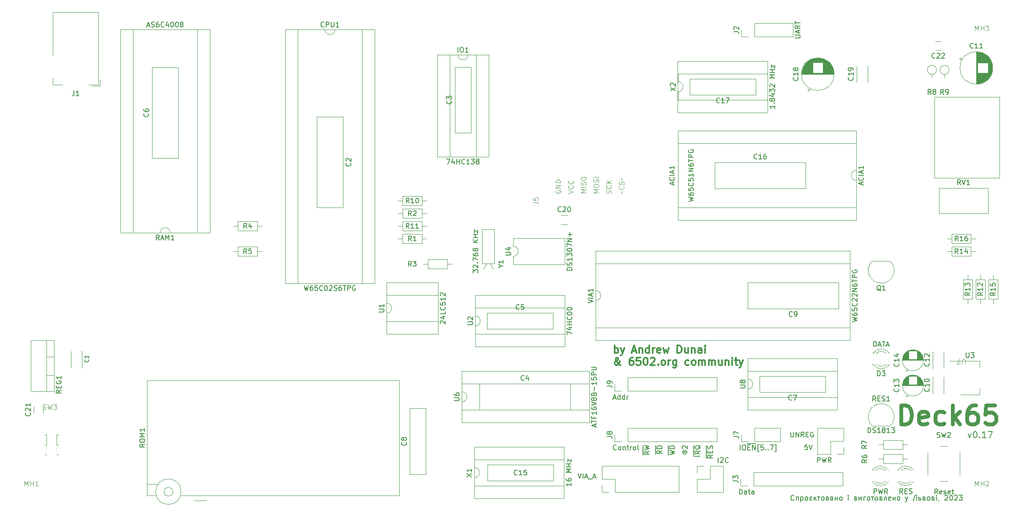
<source format=gbr>
%TF.GenerationSoftware,KiCad,Pcbnew,7.0.4*%
%TF.CreationDate,2023-05-29T15:01:53+03:00*%
%TF.ProjectId,main,6d61696e-2e6b-4696-9361-645f70636258,rev?*%
%TF.SameCoordinates,Original*%
%TF.FileFunction,Legend,Top*%
%TF.FilePolarity,Positive*%
%FSLAX46Y46*%
G04 Gerber Fmt 4.6, Leading zero omitted, Abs format (unit mm)*
G04 Created by KiCad (PCBNEW 7.0.4) date 2023-05-29 15:01:53*
%MOMM*%
%LPD*%
G01*
G04 APERTURE LIST*
%ADD10C,0.158750*%
%ADD11C,0.150000*%
%ADD12C,0.762000*%
%ADD13C,0.300000*%
%ADD14C,0.100000*%
%ADD15C,0.120000*%
G04 APERTURE END LIST*
D10*
X166661916Y11064995D02*
X166613535Y11016615D01*
X166613535Y11016615D02*
X166468392Y10968234D01*
X166468392Y10968234D02*
X166371630Y10968234D01*
X166371630Y10968234D02*
X166226487Y11016615D01*
X166226487Y11016615D02*
X166129725Y11113376D01*
X166129725Y11113376D02*
X166081344Y11210138D01*
X166081344Y11210138D02*
X166032963Y11403662D01*
X166032963Y11403662D02*
X166032963Y11548805D01*
X166032963Y11548805D02*
X166081344Y11742329D01*
X166081344Y11742329D02*
X166129725Y11839091D01*
X166129725Y11839091D02*
X166226487Y11935853D01*
X166226487Y11935853D02*
X166371630Y11984234D01*
X166371630Y11984234D02*
X166468392Y11984234D01*
X166468392Y11984234D02*
X166613535Y11935853D01*
X166613535Y11935853D02*
X166661916Y11887472D01*
X167097344Y10968234D02*
X167097344Y11645567D01*
X167097344Y11645567D02*
X167532773Y11645567D01*
X167532773Y11645567D02*
X167532773Y10968234D01*
X168016582Y11645567D02*
X168016582Y10629567D01*
X168016582Y11597186D02*
X168113344Y11645567D01*
X168113344Y11645567D02*
X168306868Y11645567D01*
X168306868Y11645567D02*
X168403630Y11597186D01*
X168403630Y11597186D02*
X168452011Y11548805D01*
X168452011Y11548805D02*
X168500392Y11452043D01*
X168500392Y11452043D02*
X168500392Y11161757D01*
X168500392Y11161757D02*
X168452011Y11064995D01*
X168452011Y11064995D02*
X168403630Y11016615D01*
X168403630Y11016615D02*
X168306868Y10968234D01*
X168306868Y10968234D02*
X168113344Y10968234D01*
X168113344Y10968234D02*
X168016582Y11016615D01*
X169080963Y10968234D02*
X168984201Y11016615D01*
X168984201Y11016615D02*
X168935820Y11064995D01*
X168935820Y11064995D02*
X168887439Y11161757D01*
X168887439Y11161757D02*
X168887439Y11452043D01*
X168887439Y11452043D02*
X168935820Y11548805D01*
X168935820Y11548805D02*
X168984201Y11597186D01*
X168984201Y11597186D02*
X169080963Y11645567D01*
X169080963Y11645567D02*
X169226106Y11645567D01*
X169226106Y11645567D02*
X169322868Y11597186D01*
X169322868Y11597186D02*
X169371249Y11548805D01*
X169371249Y11548805D02*
X169419630Y11452043D01*
X169419630Y11452043D02*
X169419630Y11161757D01*
X169419630Y11161757D02*
X169371249Y11064995D01*
X169371249Y11064995D02*
X169322868Y11016615D01*
X169322868Y11016615D02*
X169226106Y10968234D01*
X169226106Y10968234D02*
X169080963Y10968234D01*
X169806677Y11306900D02*
X170145344Y11306900D01*
X170290487Y11016615D02*
X170193725Y10968234D01*
X170193725Y10968234D02*
X170000201Y10968234D01*
X170000201Y10968234D02*
X169903439Y11016615D01*
X169903439Y11016615D02*
X169855058Y11064995D01*
X169855058Y11064995D02*
X169806677Y11161757D01*
X169806677Y11161757D02*
X169806677Y11452043D01*
X169806677Y11452043D02*
X169855058Y11548805D01*
X169855058Y11548805D02*
X169903439Y11597186D01*
X169903439Y11597186D02*
X170000201Y11645567D01*
X170000201Y11645567D02*
X170193725Y11645567D01*
X170193725Y11645567D02*
X170290487Y11597186D01*
X170725915Y11645567D02*
X170725915Y10968234D01*
X170822677Y11355281D02*
X171112963Y10968234D01*
X171112963Y11645567D02*
X170725915Y11258519D01*
X171403248Y11645567D02*
X171887058Y11645567D01*
X171645153Y11645567D02*
X171645153Y10968234D01*
X172370867Y10968234D02*
X172274105Y11016615D01*
X172274105Y11016615D02*
X172225724Y11064995D01*
X172225724Y11064995D02*
X172177343Y11161757D01*
X172177343Y11161757D02*
X172177343Y11452043D01*
X172177343Y11452043D02*
X172225724Y11548805D01*
X172225724Y11548805D02*
X172274105Y11597186D01*
X172274105Y11597186D02*
X172370867Y11645567D01*
X172370867Y11645567D02*
X172516010Y11645567D01*
X172516010Y11645567D02*
X172612772Y11597186D01*
X172612772Y11597186D02*
X172661153Y11548805D01*
X172661153Y11548805D02*
X172709534Y11452043D01*
X172709534Y11452043D02*
X172709534Y11161757D01*
X172709534Y11161757D02*
X172661153Y11064995D01*
X172661153Y11064995D02*
X172612772Y11016615D01*
X172612772Y11016615D02*
X172516010Y10968234D01*
X172516010Y10968234D02*
X172370867Y10968234D01*
X173386867Y11306900D02*
X173532010Y11258519D01*
X173532010Y11258519D02*
X173580391Y11161757D01*
X173580391Y11161757D02*
X173580391Y11113376D01*
X173580391Y11113376D02*
X173532010Y11016615D01*
X173532010Y11016615D02*
X173435248Y10968234D01*
X173435248Y10968234D02*
X173144962Y10968234D01*
X173144962Y10968234D02*
X173144962Y11645567D01*
X173144962Y11645567D02*
X173386867Y11645567D01*
X173386867Y11645567D02*
X173483629Y11597186D01*
X173483629Y11597186D02*
X173532010Y11500424D01*
X173532010Y11500424D02*
X173532010Y11452043D01*
X173532010Y11452043D02*
X173483629Y11355281D01*
X173483629Y11355281D02*
X173386867Y11306900D01*
X173386867Y11306900D02*
X173144962Y11306900D01*
X174451248Y10968234D02*
X174451248Y11500424D01*
X174451248Y11500424D02*
X174402867Y11597186D01*
X174402867Y11597186D02*
X174306105Y11645567D01*
X174306105Y11645567D02*
X174112581Y11645567D01*
X174112581Y11645567D02*
X174015819Y11597186D01*
X174451248Y11016615D02*
X174354486Y10968234D01*
X174354486Y10968234D02*
X174112581Y10968234D01*
X174112581Y10968234D02*
X174015819Y11016615D01*
X174015819Y11016615D02*
X173967438Y11113376D01*
X173967438Y11113376D02*
X173967438Y11210138D01*
X173967438Y11210138D02*
X174015819Y11306900D01*
X174015819Y11306900D02*
X174112581Y11355281D01*
X174112581Y11355281D02*
X174354486Y11355281D01*
X174354486Y11355281D02*
X174451248Y11403662D01*
X174935057Y11306900D02*
X175370486Y11306900D01*
X174935057Y11645567D02*
X174935057Y10968234D01*
X175370486Y11645567D02*
X175370486Y10968234D01*
X175999438Y10968234D02*
X175902676Y11016615D01*
X175902676Y11016615D02*
X175854295Y11064995D01*
X175854295Y11064995D02*
X175805914Y11161757D01*
X175805914Y11161757D02*
X175805914Y11452043D01*
X175805914Y11452043D02*
X175854295Y11548805D01*
X175854295Y11548805D02*
X175902676Y11597186D01*
X175902676Y11597186D02*
X175999438Y11645567D01*
X175999438Y11645567D02*
X176144581Y11645567D01*
X176144581Y11645567D02*
X176241343Y11597186D01*
X176241343Y11597186D02*
X176289724Y11548805D01*
X176289724Y11548805D02*
X176338105Y11452043D01*
X176338105Y11452043D02*
X176338105Y11161757D01*
X176338105Y11161757D02*
X176289724Y11064995D01*
X176289724Y11064995D02*
X176241343Y11016615D01*
X176241343Y11016615D02*
X176144581Y10968234D01*
X176144581Y10968234D02*
X175999438Y10968234D01*
X177547628Y10968234D02*
X177547628Y11645567D01*
X177547628Y11984234D02*
X177499247Y11935853D01*
X177499247Y11935853D02*
X177547628Y11887472D01*
X177547628Y11887472D02*
X177596009Y11935853D01*
X177596009Y11935853D02*
X177547628Y11984234D01*
X177547628Y11984234D02*
X177547628Y11887472D01*
X179047438Y11306900D02*
X179192581Y11258519D01*
X179192581Y11258519D02*
X179240962Y11161757D01*
X179240962Y11161757D02*
X179240962Y11113376D01*
X179240962Y11113376D02*
X179192581Y11016615D01*
X179192581Y11016615D02*
X179095819Y10968234D01*
X179095819Y10968234D02*
X178805533Y10968234D01*
X178805533Y10968234D02*
X178805533Y11645567D01*
X178805533Y11645567D02*
X179047438Y11645567D01*
X179047438Y11645567D02*
X179144200Y11597186D01*
X179144200Y11597186D02*
X179192581Y11500424D01*
X179192581Y11500424D02*
X179192581Y11452043D01*
X179192581Y11452043D02*
X179144200Y11355281D01*
X179144200Y11355281D02*
X179047438Y11306900D01*
X179047438Y11306900D02*
X178805533Y11306900D01*
X179676390Y11645567D02*
X179676390Y10968234D01*
X179676390Y10968234D02*
X180160200Y11645567D01*
X180160200Y11645567D02*
X180160200Y10968234D01*
X180644009Y10968234D02*
X180644009Y11645567D01*
X180644009Y11645567D02*
X181031057Y11645567D01*
X181514866Y10968234D02*
X181418104Y11016615D01*
X181418104Y11016615D02*
X181369723Y11064995D01*
X181369723Y11064995D02*
X181321342Y11161757D01*
X181321342Y11161757D02*
X181321342Y11452043D01*
X181321342Y11452043D02*
X181369723Y11548805D01*
X181369723Y11548805D02*
X181418104Y11597186D01*
X181418104Y11597186D02*
X181514866Y11645567D01*
X181514866Y11645567D02*
X181660009Y11645567D01*
X181660009Y11645567D02*
X181756771Y11597186D01*
X181756771Y11597186D02*
X181805152Y11548805D01*
X181805152Y11548805D02*
X181853533Y11452043D01*
X181853533Y11452043D02*
X181853533Y11161757D01*
X181853533Y11161757D02*
X181805152Y11064995D01*
X181805152Y11064995D02*
X181756771Y11016615D01*
X181756771Y11016615D02*
X181660009Y10968234D01*
X181660009Y10968234D02*
X181514866Y10968234D01*
X182143818Y11645567D02*
X182627628Y11645567D01*
X182385723Y11645567D02*
X182385723Y10968234D01*
X183111437Y10968234D02*
X183014675Y11016615D01*
X183014675Y11016615D02*
X182966294Y11064995D01*
X182966294Y11064995D02*
X182917913Y11161757D01*
X182917913Y11161757D02*
X182917913Y11452043D01*
X182917913Y11452043D02*
X182966294Y11548805D01*
X182966294Y11548805D02*
X183014675Y11597186D01*
X183014675Y11597186D02*
X183111437Y11645567D01*
X183111437Y11645567D02*
X183256580Y11645567D01*
X183256580Y11645567D02*
X183353342Y11597186D01*
X183353342Y11597186D02*
X183401723Y11548805D01*
X183401723Y11548805D02*
X183450104Y11452043D01*
X183450104Y11452043D02*
X183450104Y11161757D01*
X183450104Y11161757D02*
X183401723Y11064995D01*
X183401723Y11064995D02*
X183353342Y11016615D01*
X183353342Y11016615D02*
X183256580Y10968234D01*
X183256580Y10968234D02*
X183111437Y10968234D01*
X184127437Y11306900D02*
X184272580Y11258519D01*
X184272580Y11258519D02*
X184320961Y11161757D01*
X184320961Y11161757D02*
X184320961Y11113376D01*
X184320961Y11113376D02*
X184272580Y11016615D01*
X184272580Y11016615D02*
X184175818Y10968234D01*
X184175818Y10968234D02*
X183885532Y10968234D01*
X183885532Y10968234D02*
X183885532Y11645567D01*
X183885532Y11645567D02*
X184127437Y11645567D01*
X184127437Y11645567D02*
X184224199Y11597186D01*
X184224199Y11597186D02*
X184272580Y11500424D01*
X184272580Y11500424D02*
X184272580Y11452043D01*
X184272580Y11452043D02*
X184224199Y11355281D01*
X184224199Y11355281D02*
X184127437Y11306900D01*
X184127437Y11306900D02*
X183885532Y11306900D01*
X185143437Y10968234D02*
X185143437Y11645567D01*
X185143437Y11645567D02*
X184998294Y11645567D01*
X184998294Y11645567D02*
X184901532Y11597186D01*
X184901532Y11597186D02*
X184853151Y11500424D01*
X184853151Y11500424D02*
X184804770Y11113376D01*
X184804770Y11113376D02*
X184756389Y11016615D01*
X184756389Y11016615D02*
X184659627Y10968234D01*
X186014294Y11016615D02*
X185917532Y10968234D01*
X185917532Y10968234D02*
X185724008Y10968234D01*
X185724008Y10968234D02*
X185627246Y11016615D01*
X185627246Y11016615D02*
X185578865Y11113376D01*
X185578865Y11113376D02*
X185578865Y11500424D01*
X185578865Y11500424D02*
X185627246Y11597186D01*
X185627246Y11597186D02*
X185724008Y11645567D01*
X185724008Y11645567D02*
X185917532Y11645567D01*
X185917532Y11645567D02*
X186014294Y11597186D01*
X186014294Y11597186D02*
X186062675Y11500424D01*
X186062675Y11500424D02*
X186062675Y11403662D01*
X186062675Y11403662D02*
X185578865Y11306900D01*
X186498103Y11306900D02*
X186933532Y11306900D01*
X186498103Y11645567D02*
X186498103Y10968234D01*
X186933532Y11645567D02*
X186933532Y10968234D01*
X187562484Y10968234D02*
X187465722Y11016615D01*
X187465722Y11016615D02*
X187417341Y11064995D01*
X187417341Y11064995D02*
X187368960Y11161757D01*
X187368960Y11161757D02*
X187368960Y11452043D01*
X187368960Y11452043D02*
X187417341Y11548805D01*
X187417341Y11548805D02*
X187465722Y11597186D01*
X187465722Y11597186D02*
X187562484Y11645567D01*
X187562484Y11645567D02*
X187707627Y11645567D01*
X187707627Y11645567D02*
X187804389Y11597186D01*
X187804389Y11597186D02*
X187852770Y11548805D01*
X187852770Y11548805D02*
X187901151Y11452043D01*
X187901151Y11452043D02*
X187901151Y11161757D01*
X187901151Y11161757D02*
X187852770Y11064995D01*
X187852770Y11064995D02*
X187804389Y11016615D01*
X187804389Y11016615D02*
X187707627Y10968234D01*
X187707627Y10968234D02*
X187562484Y10968234D01*
X189013912Y11645567D02*
X189255817Y10968234D01*
X189497722Y11645567D02*
X189255817Y10968234D01*
X189255817Y10968234D02*
X189159055Y10726329D01*
X189159055Y10726329D02*
X189110674Y10677948D01*
X189110674Y10677948D02*
X189013912Y10629567D01*
X191239436Y10968234D02*
X191239436Y11984234D01*
X191239436Y11984234D02*
X191094293Y11984234D01*
X191094293Y11984234D02*
X190949150Y11935853D01*
X190949150Y11935853D02*
X190852388Y11839091D01*
X190852388Y11839091D02*
X190804007Y11693948D01*
X190804007Y11693948D02*
X190707245Y11113376D01*
X190707245Y11113376D02*
X190658864Y11016615D01*
X190658864Y11016615D02*
X190562102Y10968234D01*
X190562102Y10968234D02*
X190513721Y10968234D01*
X191723245Y11645567D02*
X191723245Y10968234D01*
X191723245Y10968234D02*
X191965150Y10968234D01*
X191965150Y10968234D02*
X192061912Y11016615D01*
X192061912Y11016615D02*
X192110293Y11113376D01*
X192110293Y11113376D02*
X192110293Y11258519D01*
X192110293Y11258519D02*
X192061912Y11355281D01*
X192061912Y11355281D02*
X191965150Y11403662D01*
X191965150Y11403662D02*
X191723245Y11403662D01*
X192787626Y11306900D02*
X192932769Y11258519D01*
X192932769Y11258519D02*
X192981150Y11161757D01*
X192981150Y11161757D02*
X192981150Y11113376D01*
X192981150Y11113376D02*
X192932769Y11016615D01*
X192932769Y11016615D02*
X192836007Y10968234D01*
X192836007Y10968234D02*
X192545721Y10968234D01*
X192545721Y10968234D02*
X192545721Y11645567D01*
X192545721Y11645567D02*
X192787626Y11645567D01*
X192787626Y11645567D02*
X192884388Y11597186D01*
X192884388Y11597186D02*
X192932769Y11500424D01*
X192932769Y11500424D02*
X192932769Y11452043D01*
X192932769Y11452043D02*
X192884388Y11355281D01*
X192884388Y11355281D02*
X192787626Y11306900D01*
X192787626Y11306900D02*
X192545721Y11306900D01*
X193561721Y10968234D02*
X193464959Y11016615D01*
X193464959Y11016615D02*
X193416578Y11064995D01*
X193416578Y11064995D02*
X193368197Y11161757D01*
X193368197Y11161757D02*
X193368197Y11452043D01*
X193368197Y11452043D02*
X193416578Y11548805D01*
X193416578Y11548805D02*
X193464959Y11597186D01*
X193464959Y11597186D02*
X193561721Y11645567D01*
X193561721Y11645567D02*
X193706864Y11645567D01*
X193706864Y11645567D02*
X193803626Y11597186D01*
X193803626Y11597186D02*
X193852007Y11548805D01*
X193852007Y11548805D02*
X193900388Y11452043D01*
X193900388Y11452043D02*
X193900388Y11161757D01*
X193900388Y11161757D02*
X193852007Y11064995D01*
X193852007Y11064995D02*
X193803626Y11016615D01*
X193803626Y11016615D02*
X193706864Y10968234D01*
X193706864Y10968234D02*
X193561721Y10968234D01*
X194577721Y11306900D02*
X194722864Y11258519D01*
X194722864Y11258519D02*
X194771245Y11161757D01*
X194771245Y11161757D02*
X194771245Y11113376D01*
X194771245Y11113376D02*
X194722864Y11016615D01*
X194722864Y11016615D02*
X194626102Y10968234D01*
X194626102Y10968234D02*
X194335816Y10968234D01*
X194335816Y10968234D02*
X194335816Y11645567D01*
X194335816Y11645567D02*
X194577721Y11645567D01*
X194577721Y11645567D02*
X194674483Y11597186D01*
X194674483Y11597186D02*
X194722864Y11500424D01*
X194722864Y11500424D02*
X194722864Y11452043D01*
X194722864Y11452043D02*
X194674483Y11355281D01*
X194674483Y11355281D02*
X194577721Y11306900D01*
X194577721Y11306900D02*
X194335816Y11306900D01*
X195206673Y10968234D02*
X195206673Y11645567D01*
X195206673Y11984234D02*
X195158292Y11935853D01*
X195158292Y11935853D02*
X195206673Y11887472D01*
X195206673Y11887472D02*
X195255054Y11935853D01*
X195255054Y11935853D02*
X195206673Y11984234D01*
X195206673Y11984234D02*
X195206673Y11887472D01*
X195738864Y11016615D02*
X195738864Y10968234D01*
X195738864Y10968234D02*
X195690483Y10871472D01*
X195690483Y10871472D02*
X195642102Y10823091D01*
X196900007Y11887472D02*
X196948388Y11935853D01*
X196948388Y11935853D02*
X197045150Y11984234D01*
X197045150Y11984234D02*
X197287055Y11984234D01*
X197287055Y11984234D02*
X197383817Y11935853D01*
X197383817Y11935853D02*
X197432198Y11887472D01*
X197432198Y11887472D02*
X197480579Y11790710D01*
X197480579Y11790710D02*
X197480579Y11693948D01*
X197480579Y11693948D02*
X197432198Y11548805D01*
X197432198Y11548805D02*
X196851626Y10968234D01*
X196851626Y10968234D02*
X197480579Y10968234D01*
X198109531Y11984234D02*
X198206293Y11984234D01*
X198206293Y11984234D02*
X198303055Y11935853D01*
X198303055Y11935853D02*
X198351436Y11887472D01*
X198351436Y11887472D02*
X198399817Y11790710D01*
X198399817Y11790710D02*
X198448198Y11597186D01*
X198448198Y11597186D02*
X198448198Y11355281D01*
X198448198Y11355281D02*
X198399817Y11161757D01*
X198399817Y11161757D02*
X198351436Y11064995D01*
X198351436Y11064995D02*
X198303055Y11016615D01*
X198303055Y11016615D02*
X198206293Y10968234D01*
X198206293Y10968234D02*
X198109531Y10968234D01*
X198109531Y10968234D02*
X198012769Y11016615D01*
X198012769Y11016615D02*
X197964388Y11064995D01*
X197964388Y11064995D02*
X197916007Y11161757D01*
X197916007Y11161757D02*
X197867626Y11355281D01*
X197867626Y11355281D02*
X197867626Y11597186D01*
X197867626Y11597186D02*
X197916007Y11790710D01*
X197916007Y11790710D02*
X197964388Y11887472D01*
X197964388Y11887472D02*
X198012769Y11935853D01*
X198012769Y11935853D02*
X198109531Y11984234D01*
X198835245Y11887472D02*
X198883626Y11935853D01*
X198883626Y11935853D02*
X198980388Y11984234D01*
X198980388Y11984234D02*
X199222293Y11984234D01*
X199222293Y11984234D02*
X199319055Y11935853D01*
X199319055Y11935853D02*
X199367436Y11887472D01*
X199367436Y11887472D02*
X199415817Y11790710D01*
X199415817Y11790710D02*
X199415817Y11693948D01*
X199415817Y11693948D02*
X199367436Y11548805D01*
X199367436Y11548805D02*
X198786864Y10968234D01*
X198786864Y10968234D02*
X199415817Y10968234D01*
X199754483Y11984234D02*
X200383436Y11984234D01*
X200383436Y11984234D02*
X200044769Y11597186D01*
X200044769Y11597186D02*
X200189912Y11597186D01*
X200189912Y11597186D02*
X200286674Y11548805D01*
X200286674Y11548805D02*
X200335055Y11500424D01*
X200335055Y11500424D02*
X200383436Y11403662D01*
X200383436Y11403662D02*
X200383436Y11161757D01*
X200383436Y11161757D02*
X200335055Y11064995D01*
X200335055Y11064995D02*
X200286674Y11016615D01*
X200286674Y11016615D02*
X200189912Y10968234D01*
X200189912Y10968234D02*
X199899626Y10968234D01*
X199899626Y10968234D02*
X199802864Y11016615D01*
X199802864Y11016615D02*
X199754483Y11064995D01*
D11*
X137664819Y20792982D02*
X137188628Y20459649D01*
X137664819Y20221554D02*
X136664819Y20221554D01*
X136664819Y20221554D02*
X136664819Y20602506D01*
X136664819Y20602506D02*
X136712438Y20697744D01*
X136712438Y20697744D02*
X136760057Y20745363D01*
X136760057Y20745363D02*
X136855295Y20792982D01*
X136855295Y20792982D02*
X136998152Y20792982D01*
X136998152Y20792982D02*
X137093390Y20745363D01*
X137093390Y20745363D02*
X137141009Y20697744D01*
X137141009Y20697744D02*
X137188628Y20602506D01*
X137188628Y20602506D02*
X137188628Y20221554D01*
X136664819Y21126316D02*
X137664819Y21364411D01*
X137664819Y21364411D02*
X136950533Y21554887D01*
X136950533Y21554887D02*
X137664819Y21745363D01*
X137664819Y21745363D02*
X136664819Y21983459D01*
X136387200Y20083459D02*
X136387200Y22026316D01*
X151496779Y18545180D02*
X151496779Y19545180D01*
X151925350Y19449942D02*
X151972969Y19497561D01*
X151972969Y19497561D02*
X152068207Y19545180D01*
X152068207Y19545180D02*
X152306302Y19545180D01*
X152306302Y19545180D02*
X152401540Y19497561D01*
X152401540Y19497561D02*
X152449159Y19449942D01*
X152449159Y19449942D02*
X152496778Y19354704D01*
X152496778Y19354704D02*
X152496778Y19259466D01*
X152496778Y19259466D02*
X152449159Y19116609D01*
X152449159Y19116609D02*
X151877731Y18545180D01*
X151877731Y18545180D02*
X152496778Y18545180D01*
X153496778Y18640419D02*
X153449159Y18592800D01*
X153449159Y18592800D02*
X153306302Y18545180D01*
X153306302Y18545180D02*
X153211064Y18545180D01*
X153211064Y18545180D02*
X153068207Y18592800D01*
X153068207Y18592800D02*
X152972969Y18688038D01*
X152972969Y18688038D02*
X152925350Y18783276D01*
X152925350Y18783276D02*
X152877731Y18973752D01*
X152877731Y18973752D02*
X152877731Y19116609D01*
X152877731Y19116609D02*
X152925350Y19307085D01*
X152925350Y19307085D02*
X152972969Y19402323D01*
X152972969Y19402323D02*
X153068207Y19497561D01*
X153068207Y19497561D02*
X153211064Y19545180D01*
X153211064Y19545180D02*
X153306302Y19545180D01*
X153306302Y19545180D02*
X153449159Y19497561D01*
X153449159Y19497561D02*
X153496778Y19449942D01*
X155751779Y12195180D02*
X155751779Y13195180D01*
X155751779Y13195180D02*
X155989874Y13195180D01*
X155989874Y13195180D02*
X156132731Y13147561D01*
X156132731Y13147561D02*
X156227969Y13052323D01*
X156227969Y13052323D02*
X156275588Y12957085D01*
X156275588Y12957085D02*
X156323207Y12766609D01*
X156323207Y12766609D02*
X156323207Y12623752D01*
X156323207Y12623752D02*
X156275588Y12433276D01*
X156275588Y12433276D02*
X156227969Y12338038D01*
X156227969Y12338038D02*
X156132731Y12242800D01*
X156132731Y12242800D02*
X155989874Y12195180D01*
X155989874Y12195180D02*
X155751779Y12195180D01*
X157180350Y12195180D02*
X157180350Y12718990D01*
X157180350Y12718990D02*
X157132731Y12814228D01*
X157132731Y12814228D02*
X157037493Y12861847D01*
X157037493Y12861847D02*
X156847017Y12861847D01*
X156847017Y12861847D02*
X156751779Y12814228D01*
X157180350Y12242800D02*
X157085112Y12195180D01*
X157085112Y12195180D02*
X156847017Y12195180D01*
X156847017Y12195180D02*
X156751779Y12242800D01*
X156751779Y12242800D02*
X156704160Y12338038D01*
X156704160Y12338038D02*
X156704160Y12433276D01*
X156704160Y12433276D02*
X156751779Y12528514D01*
X156751779Y12528514D02*
X156847017Y12576133D01*
X156847017Y12576133D02*
X157085112Y12576133D01*
X157085112Y12576133D02*
X157180350Y12623752D01*
X157513684Y12861847D02*
X157894636Y12861847D01*
X157656541Y13195180D02*
X157656541Y12338038D01*
X157656541Y12338038D02*
X157704160Y12242800D01*
X157704160Y12242800D02*
X157799398Y12195180D01*
X157799398Y12195180D02*
X157894636Y12195180D01*
X158656541Y12195180D02*
X158656541Y12718990D01*
X158656541Y12718990D02*
X158608922Y12814228D01*
X158608922Y12814228D02*
X158513684Y12861847D01*
X158513684Y12861847D02*
X158323208Y12861847D01*
X158323208Y12861847D02*
X158227970Y12814228D01*
X158656541Y12242800D02*
X158561303Y12195180D01*
X158561303Y12195180D02*
X158323208Y12195180D01*
X158323208Y12195180D02*
X158227970Y12242800D01*
X158227970Y12242800D02*
X158180351Y12338038D01*
X158180351Y12338038D02*
X158180351Y12433276D01*
X158180351Y12433276D02*
X158227970Y12528514D01*
X158227970Y12528514D02*
X158323208Y12576133D01*
X158323208Y12576133D02*
X158561303Y12576133D01*
X158561303Y12576133D02*
X158656541Y12623752D01*
X131083207Y21180419D02*
X131035588Y21132800D01*
X131035588Y21132800D02*
X130892731Y21085180D01*
X130892731Y21085180D02*
X130797493Y21085180D01*
X130797493Y21085180D02*
X130654636Y21132800D01*
X130654636Y21132800D02*
X130559398Y21228038D01*
X130559398Y21228038D02*
X130511779Y21323276D01*
X130511779Y21323276D02*
X130464160Y21513752D01*
X130464160Y21513752D02*
X130464160Y21656609D01*
X130464160Y21656609D02*
X130511779Y21847085D01*
X130511779Y21847085D02*
X130559398Y21942323D01*
X130559398Y21942323D02*
X130654636Y22037561D01*
X130654636Y22037561D02*
X130797493Y22085180D01*
X130797493Y22085180D02*
X130892731Y22085180D01*
X130892731Y22085180D02*
X131035588Y22037561D01*
X131035588Y22037561D02*
X131083207Y21989942D01*
X131654636Y21085180D02*
X131559398Y21132800D01*
X131559398Y21132800D02*
X131511779Y21180419D01*
X131511779Y21180419D02*
X131464160Y21275657D01*
X131464160Y21275657D02*
X131464160Y21561371D01*
X131464160Y21561371D02*
X131511779Y21656609D01*
X131511779Y21656609D02*
X131559398Y21704228D01*
X131559398Y21704228D02*
X131654636Y21751847D01*
X131654636Y21751847D02*
X131797493Y21751847D01*
X131797493Y21751847D02*
X131892731Y21704228D01*
X131892731Y21704228D02*
X131940350Y21656609D01*
X131940350Y21656609D02*
X131987969Y21561371D01*
X131987969Y21561371D02*
X131987969Y21275657D01*
X131987969Y21275657D02*
X131940350Y21180419D01*
X131940350Y21180419D02*
X131892731Y21132800D01*
X131892731Y21132800D02*
X131797493Y21085180D01*
X131797493Y21085180D02*
X131654636Y21085180D01*
X132416541Y21751847D02*
X132416541Y21085180D01*
X132416541Y21656609D02*
X132464160Y21704228D01*
X132464160Y21704228D02*
X132559398Y21751847D01*
X132559398Y21751847D02*
X132702255Y21751847D01*
X132702255Y21751847D02*
X132797493Y21704228D01*
X132797493Y21704228D02*
X132845112Y21608990D01*
X132845112Y21608990D02*
X132845112Y21085180D01*
X133178446Y21751847D02*
X133559398Y21751847D01*
X133321303Y22085180D02*
X133321303Y21228038D01*
X133321303Y21228038D02*
X133368922Y21132800D01*
X133368922Y21132800D02*
X133464160Y21085180D01*
X133464160Y21085180D02*
X133559398Y21085180D01*
X133892732Y21085180D02*
X133892732Y21751847D01*
X133892732Y21561371D02*
X133940351Y21656609D01*
X133940351Y21656609D02*
X133987970Y21704228D01*
X133987970Y21704228D02*
X134083208Y21751847D01*
X134083208Y21751847D02*
X134178446Y21751847D01*
X134654637Y21085180D02*
X134559399Y21132800D01*
X134559399Y21132800D02*
X134511780Y21180419D01*
X134511780Y21180419D02*
X134464161Y21275657D01*
X134464161Y21275657D02*
X134464161Y21561371D01*
X134464161Y21561371D02*
X134511780Y21656609D01*
X134511780Y21656609D02*
X134559399Y21704228D01*
X134559399Y21704228D02*
X134654637Y21751847D01*
X134654637Y21751847D02*
X134797494Y21751847D01*
X134797494Y21751847D02*
X134892732Y21704228D01*
X134892732Y21704228D02*
X134940351Y21656609D01*
X134940351Y21656609D02*
X134987970Y21561371D01*
X134987970Y21561371D02*
X134987970Y21275657D01*
X134987970Y21275657D02*
X134940351Y21180419D01*
X134940351Y21180419D02*
X134892732Y21132800D01*
X134892732Y21132800D02*
X134797494Y21085180D01*
X134797494Y21085180D02*
X134654637Y21085180D01*
X135559399Y21085180D02*
X135464161Y21132800D01*
X135464161Y21132800D02*
X135416542Y21228038D01*
X135416542Y21228038D02*
X135416542Y22085180D01*
X155911779Y21085180D02*
X155911779Y22085180D01*
X156578445Y22085180D02*
X156768921Y22085180D01*
X156768921Y22085180D02*
X156864159Y22037561D01*
X156864159Y22037561D02*
X156959397Y21942323D01*
X156959397Y21942323D02*
X157007016Y21751847D01*
X157007016Y21751847D02*
X157007016Y21418514D01*
X157007016Y21418514D02*
X156959397Y21228038D01*
X156959397Y21228038D02*
X156864159Y21132800D01*
X156864159Y21132800D02*
X156768921Y21085180D01*
X156768921Y21085180D02*
X156578445Y21085180D01*
X156578445Y21085180D02*
X156483207Y21132800D01*
X156483207Y21132800D02*
X156387969Y21228038D01*
X156387969Y21228038D02*
X156340350Y21418514D01*
X156340350Y21418514D02*
X156340350Y21751847D01*
X156340350Y21751847D02*
X156387969Y21942323D01*
X156387969Y21942323D02*
X156483207Y22037561D01*
X156483207Y22037561D02*
X156578445Y22085180D01*
X157435588Y21608990D02*
X157768921Y21608990D01*
X157911778Y21085180D02*
X157435588Y21085180D01*
X157435588Y21085180D02*
X157435588Y22085180D01*
X157435588Y22085180D02*
X157911778Y22085180D01*
X158340350Y21085180D02*
X158340350Y22085180D01*
X158340350Y22085180D02*
X158911778Y21085180D01*
X158911778Y21085180D02*
X158911778Y22085180D01*
X157297493Y22362800D02*
X159049874Y22362800D01*
X159673683Y20751847D02*
X159435588Y20751847D01*
X159435588Y20751847D02*
X159435588Y22180419D01*
X159435588Y22180419D02*
X159673683Y22180419D01*
X160530826Y22085180D02*
X160054636Y22085180D01*
X160054636Y22085180D02*
X160007017Y21608990D01*
X160007017Y21608990D02*
X160054636Y21656609D01*
X160054636Y21656609D02*
X160149874Y21704228D01*
X160149874Y21704228D02*
X160387969Y21704228D01*
X160387969Y21704228D02*
X160483207Y21656609D01*
X160483207Y21656609D02*
X160530826Y21608990D01*
X160530826Y21608990D02*
X160578445Y21513752D01*
X160578445Y21513752D02*
X160578445Y21275657D01*
X160578445Y21275657D02*
X160530826Y21180419D01*
X160530826Y21180419D02*
X160483207Y21132800D01*
X160483207Y21132800D02*
X160387969Y21085180D01*
X160387969Y21085180D02*
X160149874Y21085180D01*
X160149874Y21085180D02*
X160054636Y21132800D01*
X160054636Y21132800D02*
X160007017Y21180419D01*
X161007017Y21180419D02*
X161054636Y21132800D01*
X161054636Y21132800D02*
X161007017Y21085180D01*
X161007017Y21085180D02*
X160959398Y21132800D01*
X160959398Y21132800D02*
X161007017Y21180419D01*
X161007017Y21180419D02*
X161007017Y21085180D01*
X161483207Y21180419D02*
X161530826Y21132800D01*
X161530826Y21132800D02*
X161483207Y21085180D01*
X161483207Y21085180D02*
X161435588Y21132800D01*
X161435588Y21132800D02*
X161483207Y21180419D01*
X161483207Y21180419D02*
X161483207Y21085180D01*
X161864159Y22085180D02*
X162530825Y22085180D01*
X162530825Y22085180D02*
X162102254Y21085180D01*
X162816540Y20751847D02*
X163054635Y20751847D01*
X163054635Y20751847D02*
X163054635Y22180419D01*
X163054635Y22180419D02*
X162816540Y22180419D01*
X130464160Y31530895D02*
X130940350Y31530895D01*
X130368922Y31245180D02*
X130702255Y32245180D01*
X130702255Y32245180D02*
X131035588Y31245180D01*
X131797493Y31245180D02*
X131797493Y32245180D01*
X131797493Y31292800D02*
X131702255Y31245180D01*
X131702255Y31245180D02*
X131511779Y31245180D01*
X131511779Y31245180D02*
X131416541Y31292800D01*
X131416541Y31292800D02*
X131368922Y31340419D01*
X131368922Y31340419D02*
X131321303Y31435657D01*
X131321303Y31435657D02*
X131321303Y31721371D01*
X131321303Y31721371D02*
X131368922Y31816609D01*
X131368922Y31816609D02*
X131416541Y31864228D01*
X131416541Y31864228D02*
X131511779Y31911847D01*
X131511779Y31911847D02*
X131702255Y31911847D01*
X131702255Y31911847D02*
X131797493Y31864228D01*
X132702255Y31245180D02*
X132702255Y32245180D01*
X132702255Y31292800D02*
X132607017Y31245180D01*
X132607017Y31245180D02*
X132416541Y31245180D01*
X132416541Y31245180D02*
X132321303Y31292800D01*
X132321303Y31292800D02*
X132273684Y31340419D01*
X132273684Y31340419D02*
X132226065Y31435657D01*
X132226065Y31435657D02*
X132226065Y31721371D01*
X132226065Y31721371D02*
X132273684Y31816609D01*
X132273684Y31816609D02*
X132321303Y31864228D01*
X132321303Y31864228D02*
X132416541Y31911847D01*
X132416541Y31911847D02*
X132607017Y31911847D01*
X132607017Y31911847D02*
X132702255Y31864228D01*
X133178446Y31245180D02*
X133178446Y31911847D01*
X133178446Y31721371D02*
X133226065Y31816609D01*
X133226065Y31816609D02*
X133273684Y31864228D01*
X133273684Y31864228D02*
X133368922Y31911847D01*
X133368922Y31911847D02*
X133464160Y31911847D01*
X141744819Y20126316D02*
X142744819Y20364411D01*
X142744819Y20364411D02*
X142030533Y20554887D01*
X142030533Y20554887D02*
X142744819Y20745363D01*
X142744819Y20745363D02*
X141744819Y20983459D01*
X142744819Y21364411D02*
X141744819Y21364411D01*
X141744819Y21364411D02*
X141744819Y21602506D01*
X141744819Y21602506D02*
X141792438Y21745363D01*
X141792438Y21745363D02*
X141887676Y21840601D01*
X141887676Y21840601D02*
X141982914Y21888220D01*
X141982914Y21888220D02*
X142173390Y21935839D01*
X142173390Y21935839D02*
X142316247Y21935839D01*
X142316247Y21935839D02*
X142506723Y21888220D01*
X142506723Y21888220D02*
X142601961Y21840601D01*
X142601961Y21840601D02*
X142697200Y21745363D01*
X142697200Y21745363D02*
X142744819Y21602506D01*
X142744819Y21602506D02*
X142744819Y21364411D01*
X141467200Y20083459D02*
X141467200Y22026316D01*
D12*
X188098457Y26217045D02*
X188098457Y30027045D01*
X188098457Y30027045D02*
X189005600Y30027045D01*
X189005600Y30027045D02*
X189549886Y29845616D01*
X189549886Y29845616D02*
X189912743Y29482759D01*
X189912743Y29482759D02*
X190094172Y29119902D01*
X190094172Y29119902D02*
X190275600Y28394188D01*
X190275600Y28394188D02*
X190275600Y27849902D01*
X190275600Y27849902D02*
X190094172Y27124188D01*
X190094172Y27124188D02*
X189912743Y26761331D01*
X189912743Y26761331D02*
X189549886Y26398474D01*
X189549886Y26398474D02*
X189005600Y26217045D01*
X189005600Y26217045D02*
X188098457Y26217045D01*
X193359886Y26398474D02*
X192997029Y26217045D01*
X192997029Y26217045D02*
X192271315Y26217045D01*
X192271315Y26217045D02*
X191908457Y26398474D01*
X191908457Y26398474D02*
X191727029Y26761331D01*
X191727029Y26761331D02*
X191727029Y28212759D01*
X191727029Y28212759D02*
X191908457Y28575616D01*
X191908457Y28575616D02*
X192271315Y28757045D01*
X192271315Y28757045D02*
X192997029Y28757045D01*
X192997029Y28757045D02*
X193359886Y28575616D01*
X193359886Y28575616D02*
X193541315Y28212759D01*
X193541315Y28212759D02*
X193541315Y27849902D01*
X193541315Y27849902D02*
X191727029Y27487045D01*
X196807029Y26398474D02*
X196444171Y26217045D01*
X196444171Y26217045D02*
X195718457Y26217045D01*
X195718457Y26217045D02*
X195355600Y26398474D01*
X195355600Y26398474D02*
X195174171Y26579902D01*
X195174171Y26579902D02*
X194992743Y26942759D01*
X194992743Y26942759D02*
X194992743Y28031331D01*
X194992743Y28031331D02*
X195174171Y28394188D01*
X195174171Y28394188D02*
X195355600Y28575616D01*
X195355600Y28575616D02*
X195718457Y28757045D01*
X195718457Y28757045D02*
X196444171Y28757045D01*
X196444171Y28757045D02*
X196807029Y28575616D01*
X198439885Y26217045D02*
X198439885Y30027045D01*
X198802743Y27668474D02*
X199891314Y26217045D01*
X199891314Y28757045D02*
X198439885Y27305616D01*
X203157029Y30027045D02*
X202431314Y30027045D01*
X202431314Y30027045D02*
X202068457Y29845616D01*
X202068457Y29845616D02*
X201887029Y29664188D01*
X201887029Y29664188D02*
X201524171Y29119902D01*
X201524171Y29119902D02*
X201342743Y28394188D01*
X201342743Y28394188D02*
X201342743Y26942759D01*
X201342743Y26942759D02*
X201524171Y26579902D01*
X201524171Y26579902D02*
X201705600Y26398474D01*
X201705600Y26398474D02*
X202068457Y26217045D01*
X202068457Y26217045D02*
X202794171Y26217045D01*
X202794171Y26217045D02*
X203157029Y26398474D01*
X203157029Y26398474D02*
X203338457Y26579902D01*
X203338457Y26579902D02*
X203519886Y26942759D01*
X203519886Y26942759D02*
X203519886Y27849902D01*
X203519886Y27849902D02*
X203338457Y28212759D01*
X203338457Y28212759D02*
X203157029Y28394188D01*
X203157029Y28394188D02*
X202794171Y28575616D01*
X202794171Y28575616D02*
X202068457Y28575616D01*
X202068457Y28575616D02*
X201705600Y28394188D01*
X201705600Y28394188D02*
X201524171Y28212759D01*
X201524171Y28212759D02*
X201342743Y27849902D01*
X206967028Y30027045D02*
X205152742Y30027045D01*
X205152742Y30027045D02*
X204971314Y28212759D01*
X204971314Y28212759D02*
X205152742Y28394188D01*
X205152742Y28394188D02*
X205515600Y28575616D01*
X205515600Y28575616D02*
X206422742Y28575616D01*
X206422742Y28575616D02*
X206785600Y28394188D01*
X206785600Y28394188D02*
X206967028Y28212759D01*
X206967028Y28212759D02*
X207148457Y27849902D01*
X207148457Y27849902D02*
X207148457Y26942759D01*
X207148457Y26942759D02*
X206967028Y26579902D01*
X206967028Y26579902D02*
X206785600Y26398474D01*
X206785600Y26398474D02*
X206422742Y26217045D01*
X206422742Y26217045D02*
X205515600Y26217045D01*
X205515600Y26217045D02*
X205152742Y26398474D01*
X205152742Y26398474D02*
X204971314Y26579902D01*
D11*
X147824819Y19840602D02*
X146824819Y19840602D01*
X147824819Y20888220D02*
X147348628Y20554887D01*
X147824819Y20316792D02*
X146824819Y20316792D01*
X146824819Y20316792D02*
X146824819Y20697744D01*
X146824819Y20697744D02*
X146872438Y20792982D01*
X146872438Y20792982D02*
X146920057Y20840601D01*
X146920057Y20840601D02*
X147015295Y20888220D01*
X147015295Y20888220D02*
X147158152Y20888220D01*
X147158152Y20888220D02*
X147253390Y20840601D01*
X147253390Y20840601D02*
X147301009Y20792982D01*
X147301009Y20792982D02*
X147348628Y20697744D01*
X147348628Y20697744D02*
X147348628Y20316792D01*
X147920057Y21983458D02*
X147872438Y21888220D01*
X147872438Y21888220D02*
X147777200Y21792982D01*
X147777200Y21792982D02*
X147634342Y21650125D01*
X147634342Y21650125D02*
X147586723Y21554887D01*
X147586723Y21554887D02*
X147586723Y21459649D01*
X147824819Y21507268D02*
X147777200Y21412030D01*
X147777200Y21412030D02*
X147681961Y21316792D01*
X147681961Y21316792D02*
X147491485Y21269173D01*
X147491485Y21269173D02*
X147158152Y21269173D01*
X147158152Y21269173D02*
X146967676Y21316792D01*
X146967676Y21316792D02*
X146872438Y21412030D01*
X146872438Y21412030D02*
X146824819Y21507268D01*
X146824819Y21507268D02*
X146824819Y21697744D01*
X146824819Y21697744D02*
X146872438Y21792982D01*
X146872438Y21792982D02*
X146967676Y21888220D01*
X146967676Y21888220D02*
X147158152Y21935839D01*
X147158152Y21935839D02*
X147491485Y21935839D01*
X147491485Y21935839D02*
X147681961Y21888220D01*
X147681961Y21888220D02*
X147777200Y21792982D01*
X147777200Y21792982D02*
X147824819Y21697744D01*
X147824819Y21697744D02*
X147824819Y21507268D01*
X146547200Y19702507D02*
X146547200Y22026316D01*
X182692667Y12310180D02*
X182692667Y13310180D01*
X182692667Y13310180D02*
X183073619Y13310180D01*
X183073619Y13310180D02*
X183168857Y13262561D01*
X183168857Y13262561D02*
X183216476Y13214942D01*
X183216476Y13214942D02*
X183264095Y13119704D01*
X183264095Y13119704D02*
X183264095Y12976847D01*
X183264095Y12976847D02*
X183216476Y12881609D01*
X183216476Y12881609D02*
X183168857Y12833990D01*
X183168857Y12833990D02*
X183073619Y12786371D01*
X183073619Y12786371D02*
X182692667Y12786371D01*
X183597429Y13310180D02*
X183835524Y12310180D01*
X183835524Y12310180D02*
X184026000Y13024466D01*
X184026000Y13024466D02*
X184216476Y12310180D01*
X184216476Y12310180D02*
X184454572Y13310180D01*
X185406952Y12310180D02*
X185073619Y12786371D01*
X184835524Y12310180D02*
X184835524Y13310180D01*
X184835524Y13310180D02*
X185216476Y13310180D01*
X185216476Y13310180D02*
X185311714Y13262561D01*
X185311714Y13262561D02*
X185359333Y13214942D01*
X185359333Y13214942D02*
X185406952Y13119704D01*
X185406952Y13119704D02*
X185406952Y12976847D01*
X185406952Y12976847D02*
X185359333Y12881609D01*
X185359333Y12881609D02*
X185311714Y12833990D01*
X185311714Y12833990D02*
X185216476Y12786371D01*
X185216476Y12786371D02*
X184835524Y12786371D01*
X188486952Y12310180D02*
X188153619Y12786371D01*
X187915524Y12310180D02*
X187915524Y13310180D01*
X187915524Y13310180D02*
X188296476Y13310180D01*
X188296476Y13310180D02*
X188391714Y13262561D01*
X188391714Y13262561D02*
X188439333Y13214942D01*
X188439333Y13214942D02*
X188486952Y13119704D01*
X188486952Y13119704D02*
X188486952Y12976847D01*
X188486952Y12976847D02*
X188439333Y12881609D01*
X188439333Y12881609D02*
X188391714Y12833990D01*
X188391714Y12833990D02*
X188296476Y12786371D01*
X188296476Y12786371D02*
X187915524Y12786371D01*
X188915524Y12833990D02*
X189248857Y12833990D01*
X189391714Y12310180D02*
X188915524Y12310180D01*
X188915524Y12310180D02*
X188915524Y13310180D01*
X188915524Y13310180D02*
X189391714Y13310180D01*
X189772667Y12357800D02*
X189915524Y12310180D01*
X189915524Y12310180D02*
X190153619Y12310180D01*
X190153619Y12310180D02*
X190248857Y12357800D01*
X190248857Y12357800D02*
X190296476Y12405419D01*
X190296476Y12405419D02*
X190344095Y12500657D01*
X190344095Y12500657D02*
X190344095Y12595895D01*
X190344095Y12595895D02*
X190296476Y12691133D01*
X190296476Y12691133D02*
X190248857Y12738752D01*
X190248857Y12738752D02*
X190153619Y12786371D01*
X190153619Y12786371D02*
X189963143Y12833990D01*
X189963143Y12833990D02*
X189867905Y12881609D01*
X189867905Y12881609D02*
X189820286Y12929228D01*
X189820286Y12929228D02*
X189772667Y13024466D01*
X189772667Y13024466D02*
X189772667Y13119704D01*
X189772667Y13119704D02*
X189820286Y13214942D01*
X189820286Y13214942D02*
X189867905Y13262561D01*
X189867905Y13262561D02*
X189963143Y13310180D01*
X189963143Y13310180D02*
X190201238Y13310180D01*
X190201238Y13310180D02*
X190344095Y13262561D01*
D10*
X201580868Y24397395D02*
X201883249Y23550728D01*
X201883249Y23550728D02*
X202185630Y24397395D01*
X202911344Y24820728D02*
X203032297Y24820728D01*
X203032297Y24820728D02*
X203153249Y24760252D01*
X203153249Y24760252D02*
X203213725Y24699776D01*
X203213725Y24699776D02*
X203274201Y24578824D01*
X203274201Y24578824D02*
X203334678Y24336919D01*
X203334678Y24336919D02*
X203334678Y24034538D01*
X203334678Y24034538D02*
X203274201Y23792633D01*
X203274201Y23792633D02*
X203213725Y23671681D01*
X203213725Y23671681D02*
X203153249Y23611205D01*
X203153249Y23611205D02*
X203032297Y23550728D01*
X203032297Y23550728D02*
X202911344Y23550728D01*
X202911344Y23550728D02*
X202790392Y23611205D01*
X202790392Y23611205D02*
X202729916Y23671681D01*
X202729916Y23671681D02*
X202669439Y23792633D01*
X202669439Y23792633D02*
X202608963Y24034538D01*
X202608963Y24034538D02*
X202608963Y24336919D01*
X202608963Y24336919D02*
X202669439Y24578824D01*
X202669439Y24578824D02*
X202729916Y24699776D01*
X202729916Y24699776D02*
X202790392Y24760252D01*
X202790392Y24760252D02*
X202911344Y24820728D01*
X203878963Y23671681D02*
X203939440Y23611205D01*
X203939440Y23611205D02*
X203878963Y23550728D01*
X203878963Y23550728D02*
X203818487Y23611205D01*
X203818487Y23611205D02*
X203878963Y23671681D01*
X203878963Y23671681D02*
X203878963Y23550728D01*
X205148964Y23550728D02*
X204423249Y23550728D01*
X204786106Y23550728D02*
X204786106Y24820728D01*
X204786106Y24820728D02*
X204665154Y24639300D01*
X204665154Y24639300D02*
X204544202Y24518347D01*
X204544202Y24518347D02*
X204423249Y24457871D01*
X205572297Y24820728D02*
X206418964Y24820728D01*
X206418964Y24820728D02*
X205874678Y23550728D01*
D11*
X140204819Y20935839D02*
X139728628Y20602506D01*
X140204819Y20364411D02*
X139204819Y20364411D01*
X139204819Y20364411D02*
X139204819Y20745363D01*
X139204819Y20745363D02*
X139252438Y20840601D01*
X139252438Y20840601D02*
X139300057Y20888220D01*
X139300057Y20888220D02*
X139395295Y20935839D01*
X139395295Y20935839D02*
X139538152Y20935839D01*
X139538152Y20935839D02*
X139633390Y20888220D01*
X139633390Y20888220D02*
X139681009Y20840601D01*
X139681009Y20840601D02*
X139728628Y20745363D01*
X139728628Y20745363D02*
X139728628Y20364411D01*
X140204819Y21364411D02*
X139204819Y21364411D01*
X139204819Y21364411D02*
X139204819Y21602506D01*
X139204819Y21602506D02*
X139252438Y21745363D01*
X139252438Y21745363D02*
X139347676Y21840601D01*
X139347676Y21840601D02*
X139442914Y21888220D01*
X139442914Y21888220D02*
X139633390Y21935839D01*
X139633390Y21935839D02*
X139776247Y21935839D01*
X139776247Y21935839D02*
X139966723Y21888220D01*
X139966723Y21888220D02*
X140061961Y21840601D01*
X140061961Y21840601D02*
X140157200Y21745363D01*
X140157200Y21745363D02*
X140204819Y21602506D01*
X140204819Y21602506D02*
X140204819Y21364411D01*
X138927200Y20226316D02*
X138927200Y22026316D01*
X145284819Y20650125D02*
X144284819Y20650125D01*
X144427676Y20554887D02*
X144427676Y20745363D01*
X144427676Y20745363D02*
X144475295Y20888220D01*
X144475295Y20888220D02*
X144570533Y20983458D01*
X144570533Y20983458D02*
X144665771Y21031077D01*
X144665771Y21031077D02*
X144856247Y21031077D01*
X144856247Y21031077D02*
X144951485Y20983458D01*
X144951485Y20983458D02*
X145046723Y20888220D01*
X145046723Y20888220D02*
X145094342Y20745363D01*
X145094342Y20745363D02*
X145094342Y20554887D01*
X145094342Y20554887D02*
X145046723Y20412030D01*
X145046723Y20412030D02*
X144951485Y20316792D01*
X144951485Y20316792D02*
X144856247Y20269173D01*
X144856247Y20269173D02*
X144665771Y20269173D01*
X144665771Y20269173D02*
X144570533Y20316792D01*
X144570533Y20316792D02*
X144475295Y20412030D01*
X144475295Y20412030D02*
X144427676Y20554887D01*
X144380057Y21364411D02*
X144332438Y21412030D01*
X144332438Y21412030D02*
X144284819Y21507268D01*
X144284819Y21507268D02*
X144284819Y21745363D01*
X144284819Y21745363D02*
X144332438Y21840601D01*
X144332438Y21840601D02*
X144380057Y21888220D01*
X144380057Y21888220D02*
X144475295Y21935839D01*
X144475295Y21935839D02*
X144570533Y21935839D01*
X144570533Y21935839D02*
X144713390Y21888220D01*
X144713390Y21888220D02*
X145284819Y21316792D01*
X145284819Y21316792D02*
X145284819Y21935839D01*
X123383922Y16370180D02*
X123717255Y15370180D01*
X123717255Y15370180D02*
X124050588Y16370180D01*
X124383922Y15370180D02*
X124383922Y16370180D01*
X124812493Y15655895D02*
X125288683Y15655895D01*
X124717255Y15370180D02*
X125050588Y16370180D01*
X125050588Y16370180D02*
X125383921Y15370180D01*
X125479160Y15274942D02*
X126241064Y15274942D01*
X126431541Y15655895D02*
X126907731Y15655895D01*
X126336303Y15370180D02*
X126669636Y16370180D01*
X126669636Y16370180D02*
X127002969Y15370180D01*
X195487904Y12235180D02*
X195154571Y12711371D01*
X194916476Y12235180D02*
X194916476Y13235180D01*
X194916476Y13235180D02*
X195297428Y13235180D01*
X195297428Y13235180D02*
X195392666Y13187561D01*
X195392666Y13187561D02*
X195440285Y13139942D01*
X195440285Y13139942D02*
X195487904Y13044704D01*
X195487904Y13044704D02*
X195487904Y12901847D01*
X195487904Y12901847D02*
X195440285Y12806609D01*
X195440285Y12806609D02*
X195392666Y12758990D01*
X195392666Y12758990D02*
X195297428Y12711371D01*
X195297428Y12711371D02*
X194916476Y12711371D01*
X196297428Y12282800D02*
X196202190Y12235180D01*
X196202190Y12235180D02*
X196011714Y12235180D01*
X196011714Y12235180D02*
X195916476Y12282800D01*
X195916476Y12282800D02*
X195868857Y12378038D01*
X195868857Y12378038D02*
X195868857Y12758990D01*
X195868857Y12758990D02*
X195916476Y12854228D01*
X195916476Y12854228D02*
X196011714Y12901847D01*
X196011714Y12901847D02*
X196202190Y12901847D01*
X196202190Y12901847D02*
X196297428Y12854228D01*
X196297428Y12854228D02*
X196345047Y12758990D01*
X196345047Y12758990D02*
X196345047Y12663752D01*
X196345047Y12663752D02*
X195868857Y12568514D01*
X196726000Y12282800D02*
X196821238Y12235180D01*
X196821238Y12235180D02*
X197011714Y12235180D01*
X197011714Y12235180D02*
X197106952Y12282800D01*
X197106952Y12282800D02*
X197154571Y12378038D01*
X197154571Y12378038D02*
X197154571Y12425657D01*
X197154571Y12425657D02*
X197106952Y12520895D01*
X197106952Y12520895D02*
X197011714Y12568514D01*
X197011714Y12568514D02*
X196868857Y12568514D01*
X196868857Y12568514D02*
X196773619Y12616133D01*
X196773619Y12616133D02*
X196726000Y12711371D01*
X196726000Y12711371D02*
X196726000Y12758990D01*
X196726000Y12758990D02*
X196773619Y12854228D01*
X196773619Y12854228D02*
X196868857Y12901847D01*
X196868857Y12901847D02*
X197011714Y12901847D01*
X197011714Y12901847D02*
X197106952Y12854228D01*
X197964095Y12282800D02*
X197868857Y12235180D01*
X197868857Y12235180D02*
X197678381Y12235180D01*
X197678381Y12235180D02*
X197583143Y12282800D01*
X197583143Y12282800D02*
X197535524Y12378038D01*
X197535524Y12378038D02*
X197535524Y12758990D01*
X197535524Y12758990D02*
X197583143Y12854228D01*
X197583143Y12854228D02*
X197678381Y12901847D01*
X197678381Y12901847D02*
X197868857Y12901847D01*
X197868857Y12901847D02*
X197964095Y12854228D01*
X197964095Y12854228D02*
X198011714Y12758990D01*
X198011714Y12758990D02*
X198011714Y12663752D01*
X198011714Y12663752D02*
X197535524Y12568514D01*
X198297429Y12901847D02*
X198678381Y12901847D01*
X198440286Y13235180D02*
X198440286Y12378038D01*
X198440286Y12378038D02*
X198487905Y12282800D01*
X198487905Y12282800D02*
X198583143Y12235180D01*
X198583143Y12235180D02*
X198678381Y12235180D01*
X150364819Y20078696D02*
X149888628Y19745363D01*
X150364819Y19507268D02*
X149364819Y19507268D01*
X149364819Y19507268D02*
X149364819Y19888220D01*
X149364819Y19888220D02*
X149412438Y19983458D01*
X149412438Y19983458D02*
X149460057Y20031077D01*
X149460057Y20031077D02*
X149555295Y20078696D01*
X149555295Y20078696D02*
X149698152Y20078696D01*
X149698152Y20078696D02*
X149793390Y20031077D01*
X149793390Y20031077D02*
X149841009Y19983458D01*
X149841009Y19983458D02*
X149888628Y19888220D01*
X149888628Y19888220D02*
X149888628Y19507268D01*
X149841009Y20507268D02*
X149841009Y20840601D01*
X150364819Y20983458D02*
X150364819Y20507268D01*
X150364819Y20507268D02*
X149364819Y20507268D01*
X149364819Y20507268D02*
X149364819Y20983458D01*
X150317200Y21364411D02*
X150364819Y21507268D01*
X150364819Y21507268D02*
X150364819Y21745363D01*
X150364819Y21745363D02*
X150317200Y21840601D01*
X150317200Y21840601D02*
X150269580Y21888220D01*
X150269580Y21888220D02*
X150174342Y21935839D01*
X150174342Y21935839D02*
X150079104Y21935839D01*
X150079104Y21935839D02*
X149983866Y21888220D01*
X149983866Y21888220D02*
X149936247Y21840601D01*
X149936247Y21840601D02*
X149888628Y21745363D01*
X149888628Y21745363D02*
X149841009Y21554887D01*
X149841009Y21554887D02*
X149793390Y21459649D01*
X149793390Y21459649D02*
X149745771Y21412030D01*
X149745771Y21412030D02*
X149650533Y21364411D01*
X149650533Y21364411D02*
X149555295Y21364411D01*
X149555295Y21364411D02*
X149460057Y21412030D01*
X149460057Y21412030D02*
X149412438Y21459649D01*
X149412438Y21459649D02*
X149364819Y21554887D01*
X149364819Y21554887D02*
X149364819Y21792982D01*
X149364819Y21792982D02*
X149412438Y21935839D01*
X149087200Y19369173D02*
X149087200Y22026316D01*
D13*
X130729510Y40534171D02*
X130729510Y42034171D01*
X130729510Y41462742D02*
X130872368Y41534171D01*
X130872368Y41534171D02*
X131158082Y41534171D01*
X131158082Y41534171D02*
X131300939Y41462742D01*
X131300939Y41462742D02*
X131372368Y41391314D01*
X131372368Y41391314D02*
X131443796Y41248457D01*
X131443796Y41248457D02*
X131443796Y40819885D01*
X131443796Y40819885D02*
X131372368Y40677028D01*
X131372368Y40677028D02*
X131300939Y40605600D01*
X131300939Y40605600D02*
X131158082Y40534171D01*
X131158082Y40534171D02*
X130872368Y40534171D01*
X130872368Y40534171D02*
X130729510Y40605600D01*
X131943796Y41534171D02*
X132300939Y40534171D01*
X132658082Y41534171D02*
X132300939Y40534171D01*
X132300939Y40534171D02*
X132158082Y40177028D01*
X132158082Y40177028D02*
X132086653Y40105600D01*
X132086653Y40105600D02*
X131943796Y40034171D01*
X134300939Y40962742D02*
X135015225Y40962742D01*
X134158082Y40534171D02*
X134658082Y42034171D01*
X134658082Y42034171D02*
X135158082Y40534171D01*
X135658081Y41534171D02*
X135658081Y40534171D01*
X135658081Y41391314D02*
X135729510Y41462742D01*
X135729510Y41462742D02*
X135872367Y41534171D01*
X135872367Y41534171D02*
X136086653Y41534171D01*
X136086653Y41534171D02*
X136229510Y41462742D01*
X136229510Y41462742D02*
X136300939Y41319885D01*
X136300939Y41319885D02*
X136300939Y40534171D01*
X137658082Y40534171D02*
X137658082Y42034171D01*
X137658082Y40605600D02*
X137515224Y40534171D01*
X137515224Y40534171D02*
X137229510Y40534171D01*
X137229510Y40534171D02*
X137086653Y40605600D01*
X137086653Y40605600D02*
X137015224Y40677028D01*
X137015224Y40677028D02*
X136943796Y40819885D01*
X136943796Y40819885D02*
X136943796Y41248457D01*
X136943796Y41248457D02*
X137015224Y41391314D01*
X137015224Y41391314D02*
X137086653Y41462742D01*
X137086653Y41462742D02*
X137229510Y41534171D01*
X137229510Y41534171D02*
X137515224Y41534171D01*
X137515224Y41534171D02*
X137658082Y41462742D01*
X138372367Y40534171D02*
X138372367Y41534171D01*
X138372367Y41248457D02*
X138443796Y41391314D01*
X138443796Y41391314D02*
X138515225Y41462742D01*
X138515225Y41462742D02*
X138658082Y41534171D01*
X138658082Y41534171D02*
X138800939Y41534171D01*
X139872367Y40605600D02*
X139729510Y40534171D01*
X139729510Y40534171D02*
X139443796Y40534171D01*
X139443796Y40534171D02*
X139300938Y40605600D01*
X139300938Y40605600D02*
X139229510Y40748457D01*
X139229510Y40748457D02*
X139229510Y41319885D01*
X139229510Y41319885D02*
X139300938Y41462742D01*
X139300938Y41462742D02*
X139443796Y41534171D01*
X139443796Y41534171D02*
X139729510Y41534171D01*
X139729510Y41534171D02*
X139872367Y41462742D01*
X139872367Y41462742D02*
X139943796Y41319885D01*
X139943796Y41319885D02*
X139943796Y41177028D01*
X139943796Y41177028D02*
X139229510Y41034171D01*
X140443795Y41534171D02*
X140729510Y40534171D01*
X140729510Y40534171D02*
X141015224Y41248457D01*
X141015224Y41248457D02*
X141300938Y40534171D01*
X141300938Y40534171D02*
X141586652Y41534171D01*
X143300938Y40534171D02*
X143300938Y42034171D01*
X143300938Y42034171D02*
X143658081Y42034171D01*
X143658081Y42034171D02*
X143872367Y41962742D01*
X143872367Y41962742D02*
X144015224Y41819885D01*
X144015224Y41819885D02*
X144086653Y41677028D01*
X144086653Y41677028D02*
X144158081Y41391314D01*
X144158081Y41391314D02*
X144158081Y41177028D01*
X144158081Y41177028D02*
X144086653Y40891314D01*
X144086653Y40891314D02*
X144015224Y40748457D01*
X144015224Y40748457D02*
X143872367Y40605600D01*
X143872367Y40605600D02*
X143658081Y40534171D01*
X143658081Y40534171D02*
X143300938Y40534171D01*
X145443796Y41534171D02*
X145443796Y40534171D01*
X144800938Y41534171D02*
X144800938Y40748457D01*
X144800938Y40748457D02*
X144872367Y40605600D01*
X144872367Y40605600D02*
X145015224Y40534171D01*
X145015224Y40534171D02*
X145229510Y40534171D01*
X145229510Y40534171D02*
X145372367Y40605600D01*
X145372367Y40605600D02*
X145443796Y40677028D01*
X146158081Y41534171D02*
X146158081Y40534171D01*
X146158081Y41391314D02*
X146229510Y41462742D01*
X146229510Y41462742D02*
X146372367Y41534171D01*
X146372367Y41534171D02*
X146586653Y41534171D01*
X146586653Y41534171D02*
X146729510Y41462742D01*
X146729510Y41462742D02*
X146800939Y41319885D01*
X146800939Y41319885D02*
X146800939Y40534171D01*
X148158082Y40534171D02*
X148158082Y41319885D01*
X148158082Y41319885D02*
X148086653Y41462742D01*
X148086653Y41462742D02*
X147943796Y41534171D01*
X147943796Y41534171D02*
X147658082Y41534171D01*
X147658082Y41534171D02*
X147515224Y41462742D01*
X148158082Y40605600D02*
X148015224Y40534171D01*
X148015224Y40534171D02*
X147658082Y40534171D01*
X147658082Y40534171D02*
X147515224Y40605600D01*
X147515224Y40605600D02*
X147443796Y40748457D01*
X147443796Y40748457D02*
X147443796Y40891314D01*
X147443796Y40891314D02*
X147515224Y41034171D01*
X147515224Y41034171D02*
X147658082Y41105600D01*
X147658082Y41105600D02*
X148015224Y41105600D01*
X148015224Y41105600D02*
X148158082Y41177028D01*
X148872367Y40534171D02*
X148872367Y41534171D01*
X148872367Y42034171D02*
X148800939Y41962742D01*
X148800939Y41962742D02*
X148872367Y41891314D01*
X148872367Y41891314D02*
X148943796Y41962742D01*
X148943796Y41962742D02*
X148872367Y42034171D01*
X148872367Y42034171D02*
X148872367Y41891314D01*
X131943796Y38119171D02*
X131872368Y38119171D01*
X131872368Y38119171D02*
X131729510Y38190600D01*
X131729510Y38190600D02*
X131515225Y38404885D01*
X131515225Y38404885D02*
X131158082Y38833457D01*
X131158082Y38833457D02*
X131015225Y39047742D01*
X131015225Y39047742D02*
X130943796Y39262028D01*
X130943796Y39262028D02*
X130943796Y39404885D01*
X130943796Y39404885D02*
X131015225Y39547742D01*
X131015225Y39547742D02*
X131158082Y39619171D01*
X131158082Y39619171D02*
X131229510Y39619171D01*
X131229510Y39619171D02*
X131372368Y39547742D01*
X131372368Y39547742D02*
X131443796Y39404885D01*
X131443796Y39404885D02*
X131443796Y39333457D01*
X131443796Y39333457D02*
X131372368Y39190600D01*
X131372368Y39190600D02*
X131300939Y39119171D01*
X131300939Y39119171D02*
X130872368Y38833457D01*
X130872368Y38833457D02*
X130800939Y38762028D01*
X130800939Y38762028D02*
X130729510Y38619171D01*
X130729510Y38619171D02*
X130729510Y38404885D01*
X130729510Y38404885D02*
X130800939Y38262028D01*
X130800939Y38262028D02*
X130872368Y38190600D01*
X130872368Y38190600D02*
X131015225Y38119171D01*
X131015225Y38119171D02*
X131229510Y38119171D01*
X131229510Y38119171D02*
X131372368Y38190600D01*
X131372368Y38190600D02*
X131443796Y38262028D01*
X131443796Y38262028D02*
X131658082Y38547742D01*
X131658082Y38547742D02*
X131729510Y38762028D01*
X131729510Y38762028D02*
X131729510Y38904885D01*
X134372368Y39619171D02*
X134086653Y39619171D01*
X134086653Y39619171D02*
X133943796Y39547742D01*
X133943796Y39547742D02*
X133872368Y39476314D01*
X133872368Y39476314D02*
X133729510Y39262028D01*
X133729510Y39262028D02*
X133658082Y38976314D01*
X133658082Y38976314D02*
X133658082Y38404885D01*
X133658082Y38404885D02*
X133729510Y38262028D01*
X133729510Y38262028D02*
X133800939Y38190600D01*
X133800939Y38190600D02*
X133943796Y38119171D01*
X133943796Y38119171D02*
X134229510Y38119171D01*
X134229510Y38119171D02*
X134372368Y38190600D01*
X134372368Y38190600D02*
X134443796Y38262028D01*
X134443796Y38262028D02*
X134515225Y38404885D01*
X134515225Y38404885D02*
X134515225Y38762028D01*
X134515225Y38762028D02*
X134443796Y38904885D01*
X134443796Y38904885D02*
X134372368Y38976314D01*
X134372368Y38976314D02*
X134229510Y39047742D01*
X134229510Y39047742D02*
X133943796Y39047742D01*
X133943796Y39047742D02*
X133800939Y38976314D01*
X133800939Y38976314D02*
X133729510Y38904885D01*
X133729510Y38904885D02*
X133658082Y38762028D01*
X135872367Y39619171D02*
X135158081Y39619171D01*
X135158081Y39619171D02*
X135086653Y38904885D01*
X135086653Y38904885D02*
X135158081Y38976314D01*
X135158081Y38976314D02*
X135300939Y39047742D01*
X135300939Y39047742D02*
X135658081Y39047742D01*
X135658081Y39047742D02*
X135800939Y38976314D01*
X135800939Y38976314D02*
X135872367Y38904885D01*
X135872367Y38904885D02*
X135943796Y38762028D01*
X135943796Y38762028D02*
X135943796Y38404885D01*
X135943796Y38404885D02*
X135872367Y38262028D01*
X135872367Y38262028D02*
X135800939Y38190600D01*
X135800939Y38190600D02*
X135658081Y38119171D01*
X135658081Y38119171D02*
X135300939Y38119171D01*
X135300939Y38119171D02*
X135158081Y38190600D01*
X135158081Y38190600D02*
X135086653Y38262028D01*
X136872367Y39619171D02*
X137015224Y39619171D01*
X137015224Y39619171D02*
X137158081Y39547742D01*
X137158081Y39547742D02*
X137229510Y39476314D01*
X137229510Y39476314D02*
X137300938Y39333457D01*
X137300938Y39333457D02*
X137372367Y39047742D01*
X137372367Y39047742D02*
X137372367Y38690600D01*
X137372367Y38690600D02*
X137300938Y38404885D01*
X137300938Y38404885D02*
X137229510Y38262028D01*
X137229510Y38262028D02*
X137158081Y38190600D01*
X137158081Y38190600D02*
X137015224Y38119171D01*
X137015224Y38119171D02*
X136872367Y38119171D01*
X136872367Y38119171D02*
X136729510Y38190600D01*
X136729510Y38190600D02*
X136658081Y38262028D01*
X136658081Y38262028D02*
X136586652Y38404885D01*
X136586652Y38404885D02*
X136515224Y38690600D01*
X136515224Y38690600D02*
X136515224Y39047742D01*
X136515224Y39047742D02*
X136586652Y39333457D01*
X136586652Y39333457D02*
X136658081Y39476314D01*
X136658081Y39476314D02*
X136729510Y39547742D01*
X136729510Y39547742D02*
X136872367Y39619171D01*
X137943795Y39476314D02*
X138015223Y39547742D01*
X138015223Y39547742D02*
X138158081Y39619171D01*
X138158081Y39619171D02*
X138515223Y39619171D01*
X138515223Y39619171D02*
X138658081Y39547742D01*
X138658081Y39547742D02*
X138729509Y39476314D01*
X138729509Y39476314D02*
X138800938Y39333457D01*
X138800938Y39333457D02*
X138800938Y39190600D01*
X138800938Y39190600D02*
X138729509Y38976314D01*
X138729509Y38976314D02*
X137872366Y38119171D01*
X137872366Y38119171D02*
X138800938Y38119171D01*
X139443794Y38262028D02*
X139515223Y38190600D01*
X139515223Y38190600D02*
X139443794Y38119171D01*
X139443794Y38119171D02*
X139372366Y38190600D01*
X139372366Y38190600D02*
X139443794Y38262028D01*
X139443794Y38262028D02*
X139443794Y38119171D01*
X140372366Y38119171D02*
X140229509Y38190600D01*
X140229509Y38190600D02*
X140158080Y38262028D01*
X140158080Y38262028D02*
X140086652Y38404885D01*
X140086652Y38404885D02*
X140086652Y38833457D01*
X140086652Y38833457D02*
X140158080Y38976314D01*
X140158080Y38976314D02*
X140229509Y39047742D01*
X140229509Y39047742D02*
X140372366Y39119171D01*
X140372366Y39119171D02*
X140586652Y39119171D01*
X140586652Y39119171D02*
X140729509Y39047742D01*
X140729509Y39047742D02*
X140800938Y38976314D01*
X140800938Y38976314D02*
X140872366Y38833457D01*
X140872366Y38833457D02*
X140872366Y38404885D01*
X140872366Y38404885D02*
X140800938Y38262028D01*
X140800938Y38262028D02*
X140729509Y38190600D01*
X140729509Y38190600D02*
X140586652Y38119171D01*
X140586652Y38119171D02*
X140372366Y38119171D01*
X141515223Y38119171D02*
X141515223Y39119171D01*
X141515223Y38833457D02*
X141586652Y38976314D01*
X141586652Y38976314D02*
X141658081Y39047742D01*
X141658081Y39047742D02*
X141800938Y39119171D01*
X141800938Y39119171D02*
X141943795Y39119171D01*
X143086652Y39119171D02*
X143086652Y37904885D01*
X143086652Y37904885D02*
X143015223Y37762028D01*
X143015223Y37762028D02*
X142943794Y37690600D01*
X142943794Y37690600D02*
X142800937Y37619171D01*
X142800937Y37619171D02*
X142586652Y37619171D01*
X142586652Y37619171D02*
X142443794Y37690600D01*
X143086652Y38190600D02*
X142943794Y38119171D01*
X142943794Y38119171D02*
X142658080Y38119171D01*
X142658080Y38119171D02*
X142515223Y38190600D01*
X142515223Y38190600D02*
X142443794Y38262028D01*
X142443794Y38262028D02*
X142372366Y38404885D01*
X142372366Y38404885D02*
X142372366Y38833457D01*
X142372366Y38833457D02*
X142443794Y38976314D01*
X142443794Y38976314D02*
X142515223Y39047742D01*
X142515223Y39047742D02*
X142658080Y39119171D01*
X142658080Y39119171D02*
X142943794Y39119171D01*
X142943794Y39119171D02*
X143086652Y39047742D01*
X145586652Y38190600D02*
X145443794Y38119171D01*
X145443794Y38119171D02*
X145158080Y38119171D01*
X145158080Y38119171D02*
X145015223Y38190600D01*
X145015223Y38190600D02*
X144943794Y38262028D01*
X144943794Y38262028D02*
X144872366Y38404885D01*
X144872366Y38404885D02*
X144872366Y38833457D01*
X144872366Y38833457D02*
X144943794Y38976314D01*
X144943794Y38976314D02*
X145015223Y39047742D01*
X145015223Y39047742D02*
X145158080Y39119171D01*
X145158080Y39119171D02*
X145443794Y39119171D01*
X145443794Y39119171D02*
X145586652Y39047742D01*
X146443794Y38119171D02*
X146300937Y38190600D01*
X146300937Y38190600D02*
X146229508Y38262028D01*
X146229508Y38262028D02*
X146158080Y38404885D01*
X146158080Y38404885D02*
X146158080Y38833457D01*
X146158080Y38833457D02*
X146229508Y38976314D01*
X146229508Y38976314D02*
X146300937Y39047742D01*
X146300937Y39047742D02*
X146443794Y39119171D01*
X146443794Y39119171D02*
X146658080Y39119171D01*
X146658080Y39119171D02*
X146800937Y39047742D01*
X146800937Y39047742D02*
X146872366Y38976314D01*
X146872366Y38976314D02*
X146943794Y38833457D01*
X146943794Y38833457D02*
X146943794Y38404885D01*
X146943794Y38404885D02*
X146872366Y38262028D01*
X146872366Y38262028D02*
X146800937Y38190600D01*
X146800937Y38190600D02*
X146658080Y38119171D01*
X146658080Y38119171D02*
X146443794Y38119171D01*
X147586651Y38119171D02*
X147586651Y39119171D01*
X147586651Y38976314D02*
X147658080Y39047742D01*
X147658080Y39047742D02*
X147800937Y39119171D01*
X147800937Y39119171D02*
X148015223Y39119171D01*
X148015223Y39119171D02*
X148158080Y39047742D01*
X148158080Y39047742D02*
X148229509Y38904885D01*
X148229509Y38904885D02*
X148229509Y38119171D01*
X148229509Y38904885D02*
X148300937Y39047742D01*
X148300937Y39047742D02*
X148443794Y39119171D01*
X148443794Y39119171D02*
X148658080Y39119171D01*
X148658080Y39119171D02*
X148800937Y39047742D01*
X148800937Y39047742D02*
X148872366Y38904885D01*
X148872366Y38904885D02*
X148872366Y38119171D01*
X149586651Y38119171D02*
X149586651Y39119171D01*
X149586651Y38976314D02*
X149658080Y39047742D01*
X149658080Y39047742D02*
X149800937Y39119171D01*
X149800937Y39119171D02*
X150015223Y39119171D01*
X150015223Y39119171D02*
X150158080Y39047742D01*
X150158080Y39047742D02*
X150229509Y38904885D01*
X150229509Y38904885D02*
X150229509Y38119171D01*
X150229509Y38904885D02*
X150300937Y39047742D01*
X150300937Y39047742D02*
X150443794Y39119171D01*
X150443794Y39119171D02*
X150658080Y39119171D01*
X150658080Y39119171D02*
X150800937Y39047742D01*
X150800937Y39047742D02*
X150872366Y38904885D01*
X150872366Y38904885D02*
X150872366Y38119171D01*
X152229509Y39119171D02*
X152229509Y38119171D01*
X151586651Y39119171D02*
X151586651Y38333457D01*
X151586651Y38333457D02*
X151658080Y38190600D01*
X151658080Y38190600D02*
X151800937Y38119171D01*
X151800937Y38119171D02*
X152015223Y38119171D01*
X152015223Y38119171D02*
X152158080Y38190600D01*
X152158080Y38190600D02*
X152229509Y38262028D01*
X152943794Y39119171D02*
X152943794Y38119171D01*
X152943794Y38976314D02*
X153015223Y39047742D01*
X153015223Y39047742D02*
X153158080Y39119171D01*
X153158080Y39119171D02*
X153372366Y39119171D01*
X153372366Y39119171D02*
X153515223Y39047742D01*
X153515223Y39047742D02*
X153586652Y38904885D01*
X153586652Y38904885D02*
X153586652Y38119171D01*
X154300937Y38119171D02*
X154300937Y39119171D01*
X154300937Y39619171D02*
X154229509Y39547742D01*
X154229509Y39547742D02*
X154300937Y39476314D01*
X154300937Y39476314D02*
X154372366Y39547742D01*
X154372366Y39547742D02*
X154300937Y39619171D01*
X154300937Y39619171D02*
X154300937Y39476314D01*
X154800938Y39119171D02*
X155372366Y39119171D01*
X155015223Y39619171D02*
X155015223Y38333457D01*
X155015223Y38333457D02*
X155086652Y38190600D01*
X155086652Y38190600D02*
X155229509Y38119171D01*
X155229509Y38119171D02*
X155372366Y38119171D01*
X155729509Y39119171D02*
X156086652Y38119171D01*
X156443795Y39119171D02*
X156086652Y38119171D01*
X156086652Y38119171D02*
X155943795Y37762028D01*
X155943795Y37762028D02*
X155872366Y37690600D01*
X155872366Y37690600D02*
X155729509Y37619171D01*
D11*
%TO.C,R12*%
X204484819Y52697142D02*
X204008628Y52363809D01*
X204484819Y52125714D02*
X203484819Y52125714D01*
X203484819Y52125714D02*
X203484819Y52506666D01*
X203484819Y52506666D02*
X203532438Y52601904D01*
X203532438Y52601904D02*
X203580057Y52649523D01*
X203580057Y52649523D02*
X203675295Y52697142D01*
X203675295Y52697142D02*
X203818152Y52697142D01*
X203818152Y52697142D02*
X203913390Y52649523D01*
X203913390Y52649523D02*
X203961009Y52601904D01*
X203961009Y52601904D02*
X204008628Y52506666D01*
X204008628Y52506666D02*
X204008628Y52125714D01*
X204484819Y53649523D02*
X204484819Y53078095D01*
X204484819Y53363809D02*
X203484819Y53363809D01*
X203484819Y53363809D02*
X203627676Y53268571D01*
X203627676Y53268571D02*
X203722914Y53173333D01*
X203722914Y53173333D02*
X203770533Y53078095D01*
X203580057Y54030476D02*
X203532438Y54078095D01*
X203532438Y54078095D02*
X203484819Y54173333D01*
X203484819Y54173333D02*
X203484819Y54411428D01*
X203484819Y54411428D02*
X203532438Y54506666D01*
X203532438Y54506666D02*
X203580057Y54554285D01*
X203580057Y54554285D02*
X203675295Y54601904D01*
X203675295Y54601904D02*
X203770533Y54601904D01*
X203770533Y54601904D02*
X203913390Y54554285D01*
X203913390Y54554285D02*
X204484819Y53982857D01*
X204484819Y53982857D02*
X204484819Y54601904D01*
%TO.C,X2*%
X141899819Y93180476D02*
X142899819Y93847142D01*
X141899819Y93847142D02*
X142899819Y93180476D01*
X141995057Y94180476D02*
X141947438Y94228095D01*
X141947438Y94228095D02*
X141899819Y94323333D01*
X141899819Y94323333D02*
X141899819Y94561428D01*
X141899819Y94561428D02*
X141947438Y94656666D01*
X141947438Y94656666D02*
X141995057Y94704285D01*
X141995057Y94704285D02*
X142090295Y94751904D01*
X142090295Y94751904D02*
X142185533Y94751904D01*
X142185533Y94751904D02*
X142328390Y94704285D01*
X142328390Y94704285D02*
X142899819Y94132857D01*
X142899819Y94132857D02*
X142899819Y94751904D01*
X162799819Y90251904D02*
X162799819Y89680476D01*
X162799819Y89966190D02*
X161799819Y89966190D01*
X161799819Y89966190D02*
X161942676Y89870952D01*
X161942676Y89870952D02*
X162037914Y89775714D01*
X162037914Y89775714D02*
X162085533Y89680476D01*
X162704580Y90680476D02*
X162752200Y90728095D01*
X162752200Y90728095D02*
X162799819Y90680476D01*
X162799819Y90680476D02*
X162752200Y90632857D01*
X162752200Y90632857D02*
X162704580Y90680476D01*
X162704580Y90680476D02*
X162799819Y90680476D01*
X162228390Y91299523D02*
X162180771Y91204285D01*
X162180771Y91204285D02*
X162133152Y91156666D01*
X162133152Y91156666D02*
X162037914Y91109047D01*
X162037914Y91109047D02*
X161990295Y91109047D01*
X161990295Y91109047D02*
X161895057Y91156666D01*
X161895057Y91156666D02*
X161847438Y91204285D01*
X161847438Y91204285D02*
X161799819Y91299523D01*
X161799819Y91299523D02*
X161799819Y91489999D01*
X161799819Y91489999D02*
X161847438Y91585237D01*
X161847438Y91585237D02*
X161895057Y91632856D01*
X161895057Y91632856D02*
X161990295Y91680475D01*
X161990295Y91680475D02*
X162037914Y91680475D01*
X162037914Y91680475D02*
X162133152Y91632856D01*
X162133152Y91632856D02*
X162180771Y91585237D01*
X162180771Y91585237D02*
X162228390Y91489999D01*
X162228390Y91489999D02*
X162228390Y91299523D01*
X162228390Y91299523D02*
X162276009Y91204285D01*
X162276009Y91204285D02*
X162323628Y91156666D01*
X162323628Y91156666D02*
X162418866Y91109047D01*
X162418866Y91109047D02*
X162609342Y91109047D01*
X162609342Y91109047D02*
X162704580Y91156666D01*
X162704580Y91156666D02*
X162752200Y91204285D01*
X162752200Y91204285D02*
X162799819Y91299523D01*
X162799819Y91299523D02*
X162799819Y91489999D01*
X162799819Y91489999D02*
X162752200Y91585237D01*
X162752200Y91585237D02*
X162704580Y91632856D01*
X162704580Y91632856D02*
X162609342Y91680475D01*
X162609342Y91680475D02*
X162418866Y91680475D01*
X162418866Y91680475D02*
X162323628Y91632856D01*
X162323628Y91632856D02*
X162276009Y91585237D01*
X162276009Y91585237D02*
X162228390Y91489999D01*
X162133152Y92537618D02*
X162799819Y92537618D01*
X161752200Y92299523D02*
X162466485Y92061428D01*
X162466485Y92061428D02*
X162466485Y92680475D01*
X161799819Y92966190D02*
X161799819Y93585237D01*
X161799819Y93585237D02*
X162180771Y93251904D01*
X162180771Y93251904D02*
X162180771Y93394761D01*
X162180771Y93394761D02*
X162228390Y93489999D01*
X162228390Y93489999D02*
X162276009Y93537618D01*
X162276009Y93537618D02*
X162371247Y93585237D01*
X162371247Y93585237D02*
X162609342Y93585237D01*
X162609342Y93585237D02*
X162704580Y93537618D01*
X162704580Y93537618D02*
X162752200Y93489999D01*
X162752200Y93489999D02*
X162799819Y93394761D01*
X162799819Y93394761D02*
X162799819Y93109047D01*
X162799819Y93109047D02*
X162752200Y93013809D01*
X162752200Y93013809D02*
X162704580Y92966190D01*
X161895057Y93966190D02*
X161847438Y94013809D01*
X161847438Y94013809D02*
X161799819Y94109047D01*
X161799819Y94109047D02*
X161799819Y94347142D01*
X161799819Y94347142D02*
X161847438Y94442380D01*
X161847438Y94442380D02*
X161895057Y94489999D01*
X161895057Y94489999D02*
X161990295Y94537618D01*
X161990295Y94537618D02*
X162085533Y94537618D01*
X162085533Y94537618D02*
X162228390Y94489999D01*
X162228390Y94489999D02*
X162799819Y93918571D01*
X162799819Y93918571D02*
X162799819Y94537618D01*
X162799819Y95728095D02*
X161799819Y95728095D01*
X161799819Y95728095D02*
X162514104Y96061428D01*
X162514104Y96061428D02*
X161799819Y96394761D01*
X161799819Y96394761D02*
X162799819Y96394761D01*
X162799819Y96870952D02*
X161799819Y96870952D01*
X162276009Y96870952D02*
X162276009Y97442380D01*
X162799819Y97442380D02*
X161799819Y97442380D01*
X162133152Y97823333D02*
X162133152Y98347142D01*
X162133152Y98347142D02*
X162799819Y97823333D01*
X162799819Y97823333D02*
X162799819Y98347142D01*
%TO.C,RAM1*%
X39473333Y63255180D02*
X39140000Y63731371D01*
X38901905Y63255180D02*
X38901905Y64255180D01*
X38901905Y64255180D02*
X39282857Y64255180D01*
X39282857Y64255180D02*
X39378095Y64207561D01*
X39378095Y64207561D02*
X39425714Y64159942D01*
X39425714Y64159942D02*
X39473333Y64064704D01*
X39473333Y64064704D02*
X39473333Y63921847D01*
X39473333Y63921847D02*
X39425714Y63826609D01*
X39425714Y63826609D02*
X39378095Y63778990D01*
X39378095Y63778990D02*
X39282857Y63731371D01*
X39282857Y63731371D02*
X38901905Y63731371D01*
X39854286Y63540895D02*
X40330476Y63540895D01*
X39759048Y63255180D02*
X40092381Y64255180D01*
X40092381Y64255180D02*
X40425714Y63255180D01*
X40759048Y63255180D02*
X40759048Y64255180D01*
X40759048Y64255180D02*
X41092381Y63540895D01*
X41092381Y63540895D02*
X41425714Y64255180D01*
X41425714Y64255180D02*
X41425714Y63255180D01*
X42425714Y63255180D02*
X41854286Y63255180D01*
X42140000Y63255180D02*
X42140000Y64255180D01*
X42140000Y64255180D02*
X42044762Y64112323D01*
X42044762Y64112323D02*
X41949524Y64017085D01*
X41949524Y64017085D02*
X41854286Y63969466D01*
X37044762Y106300895D02*
X37520952Y106300895D01*
X36949524Y106015180D02*
X37282857Y107015180D01*
X37282857Y107015180D02*
X37616190Y106015180D01*
X37901905Y106062800D02*
X38044762Y106015180D01*
X38044762Y106015180D02*
X38282857Y106015180D01*
X38282857Y106015180D02*
X38378095Y106062800D01*
X38378095Y106062800D02*
X38425714Y106110419D01*
X38425714Y106110419D02*
X38473333Y106205657D01*
X38473333Y106205657D02*
X38473333Y106300895D01*
X38473333Y106300895D02*
X38425714Y106396133D01*
X38425714Y106396133D02*
X38378095Y106443752D01*
X38378095Y106443752D02*
X38282857Y106491371D01*
X38282857Y106491371D02*
X38092381Y106538990D01*
X38092381Y106538990D02*
X37997143Y106586609D01*
X37997143Y106586609D02*
X37949524Y106634228D01*
X37949524Y106634228D02*
X37901905Y106729466D01*
X37901905Y106729466D02*
X37901905Y106824704D01*
X37901905Y106824704D02*
X37949524Y106919942D01*
X37949524Y106919942D02*
X37997143Y106967561D01*
X37997143Y106967561D02*
X38092381Y107015180D01*
X38092381Y107015180D02*
X38330476Y107015180D01*
X38330476Y107015180D02*
X38473333Y106967561D01*
X39330476Y107015180D02*
X39140000Y107015180D01*
X39140000Y107015180D02*
X39044762Y106967561D01*
X39044762Y106967561D02*
X38997143Y106919942D01*
X38997143Y106919942D02*
X38901905Y106777085D01*
X38901905Y106777085D02*
X38854286Y106586609D01*
X38854286Y106586609D02*
X38854286Y106205657D01*
X38854286Y106205657D02*
X38901905Y106110419D01*
X38901905Y106110419D02*
X38949524Y106062800D01*
X38949524Y106062800D02*
X39044762Y106015180D01*
X39044762Y106015180D02*
X39235238Y106015180D01*
X39235238Y106015180D02*
X39330476Y106062800D01*
X39330476Y106062800D02*
X39378095Y106110419D01*
X39378095Y106110419D02*
X39425714Y106205657D01*
X39425714Y106205657D02*
X39425714Y106443752D01*
X39425714Y106443752D02*
X39378095Y106538990D01*
X39378095Y106538990D02*
X39330476Y106586609D01*
X39330476Y106586609D02*
X39235238Y106634228D01*
X39235238Y106634228D02*
X39044762Y106634228D01*
X39044762Y106634228D02*
X38949524Y106586609D01*
X38949524Y106586609D02*
X38901905Y106538990D01*
X38901905Y106538990D02*
X38854286Y106443752D01*
X40425714Y106110419D02*
X40378095Y106062800D01*
X40378095Y106062800D02*
X40235238Y106015180D01*
X40235238Y106015180D02*
X40140000Y106015180D01*
X40140000Y106015180D02*
X39997143Y106062800D01*
X39997143Y106062800D02*
X39901905Y106158038D01*
X39901905Y106158038D02*
X39854286Y106253276D01*
X39854286Y106253276D02*
X39806667Y106443752D01*
X39806667Y106443752D02*
X39806667Y106586609D01*
X39806667Y106586609D02*
X39854286Y106777085D01*
X39854286Y106777085D02*
X39901905Y106872323D01*
X39901905Y106872323D02*
X39997143Y106967561D01*
X39997143Y106967561D02*
X40140000Y107015180D01*
X40140000Y107015180D02*
X40235238Y107015180D01*
X40235238Y107015180D02*
X40378095Y106967561D01*
X40378095Y106967561D02*
X40425714Y106919942D01*
X41282857Y106681847D02*
X41282857Y106015180D01*
X41044762Y107062800D02*
X40806667Y106348514D01*
X40806667Y106348514D02*
X41425714Y106348514D01*
X41997143Y107015180D02*
X42092381Y107015180D01*
X42092381Y107015180D02*
X42187619Y106967561D01*
X42187619Y106967561D02*
X42235238Y106919942D01*
X42235238Y106919942D02*
X42282857Y106824704D01*
X42282857Y106824704D02*
X42330476Y106634228D01*
X42330476Y106634228D02*
X42330476Y106396133D01*
X42330476Y106396133D02*
X42282857Y106205657D01*
X42282857Y106205657D02*
X42235238Y106110419D01*
X42235238Y106110419D02*
X42187619Y106062800D01*
X42187619Y106062800D02*
X42092381Y106015180D01*
X42092381Y106015180D02*
X41997143Y106015180D01*
X41997143Y106015180D02*
X41901905Y106062800D01*
X41901905Y106062800D02*
X41854286Y106110419D01*
X41854286Y106110419D02*
X41806667Y106205657D01*
X41806667Y106205657D02*
X41759048Y106396133D01*
X41759048Y106396133D02*
X41759048Y106634228D01*
X41759048Y106634228D02*
X41806667Y106824704D01*
X41806667Y106824704D02*
X41854286Y106919942D01*
X41854286Y106919942D02*
X41901905Y106967561D01*
X41901905Y106967561D02*
X41997143Y107015180D01*
X42949524Y107015180D02*
X43044762Y107015180D01*
X43044762Y107015180D02*
X43140000Y106967561D01*
X43140000Y106967561D02*
X43187619Y106919942D01*
X43187619Y106919942D02*
X43235238Y106824704D01*
X43235238Y106824704D02*
X43282857Y106634228D01*
X43282857Y106634228D02*
X43282857Y106396133D01*
X43282857Y106396133D02*
X43235238Y106205657D01*
X43235238Y106205657D02*
X43187619Y106110419D01*
X43187619Y106110419D02*
X43140000Y106062800D01*
X43140000Y106062800D02*
X43044762Y106015180D01*
X43044762Y106015180D02*
X42949524Y106015180D01*
X42949524Y106015180D02*
X42854286Y106062800D01*
X42854286Y106062800D02*
X42806667Y106110419D01*
X42806667Y106110419D02*
X42759048Y106205657D01*
X42759048Y106205657D02*
X42711429Y106396133D01*
X42711429Y106396133D02*
X42711429Y106634228D01*
X42711429Y106634228D02*
X42759048Y106824704D01*
X42759048Y106824704D02*
X42806667Y106919942D01*
X42806667Y106919942D02*
X42854286Y106967561D01*
X42854286Y106967561D02*
X42949524Y107015180D01*
X43854286Y106586609D02*
X43759048Y106634228D01*
X43759048Y106634228D02*
X43711429Y106681847D01*
X43711429Y106681847D02*
X43663810Y106777085D01*
X43663810Y106777085D02*
X43663810Y106824704D01*
X43663810Y106824704D02*
X43711429Y106919942D01*
X43711429Y106919942D02*
X43759048Y106967561D01*
X43759048Y106967561D02*
X43854286Y107015180D01*
X43854286Y107015180D02*
X44044762Y107015180D01*
X44044762Y107015180D02*
X44140000Y106967561D01*
X44140000Y106967561D02*
X44187619Y106919942D01*
X44187619Y106919942D02*
X44235238Y106824704D01*
X44235238Y106824704D02*
X44235238Y106777085D01*
X44235238Y106777085D02*
X44187619Y106681847D01*
X44187619Y106681847D02*
X44140000Y106634228D01*
X44140000Y106634228D02*
X44044762Y106586609D01*
X44044762Y106586609D02*
X43854286Y106586609D01*
X43854286Y106586609D02*
X43759048Y106538990D01*
X43759048Y106538990D02*
X43711429Y106491371D01*
X43711429Y106491371D02*
X43663810Y106396133D01*
X43663810Y106396133D02*
X43663810Y106205657D01*
X43663810Y106205657D02*
X43711429Y106110419D01*
X43711429Y106110419D02*
X43759048Y106062800D01*
X43759048Y106062800D02*
X43854286Y106015180D01*
X43854286Y106015180D02*
X44044762Y106015180D01*
X44044762Y106015180D02*
X44140000Y106062800D01*
X44140000Y106062800D02*
X44187619Y106110419D01*
X44187619Y106110419D02*
X44235238Y106205657D01*
X44235238Y106205657D02*
X44235238Y106396133D01*
X44235238Y106396133D02*
X44187619Y106491371D01*
X44187619Y106491371D02*
X44140000Y106538990D01*
X44140000Y106538990D02*
X44044762Y106586609D01*
%TO.C,R11*%
X89527142Y65585180D02*
X89193809Y66061371D01*
X88955714Y65585180D02*
X88955714Y66585180D01*
X88955714Y66585180D02*
X89336666Y66585180D01*
X89336666Y66585180D02*
X89431904Y66537561D01*
X89431904Y66537561D02*
X89479523Y66489942D01*
X89479523Y66489942D02*
X89527142Y66394704D01*
X89527142Y66394704D02*
X89527142Y66251847D01*
X89527142Y66251847D02*
X89479523Y66156609D01*
X89479523Y66156609D02*
X89431904Y66108990D01*
X89431904Y66108990D02*
X89336666Y66061371D01*
X89336666Y66061371D02*
X88955714Y66061371D01*
X90479523Y65585180D02*
X89908095Y65585180D01*
X90193809Y65585180D02*
X90193809Y66585180D01*
X90193809Y66585180D02*
X90098571Y66442323D01*
X90098571Y66442323D02*
X90003333Y66347085D01*
X90003333Y66347085D02*
X89908095Y66299466D01*
X91431904Y65585180D02*
X90860476Y65585180D01*
X91146190Y65585180D02*
X91146190Y66585180D01*
X91146190Y66585180D02*
X91050952Y66442323D01*
X91050952Y66442323D02*
X90955714Y66347085D01*
X90955714Y66347085D02*
X90860476Y66299466D01*
%TO.C,VIA1*%
X125394819Y50593810D02*
X126394819Y50927143D01*
X126394819Y50927143D02*
X125394819Y51260476D01*
X126394819Y51593810D02*
X125394819Y51593810D01*
X126109104Y52022381D02*
X126109104Y52498571D01*
X126394819Y51927143D02*
X125394819Y52260476D01*
X125394819Y52260476D02*
X126394819Y52593809D01*
X126394819Y53450952D02*
X126394819Y52879524D01*
X126394819Y53165238D02*
X125394819Y53165238D01*
X125394819Y53165238D02*
X125537676Y53070000D01*
X125537676Y53070000D02*
X125632914Y52974762D01*
X125632914Y52974762D02*
X125680533Y52879524D01*
X178314819Y46855714D02*
X179314819Y47093809D01*
X179314819Y47093809D02*
X178600533Y47284285D01*
X178600533Y47284285D02*
X179314819Y47474761D01*
X179314819Y47474761D02*
X178314819Y47712857D01*
X178314819Y48522380D02*
X178314819Y48331904D01*
X178314819Y48331904D02*
X178362438Y48236666D01*
X178362438Y48236666D02*
X178410057Y48189047D01*
X178410057Y48189047D02*
X178552914Y48093809D01*
X178552914Y48093809D02*
X178743390Y48046190D01*
X178743390Y48046190D02*
X179124342Y48046190D01*
X179124342Y48046190D02*
X179219580Y48093809D01*
X179219580Y48093809D02*
X179267200Y48141428D01*
X179267200Y48141428D02*
X179314819Y48236666D01*
X179314819Y48236666D02*
X179314819Y48427142D01*
X179314819Y48427142D02*
X179267200Y48522380D01*
X179267200Y48522380D02*
X179219580Y48569999D01*
X179219580Y48569999D02*
X179124342Y48617618D01*
X179124342Y48617618D02*
X178886247Y48617618D01*
X178886247Y48617618D02*
X178791009Y48569999D01*
X178791009Y48569999D02*
X178743390Y48522380D01*
X178743390Y48522380D02*
X178695771Y48427142D01*
X178695771Y48427142D02*
X178695771Y48236666D01*
X178695771Y48236666D02*
X178743390Y48141428D01*
X178743390Y48141428D02*
X178791009Y48093809D01*
X178791009Y48093809D02*
X178886247Y48046190D01*
X178314819Y49522380D02*
X178314819Y49046190D01*
X178314819Y49046190D02*
X178791009Y48998571D01*
X178791009Y48998571D02*
X178743390Y49046190D01*
X178743390Y49046190D02*
X178695771Y49141428D01*
X178695771Y49141428D02*
X178695771Y49379523D01*
X178695771Y49379523D02*
X178743390Y49474761D01*
X178743390Y49474761D02*
X178791009Y49522380D01*
X178791009Y49522380D02*
X178886247Y49569999D01*
X178886247Y49569999D02*
X179124342Y49569999D01*
X179124342Y49569999D02*
X179219580Y49522380D01*
X179219580Y49522380D02*
X179267200Y49474761D01*
X179267200Y49474761D02*
X179314819Y49379523D01*
X179314819Y49379523D02*
X179314819Y49141428D01*
X179314819Y49141428D02*
X179267200Y49046190D01*
X179267200Y49046190D02*
X179219580Y48998571D01*
X179219580Y50569999D02*
X179267200Y50522380D01*
X179267200Y50522380D02*
X179314819Y50379523D01*
X179314819Y50379523D02*
X179314819Y50284285D01*
X179314819Y50284285D02*
X179267200Y50141428D01*
X179267200Y50141428D02*
X179171961Y50046190D01*
X179171961Y50046190D02*
X179076723Y49998571D01*
X179076723Y49998571D02*
X178886247Y49950952D01*
X178886247Y49950952D02*
X178743390Y49950952D01*
X178743390Y49950952D02*
X178552914Y49998571D01*
X178552914Y49998571D02*
X178457676Y50046190D01*
X178457676Y50046190D02*
X178362438Y50141428D01*
X178362438Y50141428D02*
X178314819Y50284285D01*
X178314819Y50284285D02*
X178314819Y50379523D01*
X178314819Y50379523D02*
X178362438Y50522380D01*
X178362438Y50522380D02*
X178410057Y50569999D01*
X178410057Y50950952D02*
X178362438Y50998571D01*
X178362438Y50998571D02*
X178314819Y51093809D01*
X178314819Y51093809D02*
X178314819Y51331904D01*
X178314819Y51331904D02*
X178362438Y51427142D01*
X178362438Y51427142D02*
X178410057Y51474761D01*
X178410057Y51474761D02*
X178505295Y51522380D01*
X178505295Y51522380D02*
X178600533Y51522380D01*
X178600533Y51522380D02*
X178743390Y51474761D01*
X178743390Y51474761D02*
X179314819Y50903333D01*
X179314819Y50903333D02*
X179314819Y51522380D01*
X178410057Y51903333D02*
X178362438Y51950952D01*
X178362438Y51950952D02*
X178314819Y52046190D01*
X178314819Y52046190D02*
X178314819Y52284285D01*
X178314819Y52284285D02*
X178362438Y52379523D01*
X178362438Y52379523D02*
X178410057Y52427142D01*
X178410057Y52427142D02*
X178505295Y52474761D01*
X178505295Y52474761D02*
X178600533Y52474761D01*
X178600533Y52474761D02*
X178743390Y52427142D01*
X178743390Y52427142D02*
X179314819Y51855714D01*
X179314819Y51855714D02*
X179314819Y52474761D01*
X179314819Y52903333D02*
X178314819Y52903333D01*
X178314819Y52903333D02*
X179314819Y53474761D01*
X179314819Y53474761D02*
X178314819Y53474761D01*
X178314819Y54379523D02*
X178314819Y54189047D01*
X178314819Y54189047D02*
X178362438Y54093809D01*
X178362438Y54093809D02*
X178410057Y54046190D01*
X178410057Y54046190D02*
X178552914Y53950952D01*
X178552914Y53950952D02*
X178743390Y53903333D01*
X178743390Y53903333D02*
X179124342Y53903333D01*
X179124342Y53903333D02*
X179219580Y53950952D01*
X179219580Y53950952D02*
X179267200Y53998571D01*
X179267200Y53998571D02*
X179314819Y54093809D01*
X179314819Y54093809D02*
X179314819Y54284285D01*
X179314819Y54284285D02*
X179267200Y54379523D01*
X179267200Y54379523D02*
X179219580Y54427142D01*
X179219580Y54427142D02*
X179124342Y54474761D01*
X179124342Y54474761D02*
X178886247Y54474761D01*
X178886247Y54474761D02*
X178791009Y54427142D01*
X178791009Y54427142D02*
X178743390Y54379523D01*
X178743390Y54379523D02*
X178695771Y54284285D01*
X178695771Y54284285D02*
X178695771Y54093809D01*
X178695771Y54093809D02*
X178743390Y53998571D01*
X178743390Y53998571D02*
X178791009Y53950952D01*
X178791009Y53950952D02*
X178886247Y53903333D01*
X178314819Y54760476D02*
X178314819Y55331904D01*
X179314819Y55046190D02*
X178314819Y55046190D01*
X179314819Y55665238D02*
X178314819Y55665238D01*
X178314819Y55665238D02*
X178314819Y56046190D01*
X178314819Y56046190D02*
X178362438Y56141428D01*
X178362438Y56141428D02*
X178410057Y56189047D01*
X178410057Y56189047D02*
X178505295Y56236666D01*
X178505295Y56236666D02*
X178648152Y56236666D01*
X178648152Y56236666D02*
X178743390Y56189047D01*
X178743390Y56189047D02*
X178791009Y56141428D01*
X178791009Y56141428D02*
X178838628Y56046190D01*
X178838628Y56046190D02*
X178838628Y55665238D01*
X178362438Y57189047D02*
X178314819Y57093809D01*
X178314819Y57093809D02*
X178314819Y56950952D01*
X178314819Y56950952D02*
X178362438Y56808095D01*
X178362438Y56808095D02*
X178457676Y56712857D01*
X178457676Y56712857D02*
X178552914Y56665238D01*
X178552914Y56665238D02*
X178743390Y56617619D01*
X178743390Y56617619D02*
X178886247Y56617619D01*
X178886247Y56617619D02*
X179076723Y56665238D01*
X179076723Y56665238D02*
X179171961Y56712857D01*
X179171961Y56712857D02*
X179267200Y56808095D01*
X179267200Y56808095D02*
X179314819Y56950952D01*
X179314819Y56950952D02*
X179314819Y57046190D01*
X179314819Y57046190D02*
X179267200Y57189047D01*
X179267200Y57189047D02*
X179219580Y57236666D01*
X179219580Y57236666D02*
X178886247Y57236666D01*
X178886247Y57236666D02*
X178886247Y57046190D01*
%TO.C,J3*%
X154444819Y14906666D02*
X155159104Y14906666D01*
X155159104Y14906666D02*
X155301961Y14859047D01*
X155301961Y14859047D02*
X155397200Y14763809D01*
X155397200Y14763809D02*
X155444819Y14620952D01*
X155444819Y14620952D02*
X155444819Y14525714D01*
X154444819Y15287619D02*
X154444819Y15906666D01*
X154444819Y15906666D02*
X154825771Y15573333D01*
X154825771Y15573333D02*
X154825771Y15716190D01*
X154825771Y15716190D02*
X154873390Y15811428D01*
X154873390Y15811428D02*
X154921009Y15859047D01*
X154921009Y15859047D02*
X155016247Y15906666D01*
X155016247Y15906666D02*
X155254342Y15906666D01*
X155254342Y15906666D02*
X155349580Y15859047D01*
X155349580Y15859047D02*
X155397200Y15811428D01*
X155397200Y15811428D02*
X155444819Y15716190D01*
X155444819Y15716190D02*
X155444819Y15430476D01*
X155444819Y15430476D02*
X155397200Y15335238D01*
X155397200Y15335238D02*
X155349580Y15287619D01*
%TO.C,J7*%
X154604819Y23796666D02*
X155319104Y23796666D01*
X155319104Y23796666D02*
X155461961Y23749047D01*
X155461961Y23749047D02*
X155557200Y23653809D01*
X155557200Y23653809D02*
X155604819Y23510952D01*
X155604819Y23510952D02*
X155604819Y23415714D01*
X154604819Y24177619D02*
X154604819Y24844285D01*
X154604819Y24844285D02*
X155604819Y24415714D01*
%TO.C,SW2*%
X195356667Y23637800D02*
X195499524Y23590180D01*
X195499524Y23590180D02*
X195737619Y23590180D01*
X195737619Y23590180D02*
X195832857Y23637800D01*
X195832857Y23637800D02*
X195880476Y23685419D01*
X195880476Y23685419D02*
X195928095Y23780657D01*
X195928095Y23780657D02*
X195928095Y23875895D01*
X195928095Y23875895D02*
X195880476Y23971133D01*
X195880476Y23971133D02*
X195832857Y24018752D01*
X195832857Y24018752D02*
X195737619Y24066371D01*
X195737619Y24066371D02*
X195547143Y24113990D01*
X195547143Y24113990D02*
X195451905Y24161609D01*
X195451905Y24161609D02*
X195404286Y24209228D01*
X195404286Y24209228D02*
X195356667Y24304466D01*
X195356667Y24304466D02*
X195356667Y24399704D01*
X195356667Y24399704D02*
X195404286Y24494942D01*
X195404286Y24494942D02*
X195451905Y24542561D01*
X195451905Y24542561D02*
X195547143Y24590180D01*
X195547143Y24590180D02*
X195785238Y24590180D01*
X195785238Y24590180D02*
X195928095Y24542561D01*
X196261429Y24590180D02*
X196499524Y23590180D01*
X196499524Y23590180D02*
X196690000Y24304466D01*
X196690000Y24304466D02*
X196880476Y23590180D01*
X196880476Y23590180D02*
X197118572Y24590180D01*
X197451905Y24494942D02*
X197499524Y24542561D01*
X197499524Y24542561D02*
X197594762Y24590180D01*
X197594762Y24590180D02*
X197832857Y24590180D01*
X197832857Y24590180D02*
X197928095Y24542561D01*
X197928095Y24542561D02*
X197975714Y24494942D01*
X197975714Y24494942D02*
X198023333Y24399704D01*
X198023333Y24399704D02*
X198023333Y24304466D01*
X198023333Y24304466D02*
X197975714Y24161609D01*
X197975714Y24161609D02*
X197404286Y23590180D01*
X197404286Y23590180D02*
X198023333Y23590180D01*
%TO.C,J4*%
X171386667Y18595180D02*
X171386667Y19595180D01*
X171386667Y19595180D02*
X171767619Y19595180D01*
X171767619Y19595180D02*
X171862857Y19547561D01*
X171862857Y19547561D02*
X171910476Y19499942D01*
X171910476Y19499942D02*
X171958095Y19404704D01*
X171958095Y19404704D02*
X171958095Y19261847D01*
X171958095Y19261847D02*
X171910476Y19166609D01*
X171910476Y19166609D02*
X171862857Y19118990D01*
X171862857Y19118990D02*
X171767619Y19071371D01*
X171767619Y19071371D02*
X171386667Y19071371D01*
X172291429Y19595180D02*
X172529524Y18595180D01*
X172529524Y18595180D02*
X172720000Y19309466D01*
X172720000Y19309466D02*
X172910476Y18595180D01*
X172910476Y18595180D02*
X173148572Y19595180D01*
X174100952Y18595180D02*
X173767619Y19071371D01*
X173529524Y18595180D02*
X173529524Y19595180D01*
X173529524Y19595180D02*
X173910476Y19595180D01*
X173910476Y19595180D02*
X174005714Y19547561D01*
X174005714Y19547561D02*
X174053333Y19499942D01*
X174053333Y19499942D02*
X174100952Y19404704D01*
X174100952Y19404704D02*
X174100952Y19261847D01*
X174100952Y19261847D02*
X174053333Y19166609D01*
X174053333Y19166609D02*
X174005714Y19118990D01*
X174005714Y19118990D02*
X173910476Y19071371D01*
X173910476Y19071371D02*
X173529524Y19071371D01*
X169354523Y22135180D02*
X168878333Y22135180D01*
X168878333Y22135180D02*
X168830714Y21658990D01*
X168830714Y21658990D02*
X168878333Y21706609D01*
X168878333Y21706609D02*
X168973571Y21754228D01*
X168973571Y21754228D02*
X169211666Y21754228D01*
X169211666Y21754228D02*
X169306904Y21706609D01*
X169306904Y21706609D02*
X169354523Y21658990D01*
X169354523Y21658990D02*
X169402142Y21563752D01*
X169402142Y21563752D02*
X169402142Y21325657D01*
X169402142Y21325657D02*
X169354523Y21230419D01*
X169354523Y21230419D02*
X169306904Y21182800D01*
X169306904Y21182800D02*
X169211666Y21135180D01*
X169211666Y21135180D02*
X168973571Y21135180D01*
X168973571Y21135180D02*
X168878333Y21182800D01*
X168878333Y21182800D02*
X168830714Y21230419D01*
X169687857Y22135180D02*
X170021190Y21135180D01*
X170021190Y21135180D02*
X170354523Y22135180D01*
X166013095Y24675180D02*
X166013095Y23865657D01*
X166013095Y23865657D02*
X166060714Y23770419D01*
X166060714Y23770419D02*
X166108333Y23722800D01*
X166108333Y23722800D02*
X166203571Y23675180D01*
X166203571Y23675180D02*
X166394047Y23675180D01*
X166394047Y23675180D02*
X166489285Y23722800D01*
X166489285Y23722800D02*
X166536904Y23770419D01*
X166536904Y23770419D02*
X166584523Y23865657D01*
X166584523Y23865657D02*
X166584523Y24675180D01*
X167060714Y23675180D02*
X167060714Y24675180D01*
X167060714Y24675180D02*
X167632142Y23675180D01*
X167632142Y23675180D02*
X167632142Y24675180D01*
X168679761Y23675180D02*
X168346428Y24151371D01*
X168108333Y23675180D02*
X168108333Y24675180D01*
X168108333Y24675180D02*
X168489285Y24675180D01*
X168489285Y24675180D02*
X168584523Y24627561D01*
X168584523Y24627561D02*
X168632142Y24579942D01*
X168632142Y24579942D02*
X168679761Y24484704D01*
X168679761Y24484704D02*
X168679761Y24341847D01*
X168679761Y24341847D02*
X168632142Y24246609D01*
X168632142Y24246609D02*
X168584523Y24198990D01*
X168584523Y24198990D02*
X168489285Y24151371D01*
X168489285Y24151371D02*
X168108333Y24151371D01*
X169108333Y24198990D02*
X169441666Y24198990D01*
X169584523Y23675180D02*
X169108333Y23675180D01*
X169108333Y23675180D02*
X169108333Y24675180D01*
X169108333Y24675180D02*
X169584523Y24675180D01*
X170536904Y24627561D02*
X170441666Y24675180D01*
X170441666Y24675180D02*
X170298809Y24675180D01*
X170298809Y24675180D02*
X170155952Y24627561D01*
X170155952Y24627561D02*
X170060714Y24532323D01*
X170060714Y24532323D02*
X170013095Y24437085D01*
X170013095Y24437085D02*
X169965476Y24246609D01*
X169965476Y24246609D02*
X169965476Y24103752D01*
X169965476Y24103752D02*
X170013095Y23913276D01*
X170013095Y23913276D02*
X170060714Y23818038D01*
X170060714Y23818038D02*
X170155952Y23722800D01*
X170155952Y23722800D02*
X170298809Y23675180D01*
X170298809Y23675180D02*
X170394047Y23675180D01*
X170394047Y23675180D02*
X170536904Y23722800D01*
X170536904Y23722800D02*
X170584523Y23770419D01*
X170584523Y23770419D02*
X170584523Y24103752D01*
X170584523Y24103752D02*
X170394047Y24103752D01*
%TO.C,RES1*%
X183054761Y30885180D02*
X182721428Y31361371D01*
X182483333Y30885180D02*
X182483333Y31885180D01*
X182483333Y31885180D02*
X182864285Y31885180D01*
X182864285Y31885180D02*
X182959523Y31837561D01*
X182959523Y31837561D02*
X183007142Y31789942D01*
X183007142Y31789942D02*
X183054761Y31694704D01*
X183054761Y31694704D02*
X183054761Y31551847D01*
X183054761Y31551847D02*
X183007142Y31456609D01*
X183007142Y31456609D02*
X182959523Y31408990D01*
X182959523Y31408990D02*
X182864285Y31361371D01*
X182864285Y31361371D02*
X182483333Y31361371D01*
X183483333Y31408990D02*
X183816666Y31408990D01*
X183959523Y30885180D02*
X183483333Y30885180D01*
X183483333Y30885180D02*
X183483333Y31885180D01*
X183483333Y31885180D02*
X183959523Y31885180D01*
X184340476Y30932800D02*
X184483333Y30885180D01*
X184483333Y30885180D02*
X184721428Y30885180D01*
X184721428Y30885180D02*
X184816666Y30932800D01*
X184816666Y30932800D02*
X184864285Y30980419D01*
X184864285Y30980419D02*
X184911904Y31075657D01*
X184911904Y31075657D02*
X184911904Y31170895D01*
X184911904Y31170895D02*
X184864285Y31266133D01*
X184864285Y31266133D02*
X184816666Y31313752D01*
X184816666Y31313752D02*
X184721428Y31361371D01*
X184721428Y31361371D02*
X184530952Y31408990D01*
X184530952Y31408990D02*
X184435714Y31456609D01*
X184435714Y31456609D02*
X184388095Y31504228D01*
X184388095Y31504228D02*
X184340476Y31599466D01*
X184340476Y31599466D02*
X184340476Y31694704D01*
X184340476Y31694704D02*
X184388095Y31789942D01*
X184388095Y31789942D02*
X184435714Y31837561D01*
X184435714Y31837561D02*
X184530952Y31885180D01*
X184530952Y31885180D02*
X184769047Y31885180D01*
X184769047Y31885180D02*
X184911904Y31837561D01*
X185864285Y30885180D02*
X185292857Y30885180D01*
X185578571Y30885180D02*
X185578571Y31885180D01*
X185578571Y31885180D02*
X185483333Y31742323D01*
X185483333Y31742323D02*
X185388095Y31647085D01*
X185388095Y31647085D02*
X185292857Y31599466D01*
X181507143Y24535180D02*
X181507143Y25535180D01*
X181507143Y25535180D02*
X181745238Y25535180D01*
X181745238Y25535180D02*
X181888095Y25487561D01*
X181888095Y25487561D02*
X181983333Y25392323D01*
X181983333Y25392323D02*
X182030952Y25297085D01*
X182030952Y25297085D02*
X182078571Y25106609D01*
X182078571Y25106609D02*
X182078571Y24963752D01*
X182078571Y24963752D02*
X182030952Y24773276D01*
X182030952Y24773276D02*
X181983333Y24678038D01*
X181983333Y24678038D02*
X181888095Y24582800D01*
X181888095Y24582800D02*
X181745238Y24535180D01*
X181745238Y24535180D02*
X181507143Y24535180D01*
X182459524Y24582800D02*
X182602381Y24535180D01*
X182602381Y24535180D02*
X182840476Y24535180D01*
X182840476Y24535180D02*
X182935714Y24582800D01*
X182935714Y24582800D02*
X182983333Y24630419D01*
X182983333Y24630419D02*
X183030952Y24725657D01*
X183030952Y24725657D02*
X183030952Y24820895D01*
X183030952Y24820895D02*
X182983333Y24916133D01*
X182983333Y24916133D02*
X182935714Y24963752D01*
X182935714Y24963752D02*
X182840476Y25011371D01*
X182840476Y25011371D02*
X182650000Y25058990D01*
X182650000Y25058990D02*
X182554762Y25106609D01*
X182554762Y25106609D02*
X182507143Y25154228D01*
X182507143Y25154228D02*
X182459524Y25249466D01*
X182459524Y25249466D02*
X182459524Y25344704D01*
X182459524Y25344704D02*
X182507143Y25439942D01*
X182507143Y25439942D02*
X182554762Y25487561D01*
X182554762Y25487561D02*
X182650000Y25535180D01*
X182650000Y25535180D02*
X182888095Y25535180D01*
X182888095Y25535180D02*
X183030952Y25487561D01*
X183983333Y24535180D02*
X183411905Y24535180D01*
X183697619Y24535180D02*
X183697619Y25535180D01*
X183697619Y25535180D02*
X183602381Y25392323D01*
X183602381Y25392323D02*
X183507143Y25297085D01*
X183507143Y25297085D02*
X183411905Y25249466D01*
X184554762Y25106609D02*
X184459524Y25154228D01*
X184459524Y25154228D02*
X184411905Y25201847D01*
X184411905Y25201847D02*
X184364286Y25297085D01*
X184364286Y25297085D02*
X184364286Y25344704D01*
X184364286Y25344704D02*
X184411905Y25439942D01*
X184411905Y25439942D02*
X184459524Y25487561D01*
X184459524Y25487561D02*
X184554762Y25535180D01*
X184554762Y25535180D02*
X184745238Y25535180D01*
X184745238Y25535180D02*
X184840476Y25487561D01*
X184840476Y25487561D02*
X184888095Y25439942D01*
X184888095Y25439942D02*
X184935714Y25344704D01*
X184935714Y25344704D02*
X184935714Y25297085D01*
X184935714Y25297085D02*
X184888095Y25201847D01*
X184888095Y25201847D02*
X184840476Y25154228D01*
X184840476Y25154228D02*
X184745238Y25106609D01*
X184745238Y25106609D02*
X184554762Y25106609D01*
X184554762Y25106609D02*
X184459524Y25058990D01*
X184459524Y25058990D02*
X184411905Y25011371D01*
X184411905Y25011371D02*
X184364286Y24916133D01*
X184364286Y24916133D02*
X184364286Y24725657D01*
X184364286Y24725657D02*
X184411905Y24630419D01*
X184411905Y24630419D02*
X184459524Y24582800D01*
X184459524Y24582800D02*
X184554762Y24535180D01*
X184554762Y24535180D02*
X184745238Y24535180D01*
X184745238Y24535180D02*
X184840476Y24582800D01*
X184840476Y24582800D02*
X184888095Y24630419D01*
X184888095Y24630419D02*
X184935714Y24725657D01*
X184935714Y24725657D02*
X184935714Y24916133D01*
X184935714Y24916133D02*
X184888095Y25011371D01*
X184888095Y25011371D02*
X184840476Y25058990D01*
X184840476Y25058990D02*
X184745238Y25106609D01*
X185888095Y24535180D02*
X185316667Y24535180D01*
X185602381Y24535180D02*
X185602381Y25535180D01*
X185602381Y25535180D02*
X185507143Y25392323D01*
X185507143Y25392323D02*
X185411905Y25297085D01*
X185411905Y25297085D02*
X185316667Y25249466D01*
X186221429Y25535180D02*
X186840476Y25535180D01*
X186840476Y25535180D02*
X186507143Y25154228D01*
X186507143Y25154228D02*
X186650000Y25154228D01*
X186650000Y25154228D02*
X186745238Y25106609D01*
X186745238Y25106609D02*
X186792857Y25058990D01*
X186792857Y25058990D02*
X186840476Y24963752D01*
X186840476Y24963752D02*
X186840476Y24725657D01*
X186840476Y24725657D02*
X186792857Y24630419D01*
X186792857Y24630419D02*
X186745238Y24582800D01*
X186745238Y24582800D02*
X186650000Y24535180D01*
X186650000Y24535180D02*
X186364286Y24535180D01*
X186364286Y24535180D02*
X186269048Y24582800D01*
X186269048Y24582800D02*
X186221429Y24630419D01*
%TO.C,C3*%
X97939580Y91193333D02*
X97987200Y91145714D01*
X97987200Y91145714D02*
X98034819Y91002857D01*
X98034819Y91002857D02*
X98034819Y90907619D01*
X98034819Y90907619D02*
X97987200Y90764762D01*
X97987200Y90764762D02*
X97891961Y90669524D01*
X97891961Y90669524D02*
X97796723Y90621905D01*
X97796723Y90621905D02*
X97606247Y90574286D01*
X97606247Y90574286D02*
X97463390Y90574286D01*
X97463390Y90574286D02*
X97272914Y90621905D01*
X97272914Y90621905D02*
X97177676Y90669524D01*
X97177676Y90669524D02*
X97082438Y90764762D01*
X97082438Y90764762D02*
X97034819Y90907619D01*
X97034819Y90907619D02*
X97034819Y91002857D01*
X97034819Y91002857D02*
X97082438Y91145714D01*
X97082438Y91145714D02*
X97130057Y91193333D01*
X97034819Y91526667D02*
X97034819Y92145714D01*
X97034819Y92145714D02*
X97415771Y91812381D01*
X97415771Y91812381D02*
X97415771Y91955238D01*
X97415771Y91955238D02*
X97463390Y92050476D01*
X97463390Y92050476D02*
X97511009Y92098095D01*
X97511009Y92098095D02*
X97606247Y92145714D01*
X97606247Y92145714D02*
X97844342Y92145714D01*
X97844342Y92145714D02*
X97939580Y92098095D01*
X97939580Y92098095D02*
X97987200Y92050476D01*
X97987200Y92050476D02*
X98034819Y91955238D01*
X98034819Y91955238D02*
X98034819Y91669524D01*
X98034819Y91669524D02*
X97987200Y91574286D01*
X97987200Y91574286D02*
X97939580Y91526667D01*
D14*
%TO.C,J5*%
X114392419Y70786666D02*
X115106704Y70786666D01*
X115106704Y70786666D02*
X115249561Y70739047D01*
X115249561Y70739047D02*
X115344800Y70643809D01*
X115344800Y70643809D02*
X115392419Y70500952D01*
X115392419Y70500952D02*
X115392419Y70405714D01*
X114392419Y71739047D02*
X114392419Y71262857D01*
X114392419Y71262857D02*
X114868609Y71215238D01*
X114868609Y71215238D02*
X114820990Y71262857D01*
X114820990Y71262857D02*
X114773371Y71358095D01*
X114773371Y71358095D02*
X114773371Y71596190D01*
X114773371Y71596190D02*
X114820990Y71691428D01*
X114820990Y71691428D02*
X114868609Y71739047D01*
X114868609Y71739047D02*
X114963847Y71786666D01*
X114963847Y71786666D02*
X115201942Y71786666D01*
X115201942Y71786666D02*
X115297180Y71739047D01*
X115297180Y71739047D02*
X115344800Y71691428D01*
X115344800Y71691428D02*
X115392419Y71596190D01*
X115392419Y71596190D02*
X115392419Y71358095D01*
X115392419Y71358095D02*
X115344800Y71262857D01*
X115344800Y71262857D02*
X115297180Y71215238D01*
X118935038Y73217693D02*
X118887419Y73122455D01*
X118887419Y73122455D02*
X118887419Y72979598D01*
X118887419Y72979598D02*
X118935038Y72836741D01*
X118935038Y72836741D02*
X119030276Y72741503D01*
X119030276Y72741503D02*
X119125514Y72693884D01*
X119125514Y72693884D02*
X119315990Y72646265D01*
X119315990Y72646265D02*
X119458847Y72646265D01*
X119458847Y72646265D02*
X119649323Y72693884D01*
X119649323Y72693884D02*
X119744561Y72741503D01*
X119744561Y72741503D02*
X119839800Y72836741D01*
X119839800Y72836741D02*
X119887419Y72979598D01*
X119887419Y72979598D02*
X119887419Y73074836D01*
X119887419Y73074836D02*
X119839800Y73217693D01*
X119839800Y73217693D02*
X119792180Y73265312D01*
X119792180Y73265312D02*
X119458847Y73265312D01*
X119458847Y73265312D02*
X119458847Y73074836D01*
X119887419Y73693884D02*
X118887419Y73693884D01*
X118887419Y73693884D02*
X119887419Y74265312D01*
X119887419Y74265312D02*
X118887419Y74265312D01*
X119887419Y74741503D02*
X118887419Y74741503D01*
X118887419Y74741503D02*
X118887419Y74979598D01*
X118887419Y74979598D02*
X118935038Y75122455D01*
X118935038Y75122455D02*
X119030276Y75217693D01*
X119030276Y75217693D02*
X119125514Y75265312D01*
X119125514Y75265312D02*
X119315990Y75312931D01*
X119315990Y75312931D02*
X119458847Y75312931D01*
X119458847Y75312931D02*
X119649323Y75265312D01*
X119649323Y75265312D02*
X119744561Y75217693D01*
X119744561Y75217693D02*
X119839800Y75122455D01*
X119839800Y75122455D02*
X119887419Y74979598D01*
X119887419Y74979598D02*
X119887419Y74741503D01*
X124967419Y72693884D02*
X123967419Y72693884D01*
X123967419Y72693884D02*
X124681704Y73027217D01*
X124681704Y73027217D02*
X123967419Y73360550D01*
X123967419Y73360550D02*
X124967419Y73360550D01*
X124967419Y73836741D02*
X123967419Y73836741D01*
X124919800Y74265312D02*
X124967419Y74408169D01*
X124967419Y74408169D02*
X124967419Y74646264D01*
X124967419Y74646264D02*
X124919800Y74741502D01*
X124919800Y74741502D02*
X124872180Y74789121D01*
X124872180Y74789121D02*
X124776942Y74836740D01*
X124776942Y74836740D02*
X124681704Y74836740D01*
X124681704Y74836740D02*
X124586466Y74789121D01*
X124586466Y74789121D02*
X124538847Y74741502D01*
X124538847Y74741502D02*
X124491228Y74646264D01*
X124491228Y74646264D02*
X124443609Y74455788D01*
X124443609Y74455788D02*
X124395990Y74360550D01*
X124395990Y74360550D02*
X124348371Y74312931D01*
X124348371Y74312931D02*
X124253133Y74265312D01*
X124253133Y74265312D02*
X124157895Y74265312D01*
X124157895Y74265312D02*
X124062657Y74312931D01*
X124062657Y74312931D02*
X124015038Y74360550D01*
X124015038Y74360550D02*
X123967419Y74455788D01*
X123967419Y74455788D02*
X123967419Y74693883D01*
X123967419Y74693883D02*
X124015038Y74836740D01*
X123967419Y75455788D02*
X123967419Y75646264D01*
X123967419Y75646264D02*
X124015038Y75741502D01*
X124015038Y75741502D02*
X124110276Y75836740D01*
X124110276Y75836740D02*
X124300752Y75884359D01*
X124300752Y75884359D02*
X124634085Y75884359D01*
X124634085Y75884359D02*
X124824561Y75836740D01*
X124824561Y75836740D02*
X124919800Y75741502D01*
X124919800Y75741502D02*
X124967419Y75646264D01*
X124967419Y75646264D02*
X124967419Y75455788D01*
X124967419Y75455788D02*
X124919800Y75360550D01*
X124919800Y75360550D02*
X124824561Y75265312D01*
X124824561Y75265312D02*
X124634085Y75217693D01*
X124634085Y75217693D02*
X124300752Y75217693D01*
X124300752Y75217693D02*
X124110276Y75265312D01*
X124110276Y75265312D02*
X124015038Y75360550D01*
X124015038Y75360550D02*
X123967419Y75455788D01*
X121427419Y72551027D02*
X122427419Y72884360D01*
X122427419Y72884360D02*
X121427419Y73217693D01*
X122332180Y74122455D02*
X122379800Y74074836D01*
X122379800Y74074836D02*
X122427419Y73931979D01*
X122427419Y73931979D02*
X122427419Y73836741D01*
X122427419Y73836741D02*
X122379800Y73693884D01*
X122379800Y73693884D02*
X122284561Y73598646D01*
X122284561Y73598646D02*
X122189323Y73551027D01*
X122189323Y73551027D02*
X121998847Y73503408D01*
X121998847Y73503408D02*
X121855990Y73503408D01*
X121855990Y73503408D02*
X121665514Y73551027D01*
X121665514Y73551027D02*
X121570276Y73598646D01*
X121570276Y73598646D02*
X121475038Y73693884D01*
X121475038Y73693884D02*
X121427419Y73836741D01*
X121427419Y73836741D02*
X121427419Y73931979D01*
X121427419Y73931979D02*
X121475038Y74074836D01*
X121475038Y74074836D02*
X121522657Y74122455D01*
X122332180Y75122455D02*
X122379800Y75074836D01*
X122379800Y75074836D02*
X122427419Y74931979D01*
X122427419Y74931979D02*
X122427419Y74836741D01*
X122427419Y74836741D02*
X122379800Y74693884D01*
X122379800Y74693884D02*
X122284561Y74598646D01*
X122284561Y74598646D02*
X122189323Y74551027D01*
X122189323Y74551027D02*
X121998847Y74503408D01*
X121998847Y74503408D02*
X121855990Y74503408D01*
X121855990Y74503408D02*
X121665514Y74551027D01*
X121665514Y74551027D02*
X121570276Y74598646D01*
X121570276Y74598646D02*
X121475038Y74693884D01*
X121475038Y74693884D02*
X121427419Y74836741D01*
X121427419Y74836741D02*
X121427419Y74931979D01*
X121427419Y74931979D02*
X121475038Y75074836D01*
X121475038Y75074836D02*
X121522657Y75122455D01*
X129999800Y72646265D02*
X130047419Y72789122D01*
X130047419Y72789122D02*
X130047419Y73027217D01*
X130047419Y73027217D02*
X129999800Y73122455D01*
X129999800Y73122455D02*
X129952180Y73170074D01*
X129952180Y73170074D02*
X129856942Y73217693D01*
X129856942Y73217693D02*
X129761704Y73217693D01*
X129761704Y73217693D02*
X129666466Y73170074D01*
X129666466Y73170074D02*
X129618847Y73122455D01*
X129618847Y73122455D02*
X129571228Y73027217D01*
X129571228Y73027217D02*
X129523609Y72836741D01*
X129523609Y72836741D02*
X129475990Y72741503D01*
X129475990Y72741503D02*
X129428371Y72693884D01*
X129428371Y72693884D02*
X129333133Y72646265D01*
X129333133Y72646265D02*
X129237895Y72646265D01*
X129237895Y72646265D02*
X129142657Y72693884D01*
X129142657Y72693884D02*
X129095038Y72741503D01*
X129095038Y72741503D02*
X129047419Y72836741D01*
X129047419Y72836741D02*
X129047419Y73074836D01*
X129047419Y73074836D02*
X129095038Y73217693D01*
X129952180Y74217693D02*
X129999800Y74170074D01*
X129999800Y74170074D02*
X130047419Y74027217D01*
X130047419Y74027217D02*
X130047419Y73931979D01*
X130047419Y73931979D02*
X129999800Y73789122D01*
X129999800Y73789122D02*
X129904561Y73693884D01*
X129904561Y73693884D02*
X129809323Y73646265D01*
X129809323Y73646265D02*
X129618847Y73598646D01*
X129618847Y73598646D02*
X129475990Y73598646D01*
X129475990Y73598646D02*
X129285514Y73646265D01*
X129285514Y73646265D02*
X129190276Y73693884D01*
X129190276Y73693884D02*
X129095038Y73789122D01*
X129095038Y73789122D02*
X129047419Y73931979D01*
X129047419Y73931979D02*
X129047419Y74027217D01*
X129047419Y74027217D02*
X129095038Y74170074D01*
X129095038Y74170074D02*
X129142657Y74217693D01*
X130047419Y74646265D02*
X129047419Y74646265D01*
X130047419Y75217693D02*
X129475990Y74789122D01*
X129047419Y75217693D02*
X129618847Y74646265D01*
X132206466Y72551027D02*
X132158847Y72598646D01*
X132158847Y72598646D02*
X132111228Y72693884D01*
X132111228Y72693884D02*
X132206466Y72884360D01*
X132206466Y72884360D02*
X132158847Y72979598D01*
X132158847Y72979598D02*
X132111228Y73027217D01*
X132492180Y73979598D02*
X132539800Y73931979D01*
X132539800Y73931979D02*
X132587419Y73789122D01*
X132587419Y73789122D02*
X132587419Y73693884D01*
X132587419Y73693884D02*
X132539800Y73551027D01*
X132539800Y73551027D02*
X132444561Y73455789D01*
X132444561Y73455789D02*
X132349323Y73408170D01*
X132349323Y73408170D02*
X132158847Y73360551D01*
X132158847Y73360551D02*
X132015990Y73360551D01*
X132015990Y73360551D02*
X131825514Y73408170D01*
X131825514Y73408170D02*
X131730276Y73455789D01*
X131730276Y73455789D02*
X131635038Y73551027D01*
X131635038Y73551027D02*
X131587419Y73693884D01*
X131587419Y73693884D02*
X131587419Y73789122D01*
X131587419Y73789122D02*
X131635038Y73931979D01*
X131635038Y73931979D02*
X131682657Y73979598D01*
X132539800Y74360551D02*
X132587419Y74503408D01*
X132587419Y74503408D02*
X132587419Y74741503D01*
X132587419Y74741503D02*
X132539800Y74836741D01*
X132539800Y74836741D02*
X132492180Y74884360D01*
X132492180Y74884360D02*
X132396942Y74931979D01*
X132396942Y74931979D02*
X132301704Y74931979D01*
X132301704Y74931979D02*
X132206466Y74884360D01*
X132206466Y74884360D02*
X132158847Y74836741D01*
X132158847Y74836741D02*
X132111228Y74741503D01*
X132111228Y74741503D02*
X132063609Y74551027D01*
X132063609Y74551027D02*
X132015990Y74455789D01*
X132015990Y74455789D02*
X131968371Y74408170D01*
X131968371Y74408170D02*
X131873133Y74360551D01*
X131873133Y74360551D02*
X131777895Y74360551D01*
X131777895Y74360551D02*
X131682657Y74408170D01*
X131682657Y74408170D02*
X131635038Y74455789D01*
X131635038Y74455789D02*
X131587419Y74551027D01*
X131587419Y74551027D02*
X131587419Y74789122D01*
X131587419Y74789122D02*
X131635038Y74931979D01*
X132206466Y75217694D02*
X132158847Y75265313D01*
X132158847Y75265313D02*
X132111228Y75360551D01*
X132111228Y75360551D02*
X132206466Y75551027D01*
X132206466Y75551027D02*
X132158847Y75646265D01*
X132158847Y75646265D02*
X132111228Y75693884D01*
X127507419Y72693884D02*
X126507419Y72693884D01*
X126507419Y72693884D02*
X127221704Y73027217D01*
X127221704Y73027217D02*
X126507419Y73360550D01*
X126507419Y73360550D02*
X127507419Y73360550D01*
X126507419Y74027217D02*
X126507419Y74217693D01*
X126507419Y74217693D02*
X126555038Y74312931D01*
X126555038Y74312931D02*
X126650276Y74408169D01*
X126650276Y74408169D02*
X126840752Y74455788D01*
X126840752Y74455788D02*
X127174085Y74455788D01*
X127174085Y74455788D02*
X127364561Y74408169D01*
X127364561Y74408169D02*
X127459800Y74312931D01*
X127459800Y74312931D02*
X127507419Y74217693D01*
X127507419Y74217693D02*
X127507419Y74027217D01*
X127507419Y74027217D02*
X127459800Y73931979D01*
X127459800Y73931979D02*
X127364561Y73836741D01*
X127364561Y73836741D02*
X127174085Y73789122D01*
X127174085Y73789122D02*
X126840752Y73789122D01*
X126840752Y73789122D02*
X126650276Y73836741D01*
X126650276Y73836741D02*
X126555038Y73931979D01*
X126555038Y73931979D02*
X126507419Y74027217D01*
X127459800Y74836741D02*
X127507419Y74979598D01*
X127507419Y74979598D02*
X127507419Y75217693D01*
X127507419Y75217693D02*
X127459800Y75312931D01*
X127459800Y75312931D02*
X127412180Y75360550D01*
X127412180Y75360550D02*
X127316942Y75408169D01*
X127316942Y75408169D02*
X127221704Y75408169D01*
X127221704Y75408169D02*
X127126466Y75360550D01*
X127126466Y75360550D02*
X127078847Y75312931D01*
X127078847Y75312931D02*
X127031228Y75217693D01*
X127031228Y75217693D02*
X126983609Y75027217D01*
X126983609Y75027217D02*
X126935990Y74931979D01*
X126935990Y74931979D02*
X126888371Y74884360D01*
X126888371Y74884360D02*
X126793133Y74836741D01*
X126793133Y74836741D02*
X126697895Y74836741D01*
X126697895Y74836741D02*
X126602657Y74884360D01*
X126602657Y74884360D02*
X126555038Y74931979D01*
X126555038Y74931979D02*
X126507419Y75027217D01*
X126507419Y75027217D02*
X126507419Y75265312D01*
X126507419Y75265312D02*
X126555038Y75408169D01*
X127507419Y75836741D02*
X126507419Y75836741D01*
D11*
%TO.C,J8*%
X129204819Y23796666D02*
X129919104Y23796666D01*
X129919104Y23796666D02*
X130061961Y23749047D01*
X130061961Y23749047D02*
X130157200Y23653809D01*
X130157200Y23653809D02*
X130204819Y23510952D01*
X130204819Y23510952D02*
X130204819Y23415714D01*
X129633390Y24415714D02*
X129585771Y24320476D01*
X129585771Y24320476D02*
X129538152Y24272857D01*
X129538152Y24272857D02*
X129442914Y24225238D01*
X129442914Y24225238D02*
X129395295Y24225238D01*
X129395295Y24225238D02*
X129300057Y24272857D01*
X129300057Y24272857D02*
X129252438Y24320476D01*
X129252438Y24320476D02*
X129204819Y24415714D01*
X129204819Y24415714D02*
X129204819Y24606190D01*
X129204819Y24606190D02*
X129252438Y24701428D01*
X129252438Y24701428D02*
X129300057Y24749047D01*
X129300057Y24749047D02*
X129395295Y24796666D01*
X129395295Y24796666D02*
X129442914Y24796666D01*
X129442914Y24796666D02*
X129538152Y24749047D01*
X129538152Y24749047D02*
X129585771Y24701428D01*
X129585771Y24701428D02*
X129633390Y24606190D01*
X129633390Y24606190D02*
X129633390Y24415714D01*
X129633390Y24415714D02*
X129681009Y24320476D01*
X129681009Y24320476D02*
X129728628Y24272857D01*
X129728628Y24272857D02*
X129823866Y24225238D01*
X129823866Y24225238D02*
X130014342Y24225238D01*
X130014342Y24225238D02*
X130109580Y24272857D01*
X130109580Y24272857D02*
X130157200Y24320476D01*
X130157200Y24320476D02*
X130204819Y24415714D01*
X130204819Y24415714D02*
X130204819Y24606190D01*
X130204819Y24606190D02*
X130157200Y24701428D01*
X130157200Y24701428D02*
X130109580Y24749047D01*
X130109580Y24749047D02*
X130014342Y24796666D01*
X130014342Y24796666D02*
X129823866Y24796666D01*
X129823866Y24796666D02*
X129728628Y24749047D01*
X129728628Y24749047D02*
X129681009Y24701428D01*
X129681009Y24701428D02*
X129633390Y24606190D01*
D14*
%TO.C,U7*%
X200981904Y38367419D02*
X200981904Y39176942D01*
X200981904Y39176942D02*
X200934285Y39272180D01*
X200934285Y39272180D02*
X200886666Y39319800D01*
X200886666Y39319800D02*
X200791428Y39367419D01*
X200791428Y39367419D02*
X200600952Y39367419D01*
X200600952Y39367419D02*
X200505714Y39319800D01*
X200505714Y39319800D02*
X200458095Y39272180D01*
X200458095Y39272180D02*
X200410476Y39176942D01*
X200410476Y39176942D02*
X200410476Y38367419D01*
X200029523Y38367419D02*
X199362857Y38367419D01*
X199362857Y38367419D02*
X199791428Y39367419D01*
D11*
%TO.C,C20*%
X119987142Y69000419D02*
X119939523Y68952800D01*
X119939523Y68952800D02*
X119796666Y68905180D01*
X119796666Y68905180D02*
X119701428Y68905180D01*
X119701428Y68905180D02*
X119558571Y68952800D01*
X119558571Y68952800D02*
X119463333Y69048038D01*
X119463333Y69048038D02*
X119415714Y69143276D01*
X119415714Y69143276D02*
X119368095Y69333752D01*
X119368095Y69333752D02*
X119368095Y69476609D01*
X119368095Y69476609D02*
X119415714Y69667085D01*
X119415714Y69667085D02*
X119463333Y69762323D01*
X119463333Y69762323D02*
X119558571Y69857561D01*
X119558571Y69857561D02*
X119701428Y69905180D01*
X119701428Y69905180D02*
X119796666Y69905180D01*
X119796666Y69905180D02*
X119939523Y69857561D01*
X119939523Y69857561D02*
X119987142Y69809942D01*
X120368095Y69809942D02*
X120415714Y69857561D01*
X120415714Y69857561D02*
X120510952Y69905180D01*
X120510952Y69905180D02*
X120749047Y69905180D01*
X120749047Y69905180D02*
X120844285Y69857561D01*
X120844285Y69857561D02*
X120891904Y69809942D01*
X120891904Y69809942D02*
X120939523Y69714704D01*
X120939523Y69714704D02*
X120939523Y69619466D01*
X120939523Y69619466D02*
X120891904Y69476609D01*
X120891904Y69476609D02*
X120320476Y68905180D01*
X120320476Y68905180D02*
X120939523Y68905180D01*
X121558571Y69905180D02*
X121653809Y69905180D01*
X121653809Y69905180D02*
X121749047Y69857561D01*
X121749047Y69857561D02*
X121796666Y69809942D01*
X121796666Y69809942D02*
X121844285Y69714704D01*
X121844285Y69714704D02*
X121891904Y69524228D01*
X121891904Y69524228D02*
X121891904Y69286133D01*
X121891904Y69286133D02*
X121844285Y69095657D01*
X121844285Y69095657D02*
X121796666Y69000419D01*
X121796666Y69000419D02*
X121749047Y68952800D01*
X121749047Y68952800D02*
X121653809Y68905180D01*
X121653809Y68905180D02*
X121558571Y68905180D01*
X121558571Y68905180D02*
X121463333Y68952800D01*
X121463333Y68952800D02*
X121415714Y69000419D01*
X121415714Y69000419D02*
X121368095Y69095657D01*
X121368095Y69095657D02*
X121320476Y69286133D01*
X121320476Y69286133D02*
X121320476Y69524228D01*
X121320476Y69524228D02*
X121368095Y69714704D01*
X121368095Y69714704D02*
X121415714Y69809942D01*
X121415714Y69809942D02*
X121463333Y69857561D01*
X121463333Y69857561D02*
X121558571Y69905180D01*
%TO.C,CPU1*%
X72469523Y106110419D02*
X72421904Y106062800D01*
X72421904Y106062800D02*
X72279047Y106015180D01*
X72279047Y106015180D02*
X72183809Y106015180D01*
X72183809Y106015180D02*
X72040952Y106062800D01*
X72040952Y106062800D02*
X71945714Y106158038D01*
X71945714Y106158038D02*
X71898095Y106253276D01*
X71898095Y106253276D02*
X71850476Y106443752D01*
X71850476Y106443752D02*
X71850476Y106586609D01*
X71850476Y106586609D02*
X71898095Y106777085D01*
X71898095Y106777085D02*
X71945714Y106872323D01*
X71945714Y106872323D02*
X72040952Y106967561D01*
X72040952Y106967561D02*
X72183809Y107015180D01*
X72183809Y107015180D02*
X72279047Y107015180D01*
X72279047Y107015180D02*
X72421904Y106967561D01*
X72421904Y106967561D02*
X72469523Y106919942D01*
X72898095Y106015180D02*
X72898095Y107015180D01*
X72898095Y107015180D02*
X73279047Y107015180D01*
X73279047Y107015180D02*
X73374285Y106967561D01*
X73374285Y106967561D02*
X73421904Y106919942D01*
X73421904Y106919942D02*
X73469523Y106824704D01*
X73469523Y106824704D02*
X73469523Y106681847D01*
X73469523Y106681847D02*
X73421904Y106586609D01*
X73421904Y106586609D02*
X73374285Y106538990D01*
X73374285Y106538990D02*
X73279047Y106491371D01*
X73279047Y106491371D02*
X72898095Y106491371D01*
X73898095Y107015180D02*
X73898095Y106205657D01*
X73898095Y106205657D02*
X73945714Y106110419D01*
X73945714Y106110419D02*
X73993333Y106062800D01*
X73993333Y106062800D02*
X74088571Y106015180D01*
X74088571Y106015180D02*
X74279047Y106015180D01*
X74279047Y106015180D02*
X74374285Y106062800D01*
X74374285Y106062800D02*
X74421904Y106110419D01*
X74421904Y106110419D02*
X74469523Y106205657D01*
X74469523Y106205657D02*
X74469523Y107015180D01*
X75469523Y106015180D02*
X74898095Y106015180D01*
X75183809Y106015180D02*
X75183809Y107015180D01*
X75183809Y107015180D02*
X75088571Y106872323D01*
X75088571Y106872323D02*
X74993333Y106777085D01*
X74993333Y106777085D02*
X74898095Y106729466D01*
X68493333Y54095180D02*
X68731428Y53095180D01*
X68731428Y53095180D02*
X68921904Y53809466D01*
X68921904Y53809466D02*
X69112380Y53095180D01*
X69112380Y53095180D02*
X69350476Y54095180D01*
X70159999Y54095180D02*
X69969523Y54095180D01*
X69969523Y54095180D02*
X69874285Y54047561D01*
X69874285Y54047561D02*
X69826666Y53999942D01*
X69826666Y53999942D02*
X69731428Y53857085D01*
X69731428Y53857085D02*
X69683809Y53666609D01*
X69683809Y53666609D02*
X69683809Y53285657D01*
X69683809Y53285657D02*
X69731428Y53190419D01*
X69731428Y53190419D02*
X69779047Y53142800D01*
X69779047Y53142800D02*
X69874285Y53095180D01*
X69874285Y53095180D02*
X70064761Y53095180D01*
X70064761Y53095180D02*
X70159999Y53142800D01*
X70159999Y53142800D02*
X70207618Y53190419D01*
X70207618Y53190419D02*
X70255237Y53285657D01*
X70255237Y53285657D02*
X70255237Y53523752D01*
X70255237Y53523752D02*
X70207618Y53618990D01*
X70207618Y53618990D02*
X70159999Y53666609D01*
X70159999Y53666609D02*
X70064761Y53714228D01*
X70064761Y53714228D02*
X69874285Y53714228D01*
X69874285Y53714228D02*
X69779047Y53666609D01*
X69779047Y53666609D02*
X69731428Y53618990D01*
X69731428Y53618990D02*
X69683809Y53523752D01*
X71159999Y54095180D02*
X70683809Y54095180D01*
X70683809Y54095180D02*
X70636190Y53618990D01*
X70636190Y53618990D02*
X70683809Y53666609D01*
X70683809Y53666609D02*
X70779047Y53714228D01*
X70779047Y53714228D02*
X71017142Y53714228D01*
X71017142Y53714228D02*
X71112380Y53666609D01*
X71112380Y53666609D02*
X71159999Y53618990D01*
X71159999Y53618990D02*
X71207618Y53523752D01*
X71207618Y53523752D02*
X71207618Y53285657D01*
X71207618Y53285657D02*
X71159999Y53190419D01*
X71159999Y53190419D02*
X71112380Y53142800D01*
X71112380Y53142800D02*
X71017142Y53095180D01*
X71017142Y53095180D02*
X70779047Y53095180D01*
X70779047Y53095180D02*
X70683809Y53142800D01*
X70683809Y53142800D02*
X70636190Y53190419D01*
X72207618Y53190419D02*
X72159999Y53142800D01*
X72159999Y53142800D02*
X72017142Y53095180D01*
X72017142Y53095180D02*
X71921904Y53095180D01*
X71921904Y53095180D02*
X71779047Y53142800D01*
X71779047Y53142800D02*
X71683809Y53238038D01*
X71683809Y53238038D02*
X71636190Y53333276D01*
X71636190Y53333276D02*
X71588571Y53523752D01*
X71588571Y53523752D02*
X71588571Y53666609D01*
X71588571Y53666609D02*
X71636190Y53857085D01*
X71636190Y53857085D02*
X71683809Y53952323D01*
X71683809Y53952323D02*
X71779047Y54047561D01*
X71779047Y54047561D02*
X71921904Y54095180D01*
X71921904Y54095180D02*
X72017142Y54095180D01*
X72017142Y54095180D02*
X72159999Y54047561D01*
X72159999Y54047561D02*
X72207618Y53999942D01*
X72826666Y54095180D02*
X72921904Y54095180D01*
X72921904Y54095180D02*
X73017142Y54047561D01*
X73017142Y54047561D02*
X73064761Y53999942D01*
X73064761Y53999942D02*
X73112380Y53904704D01*
X73112380Y53904704D02*
X73159999Y53714228D01*
X73159999Y53714228D02*
X73159999Y53476133D01*
X73159999Y53476133D02*
X73112380Y53285657D01*
X73112380Y53285657D02*
X73064761Y53190419D01*
X73064761Y53190419D02*
X73017142Y53142800D01*
X73017142Y53142800D02*
X72921904Y53095180D01*
X72921904Y53095180D02*
X72826666Y53095180D01*
X72826666Y53095180D02*
X72731428Y53142800D01*
X72731428Y53142800D02*
X72683809Y53190419D01*
X72683809Y53190419D02*
X72636190Y53285657D01*
X72636190Y53285657D02*
X72588571Y53476133D01*
X72588571Y53476133D02*
X72588571Y53714228D01*
X72588571Y53714228D02*
X72636190Y53904704D01*
X72636190Y53904704D02*
X72683809Y53999942D01*
X72683809Y53999942D02*
X72731428Y54047561D01*
X72731428Y54047561D02*
X72826666Y54095180D01*
X73540952Y53999942D02*
X73588571Y54047561D01*
X73588571Y54047561D02*
X73683809Y54095180D01*
X73683809Y54095180D02*
X73921904Y54095180D01*
X73921904Y54095180D02*
X74017142Y54047561D01*
X74017142Y54047561D02*
X74064761Y53999942D01*
X74064761Y53999942D02*
X74112380Y53904704D01*
X74112380Y53904704D02*
X74112380Y53809466D01*
X74112380Y53809466D02*
X74064761Y53666609D01*
X74064761Y53666609D02*
X73493333Y53095180D01*
X73493333Y53095180D02*
X74112380Y53095180D01*
X74493333Y53142800D02*
X74636190Y53095180D01*
X74636190Y53095180D02*
X74874285Y53095180D01*
X74874285Y53095180D02*
X74969523Y53142800D01*
X74969523Y53142800D02*
X75017142Y53190419D01*
X75017142Y53190419D02*
X75064761Y53285657D01*
X75064761Y53285657D02*
X75064761Y53380895D01*
X75064761Y53380895D02*
X75017142Y53476133D01*
X75017142Y53476133D02*
X74969523Y53523752D01*
X74969523Y53523752D02*
X74874285Y53571371D01*
X74874285Y53571371D02*
X74683809Y53618990D01*
X74683809Y53618990D02*
X74588571Y53666609D01*
X74588571Y53666609D02*
X74540952Y53714228D01*
X74540952Y53714228D02*
X74493333Y53809466D01*
X74493333Y53809466D02*
X74493333Y53904704D01*
X74493333Y53904704D02*
X74540952Y53999942D01*
X74540952Y53999942D02*
X74588571Y54047561D01*
X74588571Y54047561D02*
X74683809Y54095180D01*
X74683809Y54095180D02*
X74921904Y54095180D01*
X74921904Y54095180D02*
X75064761Y54047561D01*
X75921904Y54095180D02*
X75731428Y54095180D01*
X75731428Y54095180D02*
X75636190Y54047561D01*
X75636190Y54047561D02*
X75588571Y53999942D01*
X75588571Y53999942D02*
X75493333Y53857085D01*
X75493333Y53857085D02*
X75445714Y53666609D01*
X75445714Y53666609D02*
X75445714Y53285657D01*
X75445714Y53285657D02*
X75493333Y53190419D01*
X75493333Y53190419D02*
X75540952Y53142800D01*
X75540952Y53142800D02*
X75636190Y53095180D01*
X75636190Y53095180D02*
X75826666Y53095180D01*
X75826666Y53095180D02*
X75921904Y53142800D01*
X75921904Y53142800D02*
X75969523Y53190419D01*
X75969523Y53190419D02*
X76017142Y53285657D01*
X76017142Y53285657D02*
X76017142Y53523752D01*
X76017142Y53523752D02*
X75969523Y53618990D01*
X75969523Y53618990D02*
X75921904Y53666609D01*
X75921904Y53666609D02*
X75826666Y53714228D01*
X75826666Y53714228D02*
X75636190Y53714228D01*
X75636190Y53714228D02*
X75540952Y53666609D01*
X75540952Y53666609D02*
X75493333Y53618990D01*
X75493333Y53618990D02*
X75445714Y53523752D01*
X76302857Y54095180D02*
X76874285Y54095180D01*
X76588571Y53095180D02*
X76588571Y54095180D01*
X77207619Y53095180D02*
X77207619Y54095180D01*
X77207619Y54095180D02*
X77588571Y54095180D01*
X77588571Y54095180D02*
X77683809Y54047561D01*
X77683809Y54047561D02*
X77731428Y53999942D01*
X77731428Y53999942D02*
X77779047Y53904704D01*
X77779047Y53904704D02*
X77779047Y53761847D01*
X77779047Y53761847D02*
X77731428Y53666609D01*
X77731428Y53666609D02*
X77683809Y53618990D01*
X77683809Y53618990D02*
X77588571Y53571371D01*
X77588571Y53571371D02*
X77207619Y53571371D01*
X78731428Y54047561D02*
X78636190Y54095180D01*
X78636190Y54095180D02*
X78493333Y54095180D01*
X78493333Y54095180D02*
X78350476Y54047561D01*
X78350476Y54047561D02*
X78255238Y53952323D01*
X78255238Y53952323D02*
X78207619Y53857085D01*
X78207619Y53857085D02*
X78160000Y53666609D01*
X78160000Y53666609D02*
X78160000Y53523752D01*
X78160000Y53523752D02*
X78207619Y53333276D01*
X78207619Y53333276D02*
X78255238Y53238038D01*
X78255238Y53238038D02*
X78350476Y53142800D01*
X78350476Y53142800D02*
X78493333Y53095180D01*
X78493333Y53095180D02*
X78588571Y53095180D01*
X78588571Y53095180D02*
X78731428Y53142800D01*
X78731428Y53142800D02*
X78779047Y53190419D01*
X78779047Y53190419D02*
X78779047Y53523752D01*
X78779047Y53523752D02*
X78588571Y53523752D01*
%TO.C,R4*%
X56993333Y65585180D02*
X56660000Y66061371D01*
X56421905Y65585180D02*
X56421905Y66585180D01*
X56421905Y66585180D02*
X56802857Y66585180D01*
X56802857Y66585180D02*
X56898095Y66537561D01*
X56898095Y66537561D02*
X56945714Y66489942D01*
X56945714Y66489942D02*
X56993333Y66394704D01*
X56993333Y66394704D02*
X56993333Y66251847D01*
X56993333Y66251847D02*
X56945714Y66156609D01*
X56945714Y66156609D02*
X56898095Y66108990D01*
X56898095Y66108990D02*
X56802857Y66061371D01*
X56802857Y66061371D02*
X56421905Y66061371D01*
X57850476Y66251847D02*
X57850476Y65585180D01*
X57612381Y66632800D02*
X57374286Y65918514D01*
X57374286Y65918514D02*
X57993333Y65918514D01*
%TO.C,C14*%
X187609580Y38457142D02*
X187657200Y38409523D01*
X187657200Y38409523D02*
X187704819Y38266666D01*
X187704819Y38266666D02*
X187704819Y38171428D01*
X187704819Y38171428D02*
X187657200Y38028571D01*
X187657200Y38028571D02*
X187561961Y37933333D01*
X187561961Y37933333D02*
X187466723Y37885714D01*
X187466723Y37885714D02*
X187276247Y37838095D01*
X187276247Y37838095D02*
X187133390Y37838095D01*
X187133390Y37838095D02*
X186942914Y37885714D01*
X186942914Y37885714D02*
X186847676Y37933333D01*
X186847676Y37933333D02*
X186752438Y38028571D01*
X186752438Y38028571D02*
X186704819Y38171428D01*
X186704819Y38171428D02*
X186704819Y38266666D01*
X186704819Y38266666D02*
X186752438Y38409523D01*
X186752438Y38409523D02*
X186800057Y38457142D01*
X187704819Y39409523D02*
X187704819Y38838095D01*
X187704819Y39123809D02*
X186704819Y39123809D01*
X186704819Y39123809D02*
X186847676Y39028571D01*
X186847676Y39028571D02*
X186942914Y38933333D01*
X186942914Y38933333D02*
X186990533Y38838095D01*
X187038152Y40266666D02*
X187704819Y40266666D01*
X186657200Y40028571D02*
X187371485Y39790476D01*
X187371485Y39790476D02*
X187371485Y40409523D01*
%TO.C,R14*%
X199577142Y60505180D02*
X199243809Y60981371D01*
X199005714Y60505180D02*
X199005714Y61505180D01*
X199005714Y61505180D02*
X199386666Y61505180D01*
X199386666Y61505180D02*
X199481904Y61457561D01*
X199481904Y61457561D02*
X199529523Y61409942D01*
X199529523Y61409942D02*
X199577142Y61314704D01*
X199577142Y61314704D02*
X199577142Y61171847D01*
X199577142Y61171847D02*
X199529523Y61076609D01*
X199529523Y61076609D02*
X199481904Y61028990D01*
X199481904Y61028990D02*
X199386666Y60981371D01*
X199386666Y60981371D02*
X199005714Y60981371D01*
X200529523Y60505180D02*
X199958095Y60505180D01*
X200243809Y60505180D02*
X200243809Y61505180D01*
X200243809Y61505180D02*
X200148571Y61362323D01*
X200148571Y61362323D02*
X200053333Y61267085D01*
X200053333Y61267085D02*
X199958095Y61219466D01*
X201386666Y61171847D02*
X201386666Y60505180D01*
X201148571Y61552800D02*
X200910476Y60838514D01*
X200910476Y60838514D02*
X201529523Y60838514D01*
%TO.C,R13*%
X201944819Y52697142D02*
X201468628Y52363809D01*
X201944819Y52125714D02*
X200944819Y52125714D01*
X200944819Y52125714D02*
X200944819Y52506666D01*
X200944819Y52506666D02*
X200992438Y52601904D01*
X200992438Y52601904D02*
X201040057Y52649523D01*
X201040057Y52649523D02*
X201135295Y52697142D01*
X201135295Y52697142D02*
X201278152Y52697142D01*
X201278152Y52697142D02*
X201373390Y52649523D01*
X201373390Y52649523D02*
X201421009Y52601904D01*
X201421009Y52601904D02*
X201468628Y52506666D01*
X201468628Y52506666D02*
X201468628Y52125714D01*
X201944819Y53649523D02*
X201944819Y53078095D01*
X201944819Y53363809D02*
X200944819Y53363809D01*
X200944819Y53363809D02*
X201087676Y53268571D01*
X201087676Y53268571D02*
X201182914Y53173333D01*
X201182914Y53173333D02*
X201230533Y53078095D01*
X200944819Y53982857D02*
X200944819Y54601904D01*
X200944819Y54601904D02*
X201325771Y54268571D01*
X201325771Y54268571D02*
X201325771Y54411428D01*
X201325771Y54411428D02*
X201373390Y54506666D01*
X201373390Y54506666D02*
X201421009Y54554285D01*
X201421009Y54554285D02*
X201516247Y54601904D01*
X201516247Y54601904D02*
X201754342Y54601904D01*
X201754342Y54601904D02*
X201849580Y54554285D01*
X201849580Y54554285D02*
X201897200Y54506666D01*
X201897200Y54506666D02*
X201944819Y54411428D01*
X201944819Y54411428D02*
X201944819Y54125714D01*
X201944819Y54125714D02*
X201897200Y54030476D01*
X201897200Y54030476D02*
X201849580Y53982857D01*
%TO.C,C6*%
X37249580Y88613333D02*
X37297200Y88565714D01*
X37297200Y88565714D02*
X37344819Y88422857D01*
X37344819Y88422857D02*
X37344819Y88327619D01*
X37344819Y88327619D02*
X37297200Y88184762D01*
X37297200Y88184762D02*
X37201961Y88089524D01*
X37201961Y88089524D02*
X37106723Y88041905D01*
X37106723Y88041905D02*
X36916247Y87994286D01*
X36916247Y87994286D02*
X36773390Y87994286D01*
X36773390Y87994286D02*
X36582914Y88041905D01*
X36582914Y88041905D02*
X36487676Y88089524D01*
X36487676Y88089524D02*
X36392438Y88184762D01*
X36392438Y88184762D02*
X36344819Y88327619D01*
X36344819Y88327619D02*
X36344819Y88422857D01*
X36344819Y88422857D02*
X36392438Y88565714D01*
X36392438Y88565714D02*
X36440057Y88613333D01*
X36344819Y89470476D02*
X36344819Y89280000D01*
X36344819Y89280000D02*
X36392438Y89184762D01*
X36392438Y89184762D02*
X36440057Y89137143D01*
X36440057Y89137143D02*
X36582914Y89041905D01*
X36582914Y89041905D02*
X36773390Y88994286D01*
X36773390Y88994286D02*
X37154342Y88994286D01*
X37154342Y88994286D02*
X37249580Y89041905D01*
X37249580Y89041905D02*
X37297200Y89089524D01*
X37297200Y89089524D02*
X37344819Y89184762D01*
X37344819Y89184762D02*
X37344819Y89375238D01*
X37344819Y89375238D02*
X37297200Y89470476D01*
X37297200Y89470476D02*
X37249580Y89518095D01*
X37249580Y89518095D02*
X37154342Y89565714D01*
X37154342Y89565714D02*
X36916247Y89565714D01*
X36916247Y89565714D02*
X36821009Y89518095D01*
X36821009Y89518095D02*
X36773390Y89470476D01*
X36773390Y89470476D02*
X36725771Y89375238D01*
X36725771Y89375238D02*
X36725771Y89184762D01*
X36725771Y89184762D02*
X36773390Y89089524D01*
X36773390Y89089524D02*
X36821009Y89041905D01*
X36821009Y89041905D02*
X36916247Y88994286D01*
%TO.C,C4*%
X112583333Y35140419D02*
X112535714Y35092800D01*
X112535714Y35092800D02*
X112392857Y35045180D01*
X112392857Y35045180D02*
X112297619Y35045180D01*
X112297619Y35045180D02*
X112154762Y35092800D01*
X112154762Y35092800D02*
X112059524Y35188038D01*
X112059524Y35188038D02*
X112011905Y35283276D01*
X112011905Y35283276D02*
X111964286Y35473752D01*
X111964286Y35473752D02*
X111964286Y35616609D01*
X111964286Y35616609D02*
X112011905Y35807085D01*
X112011905Y35807085D02*
X112059524Y35902323D01*
X112059524Y35902323D02*
X112154762Y35997561D01*
X112154762Y35997561D02*
X112297619Y36045180D01*
X112297619Y36045180D02*
X112392857Y36045180D01*
X112392857Y36045180D02*
X112535714Y35997561D01*
X112535714Y35997561D02*
X112583333Y35949942D01*
X113440476Y35711847D02*
X113440476Y35045180D01*
X113202381Y36092800D02*
X112964286Y35378514D01*
X112964286Y35378514D02*
X113583333Y35378514D01*
%TO.C,U2*%
X101264819Y46228095D02*
X102074342Y46228095D01*
X102074342Y46228095D02*
X102169580Y46275714D01*
X102169580Y46275714D02*
X102217200Y46323333D01*
X102217200Y46323333D02*
X102264819Y46418571D01*
X102264819Y46418571D02*
X102264819Y46609047D01*
X102264819Y46609047D02*
X102217200Y46704285D01*
X102217200Y46704285D02*
X102169580Y46751904D01*
X102169580Y46751904D02*
X102074342Y46799523D01*
X102074342Y46799523D02*
X101264819Y46799523D01*
X101360057Y47228095D02*
X101312438Y47275714D01*
X101312438Y47275714D02*
X101264819Y47370952D01*
X101264819Y47370952D02*
X101264819Y47609047D01*
X101264819Y47609047D02*
X101312438Y47704285D01*
X101312438Y47704285D02*
X101360057Y47751904D01*
X101360057Y47751904D02*
X101455295Y47799523D01*
X101455295Y47799523D02*
X101550533Y47799523D01*
X101550533Y47799523D02*
X101693390Y47751904D01*
X101693390Y47751904D02*
X102264819Y47180476D01*
X102264819Y47180476D02*
X102264819Y47799523D01*
X121164819Y44204286D02*
X121164819Y44870952D01*
X121164819Y44870952D02*
X122164819Y44442381D01*
X121498152Y45680476D02*
X122164819Y45680476D01*
X121117200Y45442381D02*
X121831485Y45204286D01*
X121831485Y45204286D02*
X121831485Y45823333D01*
X122164819Y46204286D02*
X121164819Y46204286D01*
X121641009Y46204286D02*
X121641009Y46775714D01*
X122164819Y46775714D02*
X121164819Y46775714D01*
X122069580Y47823333D02*
X122117200Y47775714D01*
X122117200Y47775714D02*
X122164819Y47632857D01*
X122164819Y47632857D02*
X122164819Y47537619D01*
X122164819Y47537619D02*
X122117200Y47394762D01*
X122117200Y47394762D02*
X122021961Y47299524D01*
X122021961Y47299524D02*
X121926723Y47251905D01*
X121926723Y47251905D02*
X121736247Y47204286D01*
X121736247Y47204286D02*
X121593390Y47204286D01*
X121593390Y47204286D02*
X121402914Y47251905D01*
X121402914Y47251905D02*
X121307676Y47299524D01*
X121307676Y47299524D02*
X121212438Y47394762D01*
X121212438Y47394762D02*
X121164819Y47537619D01*
X121164819Y47537619D02*
X121164819Y47632857D01*
X121164819Y47632857D02*
X121212438Y47775714D01*
X121212438Y47775714D02*
X121260057Y47823333D01*
X121164819Y48442381D02*
X121164819Y48537619D01*
X121164819Y48537619D02*
X121212438Y48632857D01*
X121212438Y48632857D02*
X121260057Y48680476D01*
X121260057Y48680476D02*
X121355295Y48728095D01*
X121355295Y48728095D02*
X121545771Y48775714D01*
X121545771Y48775714D02*
X121783866Y48775714D01*
X121783866Y48775714D02*
X121974342Y48728095D01*
X121974342Y48728095D02*
X122069580Y48680476D01*
X122069580Y48680476D02*
X122117200Y48632857D01*
X122117200Y48632857D02*
X122164819Y48537619D01*
X122164819Y48537619D02*
X122164819Y48442381D01*
X122164819Y48442381D02*
X122117200Y48347143D01*
X122117200Y48347143D02*
X122069580Y48299524D01*
X122069580Y48299524D02*
X121974342Y48251905D01*
X121974342Y48251905D02*
X121783866Y48204286D01*
X121783866Y48204286D02*
X121545771Y48204286D01*
X121545771Y48204286D02*
X121355295Y48251905D01*
X121355295Y48251905D02*
X121260057Y48299524D01*
X121260057Y48299524D02*
X121212438Y48347143D01*
X121212438Y48347143D02*
X121164819Y48442381D01*
X121164819Y49394762D02*
X121164819Y49490000D01*
X121164819Y49490000D02*
X121212438Y49585238D01*
X121212438Y49585238D02*
X121260057Y49632857D01*
X121260057Y49632857D02*
X121355295Y49680476D01*
X121355295Y49680476D02*
X121545771Y49728095D01*
X121545771Y49728095D02*
X121783866Y49728095D01*
X121783866Y49728095D02*
X121974342Y49680476D01*
X121974342Y49680476D02*
X122069580Y49632857D01*
X122069580Y49632857D02*
X122117200Y49585238D01*
X122117200Y49585238D02*
X122164819Y49490000D01*
X122164819Y49490000D02*
X122164819Y49394762D01*
X122164819Y49394762D02*
X122117200Y49299524D01*
X122117200Y49299524D02*
X122069580Y49251905D01*
X122069580Y49251905D02*
X121974342Y49204286D01*
X121974342Y49204286D02*
X121783866Y49156667D01*
X121783866Y49156667D02*
X121545771Y49156667D01*
X121545771Y49156667D02*
X121355295Y49204286D01*
X121355295Y49204286D02*
X121260057Y49251905D01*
X121260057Y49251905D02*
X121212438Y49299524D01*
X121212438Y49299524D02*
X121164819Y49394762D01*
%TO.C,R7*%
X181269819Y21973333D02*
X180793628Y21640000D01*
X181269819Y21401905D02*
X180269819Y21401905D01*
X180269819Y21401905D02*
X180269819Y21782857D01*
X180269819Y21782857D02*
X180317438Y21878095D01*
X180317438Y21878095D02*
X180365057Y21925714D01*
X180365057Y21925714D02*
X180460295Y21973333D01*
X180460295Y21973333D02*
X180603152Y21973333D01*
X180603152Y21973333D02*
X180698390Y21925714D01*
X180698390Y21925714D02*
X180746009Y21878095D01*
X180746009Y21878095D02*
X180793628Y21782857D01*
X180793628Y21782857D02*
X180793628Y21401905D01*
X180269819Y22306667D02*
X180269819Y22973333D01*
X180269819Y22973333D02*
X181269819Y22544762D01*
%TO.C,R8*%
X194143333Y92490180D02*
X193810000Y92966371D01*
X193571905Y92490180D02*
X193571905Y93490180D01*
X193571905Y93490180D02*
X193952857Y93490180D01*
X193952857Y93490180D02*
X194048095Y93442561D01*
X194048095Y93442561D02*
X194095714Y93394942D01*
X194095714Y93394942D02*
X194143333Y93299704D01*
X194143333Y93299704D02*
X194143333Y93156847D01*
X194143333Y93156847D02*
X194095714Y93061609D01*
X194095714Y93061609D02*
X194048095Y93013990D01*
X194048095Y93013990D02*
X193952857Y92966371D01*
X193952857Y92966371D02*
X193571905Y92966371D01*
X194714762Y93061609D02*
X194619524Y93109228D01*
X194619524Y93109228D02*
X194571905Y93156847D01*
X194571905Y93156847D02*
X194524286Y93252085D01*
X194524286Y93252085D02*
X194524286Y93299704D01*
X194524286Y93299704D02*
X194571905Y93394942D01*
X194571905Y93394942D02*
X194619524Y93442561D01*
X194619524Y93442561D02*
X194714762Y93490180D01*
X194714762Y93490180D02*
X194905238Y93490180D01*
X194905238Y93490180D02*
X195000476Y93442561D01*
X195000476Y93442561D02*
X195048095Y93394942D01*
X195048095Y93394942D02*
X195095714Y93299704D01*
X195095714Y93299704D02*
X195095714Y93252085D01*
X195095714Y93252085D02*
X195048095Y93156847D01*
X195048095Y93156847D02*
X195000476Y93109228D01*
X195000476Y93109228D02*
X194905238Y93061609D01*
X194905238Y93061609D02*
X194714762Y93061609D01*
X194714762Y93061609D02*
X194619524Y93013990D01*
X194619524Y93013990D02*
X194571905Y92966371D01*
X194571905Y92966371D02*
X194524286Y92871133D01*
X194524286Y92871133D02*
X194524286Y92680657D01*
X194524286Y92680657D02*
X194571905Y92585419D01*
X194571905Y92585419D02*
X194619524Y92537800D01*
X194619524Y92537800D02*
X194714762Y92490180D01*
X194714762Y92490180D02*
X194905238Y92490180D01*
X194905238Y92490180D02*
X195000476Y92537800D01*
X195000476Y92537800D02*
X195048095Y92585419D01*
X195048095Y92585419D02*
X195095714Y92680657D01*
X195095714Y92680657D02*
X195095714Y92871133D01*
X195095714Y92871133D02*
X195048095Y92966371D01*
X195048095Y92966371D02*
X195000476Y93013990D01*
X195000476Y93013990D02*
X194905238Y93061609D01*
%TO.C,C19*%
X178449580Y95897142D02*
X178497200Y95849523D01*
X178497200Y95849523D02*
X178544819Y95706666D01*
X178544819Y95706666D02*
X178544819Y95611428D01*
X178544819Y95611428D02*
X178497200Y95468571D01*
X178497200Y95468571D02*
X178401961Y95373333D01*
X178401961Y95373333D02*
X178306723Y95325714D01*
X178306723Y95325714D02*
X178116247Y95278095D01*
X178116247Y95278095D02*
X177973390Y95278095D01*
X177973390Y95278095D02*
X177782914Y95325714D01*
X177782914Y95325714D02*
X177687676Y95373333D01*
X177687676Y95373333D02*
X177592438Y95468571D01*
X177592438Y95468571D02*
X177544819Y95611428D01*
X177544819Y95611428D02*
X177544819Y95706666D01*
X177544819Y95706666D02*
X177592438Y95849523D01*
X177592438Y95849523D02*
X177640057Y95897142D01*
X178544819Y96849523D02*
X178544819Y96278095D01*
X178544819Y96563809D02*
X177544819Y96563809D01*
X177544819Y96563809D02*
X177687676Y96468571D01*
X177687676Y96468571D02*
X177782914Y96373333D01*
X177782914Y96373333D02*
X177830533Y96278095D01*
X178544819Y97325714D02*
X178544819Y97516190D01*
X178544819Y97516190D02*
X178497200Y97611428D01*
X178497200Y97611428D02*
X178449580Y97659047D01*
X178449580Y97659047D02*
X178306723Y97754285D01*
X178306723Y97754285D02*
X178116247Y97801904D01*
X178116247Y97801904D02*
X177735295Y97801904D01*
X177735295Y97801904D02*
X177640057Y97754285D01*
X177640057Y97754285D02*
X177592438Y97706666D01*
X177592438Y97706666D02*
X177544819Y97611428D01*
X177544819Y97611428D02*
X177544819Y97420952D01*
X177544819Y97420952D02*
X177592438Y97325714D01*
X177592438Y97325714D02*
X177640057Y97278095D01*
X177640057Y97278095D02*
X177735295Y97230476D01*
X177735295Y97230476D02*
X177973390Y97230476D01*
X177973390Y97230476D02*
X178068628Y97278095D01*
X178068628Y97278095D02*
X178116247Y97325714D01*
X178116247Y97325714D02*
X178163866Y97420952D01*
X178163866Y97420952D02*
X178163866Y97611428D01*
X178163866Y97611428D02*
X178116247Y97706666D01*
X178116247Y97706666D02*
X178068628Y97754285D01*
X178068628Y97754285D02*
X177973390Y97801904D01*
%TO.C,ROM1*%
X36532319Y22258095D02*
X36056128Y21924762D01*
X36532319Y21686667D02*
X35532319Y21686667D01*
X35532319Y21686667D02*
X35532319Y22067619D01*
X35532319Y22067619D02*
X35579938Y22162857D01*
X35579938Y22162857D02*
X35627557Y22210476D01*
X35627557Y22210476D02*
X35722795Y22258095D01*
X35722795Y22258095D02*
X35865652Y22258095D01*
X35865652Y22258095D02*
X35960890Y22210476D01*
X35960890Y22210476D02*
X36008509Y22162857D01*
X36008509Y22162857D02*
X36056128Y22067619D01*
X36056128Y22067619D02*
X36056128Y21686667D01*
X35532319Y22877143D02*
X35532319Y23067619D01*
X35532319Y23067619D02*
X35579938Y23162857D01*
X35579938Y23162857D02*
X35675176Y23258095D01*
X35675176Y23258095D02*
X35865652Y23305714D01*
X35865652Y23305714D02*
X36198985Y23305714D01*
X36198985Y23305714D02*
X36389461Y23258095D01*
X36389461Y23258095D02*
X36484700Y23162857D01*
X36484700Y23162857D02*
X36532319Y23067619D01*
X36532319Y23067619D02*
X36532319Y22877143D01*
X36532319Y22877143D02*
X36484700Y22781905D01*
X36484700Y22781905D02*
X36389461Y22686667D01*
X36389461Y22686667D02*
X36198985Y22639048D01*
X36198985Y22639048D02*
X35865652Y22639048D01*
X35865652Y22639048D02*
X35675176Y22686667D01*
X35675176Y22686667D02*
X35579938Y22781905D01*
X35579938Y22781905D02*
X35532319Y22877143D01*
X36532319Y23734286D02*
X35532319Y23734286D01*
X35532319Y23734286D02*
X36246604Y24067619D01*
X36246604Y24067619D02*
X35532319Y24400952D01*
X35532319Y24400952D02*
X36532319Y24400952D01*
X36532319Y25400952D02*
X36532319Y24829524D01*
X36532319Y25115238D02*
X35532319Y25115238D01*
X35532319Y25115238D02*
X35675176Y25020000D01*
X35675176Y25020000D02*
X35770414Y24924762D01*
X35770414Y24924762D02*
X35818033Y24829524D01*
%TO.C,X1*%
X101054819Y15700476D02*
X102054819Y16367142D01*
X101054819Y16367142D02*
X102054819Y15700476D01*
X102054819Y17271904D02*
X102054819Y16700476D01*
X102054819Y16986190D02*
X101054819Y16986190D01*
X101054819Y16986190D02*
X101197676Y16890952D01*
X101197676Y16890952D02*
X101292914Y16795714D01*
X101292914Y16795714D02*
X101340533Y16700476D01*
X122004819Y14438571D02*
X122004819Y13867143D01*
X122004819Y14152857D02*
X121004819Y14152857D01*
X121004819Y14152857D02*
X121147676Y14057619D01*
X121147676Y14057619D02*
X121242914Y13962381D01*
X121242914Y13962381D02*
X121290533Y13867143D01*
X121004819Y15295714D02*
X121004819Y15105238D01*
X121004819Y15105238D02*
X121052438Y15010000D01*
X121052438Y15010000D02*
X121100057Y14962381D01*
X121100057Y14962381D02*
X121242914Y14867143D01*
X121242914Y14867143D02*
X121433390Y14819524D01*
X121433390Y14819524D02*
X121814342Y14819524D01*
X121814342Y14819524D02*
X121909580Y14867143D01*
X121909580Y14867143D02*
X121957200Y14914762D01*
X121957200Y14914762D02*
X122004819Y15010000D01*
X122004819Y15010000D02*
X122004819Y15200476D01*
X122004819Y15200476D02*
X121957200Y15295714D01*
X121957200Y15295714D02*
X121909580Y15343333D01*
X121909580Y15343333D02*
X121814342Y15390952D01*
X121814342Y15390952D02*
X121576247Y15390952D01*
X121576247Y15390952D02*
X121481009Y15343333D01*
X121481009Y15343333D02*
X121433390Y15295714D01*
X121433390Y15295714D02*
X121385771Y15200476D01*
X121385771Y15200476D02*
X121385771Y15010000D01*
X121385771Y15010000D02*
X121433390Y14914762D01*
X121433390Y14914762D02*
X121481009Y14867143D01*
X121481009Y14867143D02*
X121576247Y14819524D01*
X122004819Y16581429D02*
X121004819Y16581429D01*
X121004819Y16581429D02*
X121719104Y16914762D01*
X121719104Y16914762D02*
X121004819Y17248095D01*
X121004819Y17248095D02*
X122004819Y17248095D01*
X122004819Y17724286D02*
X121004819Y17724286D01*
X121481009Y17724286D02*
X121481009Y18295714D01*
X122004819Y18295714D02*
X121004819Y18295714D01*
X121338152Y18676667D02*
X121338152Y19200476D01*
X121338152Y19200476D02*
X122004819Y18676667D01*
X122004819Y18676667D02*
X122004819Y19200476D01*
%TO.C,U8*%
X155874819Y33528095D02*
X156684342Y33528095D01*
X156684342Y33528095D02*
X156779580Y33575714D01*
X156779580Y33575714D02*
X156827200Y33623333D01*
X156827200Y33623333D02*
X156874819Y33718571D01*
X156874819Y33718571D02*
X156874819Y33909047D01*
X156874819Y33909047D02*
X156827200Y34004285D01*
X156827200Y34004285D02*
X156779580Y34051904D01*
X156779580Y34051904D02*
X156684342Y34099523D01*
X156684342Y34099523D02*
X155874819Y34099523D01*
X156303390Y34718571D02*
X156255771Y34623333D01*
X156255771Y34623333D02*
X156208152Y34575714D01*
X156208152Y34575714D02*
X156112914Y34528095D01*
X156112914Y34528095D02*
X156065295Y34528095D01*
X156065295Y34528095D02*
X155970057Y34575714D01*
X155970057Y34575714D02*
X155922438Y34623333D01*
X155922438Y34623333D02*
X155874819Y34718571D01*
X155874819Y34718571D02*
X155874819Y34909047D01*
X155874819Y34909047D02*
X155922438Y35004285D01*
X155922438Y35004285D02*
X155970057Y35051904D01*
X155970057Y35051904D02*
X156065295Y35099523D01*
X156065295Y35099523D02*
X156112914Y35099523D01*
X156112914Y35099523D02*
X156208152Y35051904D01*
X156208152Y35051904D02*
X156255771Y35004285D01*
X156255771Y35004285D02*
X156303390Y34909047D01*
X156303390Y34909047D02*
X156303390Y34718571D01*
X156303390Y34718571D02*
X156351009Y34623333D01*
X156351009Y34623333D02*
X156398628Y34575714D01*
X156398628Y34575714D02*
X156493866Y34528095D01*
X156493866Y34528095D02*
X156684342Y34528095D01*
X156684342Y34528095D02*
X156779580Y34575714D01*
X156779580Y34575714D02*
X156827200Y34623333D01*
X156827200Y34623333D02*
X156874819Y34718571D01*
X156874819Y34718571D02*
X156874819Y34909047D01*
X156874819Y34909047D02*
X156827200Y35004285D01*
X156827200Y35004285D02*
X156779580Y35051904D01*
X156779580Y35051904D02*
X156684342Y35099523D01*
X156684342Y35099523D02*
X156493866Y35099523D01*
X156493866Y35099523D02*
X156398628Y35051904D01*
X156398628Y35051904D02*
X156351009Y35004285D01*
X156351009Y35004285D02*
X156303390Y34909047D01*
%TO.C,C21*%
X13549580Y28547142D02*
X13597200Y28499523D01*
X13597200Y28499523D02*
X13644819Y28356666D01*
X13644819Y28356666D02*
X13644819Y28261428D01*
X13644819Y28261428D02*
X13597200Y28118571D01*
X13597200Y28118571D02*
X13501961Y28023333D01*
X13501961Y28023333D02*
X13406723Y27975714D01*
X13406723Y27975714D02*
X13216247Y27928095D01*
X13216247Y27928095D02*
X13073390Y27928095D01*
X13073390Y27928095D02*
X12882914Y27975714D01*
X12882914Y27975714D02*
X12787676Y28023333D01*
X12787676Y28023333D02*
X12692438Y28118571D01*
X12692438Y28118571D02*
X12644819Y28261428D01*
X12644819Y28261428D02*
X12644819Y28356666D01*
X12644819Y28356666D02*
X12692438Y28499523D01*
X12692438Y28499523D02*
X12740057Y28547142D01*
X12740057Y28928095D02*
X12692438Y28975714D01*
X12692438Y28975714D02*
X12644819Y29070952D01*
X12644819Y29070952D02*
X12644819Y29309047D01*
X12644819Y29309047D02*
X12692438Y29404285D01*
X12692438Y29404285D02*
X12740057Y29451904D01*
X12740057Y29451904D02*
X12835295Y29499523D01*
X12835295Y29499523D02*
X12930533Y29499523D01*
X12930533Y29499523D02*
X13073390Y29451904D01*
X13073390Y29451904D02*
X13644819Y28880476D01*
X13644819Y28880476D02*
X13644819Y29499523D01*
X13644819Y30451904D02*
X13644819Y29880476D01*
X13644819Y30166190D02*
X12644819Y30166190D01*
X12644819Y30166190D02*
X12787676Y30070952D01*
X12787676Y30070952D02*
X12882914Y29975714D01*
X12882914Y29975714D02*
X12930533Y29880476D01*
%TO.C,C18*%
X167409580Y95897142D02*
X167457200Y95849523D01*
X167457200Y95849523D02*
X167504819Y95706666D01*
X167504819Y95706666D02*
X167504819Y95611428D01*
X167504819Y95611428D02*
X167457200Y95468571D01*
X167457200Y95468571D02*
X167361961Y95373333D01*
X167361961Y95373333D02*
X167266723Y95325714D01*
X167266723Y95325714D02*
X167076247Y95278095D01*
X167076247Y95278095D02*
X166933390Y95278095D01*
X166933390Y95278095D02*
X166742914Y95325714D01*
X166742914Y95325714D02*
X166647676Y95373333D01*
X166647676Y95373333D02*
X166552438Y95468571D01*
X166552438Y95468571D02*
X166504819Y95611428D01*
X166504819Y95611428D02*
X166504819Y95706666D01*
X166504819Y95706666D02*
X166552438Y95849523D01*
X166552438Y95849523D02*
X166600057Y95897142D01*
X167504819Y96849523D02*
X167504819Y96278095D01*
X167504819Y96563809D02*
X166504819Y96563809D01*
X166504819Y96563809D02*
X166647676Y96468571D01*
X166647676Y96468571D02*
X166742914Y96373333D01*
X166742914Y96373333D02*
X166790533Y96278095D01*
X166933390Y97420952D02*
X166885771Y97325714D01*
X166885771Y97325714D02*
X166838152Y97278095D01*
X166838152Y97278095D02*
X166742914Y97230476D01*
X166742914Y97230476D02*
X166695295Y97230476D01*
X166695295Y97230476D02*
X166600057Y97278095D01*
X166600057Y97278095D02*
X166552438Y97325714D01*
X166552438Y97325714D02*
X166504819Y97420952D01*
X166504819Y97420952D02*
X166504819Y97611428D01*
X166504819Y97611428D02*
X166552438Y97706666D01*
X166552438Y97706666D02*
X166600057Y97754285D01*
X166600057Y97754285D02*
X166695295Y97801904D01*
X166695295Y97801904D02*
X166742914Y97801904D01*
X166742914Y97801904D02*
X166838152Y97754285D01*
X166838152Y97754285D02*
X166885771Y97706666D01*
X166885771Y97706666D02*
X166933390Y97611428D01*
X166933390Y97611428D02*
X166933390Y97420952D01*
X166933390Y97420952D02*
X166981009Y97325714D01*
X166981009Y97325714D02*
X167028628Y97278095D01*
X167028628Y97278095D02*
X167123866Y97230476D01*
X167123866Y97230476D02*
X167314342Y97230476D01*
X167314342Y97230476D02*
X167409580Y97278095D01*
X167409580Y97278095D02*
X167457200Y97325714D01*
X167457200Y97325714D02*
X167504819Y97420952D01*
X167504819Y97420952D02*
X167504819Y97611428D01*
X167504819Y97611428D02*
X167457200Y97706666D01*
X167457200Y97706666D02*
X167409580Y97754285D01*
X167409580Y97754285D02*
X167314342Y97801904D01*
X167314342Y97801904D02*
X167123866Y97801904D01*
X167123866Y97801904D02*
X167028628Y97754285D01*
X167028628Y97754285D02*
X166981009Y97706666D01*
X166981009Y97706666D02*
X166933390Y97611428D01*
%TO.C,R9*%
X196683333Y92490180D02*
X196350000Y92966371D01*
X196111905Y92490180D02*
X196111905Y93490180D01*
X196111905Y93490180D02*
X196492857Y93490180D01*
X196492857Y93490180D02*
X196588095Y93442561D01*
X196588095Y93442561D02*
X196635714Y93394942D01*
X196635714Y93394942D02*
X196683333Y93299704D01*
X196683333Y93299704D02*
X196683333Y93156847D01*
X196683333Y93156847D02*
X196635714Y93061609D01*
X196635714Y93061609D02*
X196588095Y93013990D01*
X196588095Y93013990D02*
X196492857Y92966371D01*
X196492857Y92966371D02*
X196111905Y92966371D01*
X197159524Y92490180D02*
X197350000Y92490180D01*
X197350000Y92490180D02*
X197445238Y92537800D01*
X197445238Y92537800D02*
X197492857Y92585419D01*
X197492857Y92585419D02*
X197588095Y92728276D01*
X197588095Y92728276D02*
X197635714Y92918752D01*
X197635714Y92918752D02*
X197635714Y93299704D01*
X197635714Y93299704D02*
X197588095Y93394942D01*
X197588095Y93394942D02*
X197540476Y93442561D01*
X197540476Y93442561D02*
X197445238Y93490180D01*
X197445238Y93490180D02*
X197254762Y93490180D01*
X197254762Y93490180D02*
X197159524Y93442561D01*
X197159524Y93442561D02*
X197111905Y93394942D01*
X197111905Y93394942D02*
X197064286Y93299704D01*
X197064286Y93299704D02*
X197064286Y93061609D01*
X197064286Y93061609D02*
X197111905Y92966371D01*
X197111905Y92966371D02*
X197159524Y92918752D01*
X197159524Y92918752D02*
X197254762Y92871133D01*
X197254762Y92871133D02*
X197445238Y92871133D01*
X197445238Y92871133D02*
X197540476Y92918752D01*
X197540476Y92918752D02*
X197588095Y92966371D01*
X197588095Y92966371D02*
X197635714Y93061609D01*
%TO.C,R10*%
X89527142Y70665180D02*
X89193809Y71141371D01*
X88955714Y70665180D02*
X88955714Y71665180D01*
X88955714Y71665180D02*
X89336666Y71665180D01*
X89336666Y71665180D02*
X89431904Y71617561D01*
X89431904Y71617561D02*
X89479523Y71569942D01*
X89479523Y71569942D02*
X89527142Y71474704D01*
X89527142Y71474704D02*
X89527142Y71331847D01*
X89527142Y71331847D02*
X89479523Y71236609D01*
X89479523Y71236609D02*
X89431904Y71188990D01*
X89431904Y71188990D02*
X89336666Y71141371D01*
X89336666Y71141371D02*
X88955714Y71141371D01*
X90479523Y70665180D02*
X89908095Y70665180D01*
X90193809Y70665180D02*
X90193809Y71665180D01*
X90193809Y71665180D02*
X90098571Y71522323D01*
X90098571Y71522323D02*
X90003333Y71427085D01*
X90003333Y71427085D02*
X89908095Y71379466D01*
X91098571Y71665180D02*
X91193809Y71665180D01*
X91193809Y71665180D02*
X91289047Y71617561D01*
X91289047Y71617561D02*
X91336666Y71569942D01*
X91336666Y71569942D02*
X91384285Y71474704D01*
X91384285Y71474704D02*
X91431904Y71284228D01*
X91431904Y71284228D02*
X91431904Y71046133D01*
X91431904Y71046133D02*
X91384285Y70855657D01*
X91384285Y70855657D02*
X91336666Y70760419D01*
X91336666Y70760419D02*
X91289047Y70712800D01*
X91289047Y70712800D02*
X91193809Y70665180D01*
X91193809Y70665180D02*
X91098571Y70665180D01*
X91098571Y70665180D02*
X91003333Y70712800D01*
X91003333Y70712800D02*
X90955714Y70760419D01*
X90955714Y70760419D02*
X90908095Y70855657D01*
X90908095Y70855657D02*
X90860476Y71046133D01*
X90860476Y71046133D02*
X90860476Y71284228D01*
X90860476Y71284228D02*
X90908095Y71474704D01*
X90908095Y71474704D02*
X90955714Y71569942D01*
X90955714Y71569942D02*
X91003333Y71617561D01*
X91003333Y71617561D02*
X91098571Y71665180D01*
D14*
%TO.C,MH1*%
X12476667Y13852580D02*
X12476667Y14852580D01*
X12476667Y14852580D02*
X12810000Y14138295D01*
X12810000Y14138295D02*
X13143333Y14852580D01*
X13143333Y14852580D02*
X13143333Y13852580D01*
X13619524Y13852580D02*
X13619524Y14852580D01*
X13619524Y14376390D02*
X14190952Y14376390D01*
X14190952Y13852580D02*
X14190952Y14852580D01*
X15190952Y13852580D02*
X14619524Y13852580D01*
X14905238Y13852580D02*
X14905238Y14852580D01*
X14905238Y14852580D02*
X14810000Y14709723D01*
X14810000Y14709723D02*
X14714762Y14614485D01*
X14714762Y14614485D02*
X14619524Y14566866D01*
D11*
%TO.C,C16*%
X159257142Y79590419D02*
X159209523Y79542800D01*
X159209523Y79542800D02*
X159066666Y79495180D01*
X159066666Y79495180D02*
X158971428Y79495180D01*
X158971428Y79495180D02*
X158828571Y79542800D01*
X158828571Y79542800D02*
X158733333Y79638038D01*
X158733333Y79638038D02*
X158685714Y79733276D01*
X158685714Y79733276D02*
X158638095Y79923752D01*
X158638095Y79923752D02*
X158638095Y80066609D01*
X158638095Y80066609D02*
X158685714Y80257085D01*
X158685714Y80257085D02*
X158733333Y80352323D01*
X158733333Y80352323D02*
X158828571Y80447561D01*
X158828571Y80447561D02*
X158971428Y80495180D01*
X158971428Y80495180D02*
X159066666Y80495180D01*
X159066666Y80495180D02*
X159209523Y80447561D01*
X159209523Y80447561D02*
X159257142Y80399942D01*
X160209523Y79495180D02*
X159638095Y79495180D01*
X159923809Y79495180D02*
X159923809Y80495180D01*
X159923809Y80495180D02*
X159828571Y80352323D01*
X159828571Y80352323D02*
X159733333Y80257085D01*
X159733333Y80257085D02*
X159638095Y80209466D01*
X161066666Y80495180D02*
X160876190Y80495180D01*
X160876190Y80495180D02*
X160780952Y80447561D01*
X160780952Y80447561D02*
X160733333Y80399942D01*
X160733333Y80399942D02*
X160638095Y80257085D01*
X160638095Y80257085D02*
X160590476Y80066609D01*
X160590476Y80066609D02*
X160590476Y79685657D01*
X160590476Y79685657D02*
X160638095Y79590419D01*
X160638095Y79590419D02*
X160685714Y79542800D01*
X160685714Y79542800D02*
X160780952Y79495180D01*
X160780952Y79495180D02*
X160971428Y79495180D01*
X160971428Y79495180D02*
X161066666Y79542800D01*
X161066666Y79542800D02*
X161114285Y79590419D01*
X161114285Y79590419D02*
X161161904Y79685657D01*
X161161904Y79685657D02*
X161161904Y79923752D01*
X161161904Y79923752D02*
X161114285Y80018990D01*
X161114285Y80018990D02*
X161066666Y80066609D01*
X161066666Y80066609D02*
X160971428Y80114228D01*
X160971428Y80114228D02*
X160780952Y80114228D01*
X160780952Y80114228D02*
X160685714Y80066609D01*
X160685714Y80066609D02*
X160638095Y80018990D01*
X160638095Y80018990D02*
X160590476Y79923752D01*
%TO.C,J2*%
X154604819Y105076666D02*
X155319104Y105076666D01*
X155319104Y105076666D02*
X155461961Y105029047D01*
X155461961Y105029047D02*
X155557200Y104933809D01*
X155557200Y104933809D02*
X155604819Y104790952D01*
X155604819Y104790952D02*
X155604819Y104695714D01*
X154700057Y105505238D02*
X154652438Y105552857D01*
X154652438Y105552857D02*
X154604819Y105648095D01*
X154604819Y105648095D02*
X154604819Y105886190D01*
X154604819Y105886190D02*
X154652438Y105981428D01*
X154652438Y105981428D02*
X154700057Y106029047D01*
X154700057Y106029047D02*
X154795295Y106076666D01*
X154795295Y106076666D02*
X154890533Y106076666D01*
X154890533Y106076666D02*
X155033390Y106029047D01*
X155033390Y106029047D02*
X155604819Y105457619D01*
X155604819Y105457619D02*
X155604819Y106076666D01*
X166884819Y103814762D02*
X167694342Y103814762D01*
X167694342Y103814762D02*
X167789580Y103862381D01*
X167789580Y103862381D02*
X167837200Y103910000D01*
X167837200Y103910000D02*
X167884819Y104005238D01*
X167884819Y104005238D02*
X167884819Y104195714D01*
X167884819Y104195714D02*
X167837200Y104290952D01*
X167837200Y104290952D02*
X167789580Y104338571D01*
X167789580Y104338571D02*
X167694342Y104386190D01*
X167694342Y104386190D02*
X166884819Y104386190D01*
X167599104Y104814762D02*
X167599104Y105290952D01*
X167884819Y104719524D02*
X166884819Y105052857D01*
X166884819Y105052857D02*
X167884819Y105386190D01*
X167884819Y106290952D02*
X167408628Y105957619D01*
X167884819Y105719524D02*
X166884819Y105719524D01*
X166884819Y105719524D02*
X166884819Y106100476D01*
X166884819Y106100476D02*
X166932438Y106195714D01*
X166932438Y106195714D02*
X166980057Y106243333D01*
X166980057Y106243333D02*
X167075295Y106290952D01*
X167075295Y106290952D02*
X167218152Y106290952D01*
X167218152Y106290952D02*
X167313390Y106243333D01*
X167313390Y106243333D02*
X167361009Y106195714D01*
X167361009Y106195714D02*
X167408628Y106100476D01*
X167408628Y106100476D02*
X167408628Y105719524D01*
X166884819Y106576667D02*
X166884819Y107148095D01*
X167884819Y106862381D02*
X166884819Y106862381D01*
%TO.C,J9*%
X129204819Y33956666D02*
X129919104Y33956666D01*
X129919104Y33956666D02*
X130061961Y33909047D01*
X130061961Y33909047D02*
X130157200Y33813809D01*
X130157200Y33813809D02*
X130204819Y33670952D01*
X130204819Y33670952D02*
X130204819Y33575714D01*
X130204819Y34480476D02*
X130204819Y34670952D01*
X130204819Y34670952D02*
X130157200Y34766190D01*
X130157200Y34766190D02*
X130109580Y34813809D01*
X130109580Y34813809D02*
X129966723Y34909047D01*
X129966723Y34909047D02*
X129776247Y34956666D01*
X129776247Y34956666D02*
X129395295Y34956666D01*
X129395295Y34956666D02*
X129300057Y34909047D01*
X129300057Y34909047D02*
X129252438Y34861428D01*
X129252438Y34861428D02*
X129204819Y34766190D01*
X129204819Y34766190D02*
X129204819Y34575714D01*
X129204819Y34575714D02*
X129252438Y34480476D01*
X129252438Y34480476D02*
X129300057Y34432857D01*
X129300057Y34432857D02*
X129395295Y34385238D01*
X129395295Y34385238D02*
X129633390Y34385238D01*
X129633390Y34385238D02*
X129728628Y34432857D01*
X129728628Y34432857D02*
X129776247Y34480476D01*
X129776247Y34480476D02*
X129823866Y34575714D01*
X129823866Y34575714D02*
X129823866Y34766190D01*
X129823866Y34766190D02*
X129776247Y34861428D01*
X129776247Y34861428D02*
X129728628Y34909047D01*
X129728628Y34909047D02*
X129633390Y34956666D01*
%TO.C,C13*%
X187609580Y33377142D02*
X187657200Y33329523D01*
X187657200Y33329523D02*
X187704819Y33186666D01*
X187704819Y33186666D02*
X187704819Y33091428D01*
X187704819Y33091428D02*
X187657200Y32948571D01*
X187657200Y32948571D02*
X187561961Y32853333D01*
X187561961Y32853333D02*
X187466723Y32805714D01*
X187466723Y32805714D02*
X187276247Y32758095D01*
X187276247Y32758095D02*
X187133390Y32758095D01*
X187133390Y32758095D02*
X186942914Y32805714D01*
X186942914Y32805714D02*
X186847676Y32853333D01*
X186847676Y32853333D02*
X186752438Y32948571D01*
X186752438Y32948571D02*
X186704819Y33091428D01*
X186704819Y33091428D02*
X186704819Y33186666D01*
X186704819Y33186666D02*
X186752438Y33329523D01*
X186752438Y33329523D02*
X186800057Y33377142D01*
X187704819Y34329523D02*
X187704819Y33758095D01*
X187704819Y34043809D02*
X186704819Y34043809D01*
X186704819Y34043809D02*
X186847676Y33948571D01*
X186847676Y33948571D02*
X186942914Y33853333D01*
X186942914Y33853333D02*
X186990533Y33758095D01*
X186704819Y34662857D02*
X186704819Y35281904D01*
X186704819Y35281904D02*
X187085771Y34948571D01*
X187085771Y34948571D02*
X187085771Y35091428D01*
X187085771Y35091428D02*
X187133390Y35186666D01*
X187133390Y35186666D02*
X187181009Y35234285D01*
X187181009Y35234285D02*
X187276247Y35281904D01*
X187276247Y35281904D02*
X187514342Y35281904D01*
X187514342Y35281904D02*
X187609580Y35234285D01*
X187609580Y35234285D02*
X187657200Y35186666D01*
X187657200Y35186666D02*
X187704819Y35091428D01*
X187704819Y35091428D02*
X187704819Y34805714D01*
X187704819Y34805714D02*
X187657200Y34710476D01*
X187657200Y34710476D02*
X187609580Y34662857D01*
%TO.C,C5*%
X111598333Y49370419D02*
X111550714Y49322800D01*
X111550714Y49322800D02*
X111407857Y49275180D01*
X111407857Y49275180D02*
X111312619Y49275180D01*
X111312619Y49275180D02*
X111169762Y49322800D01*
X111169762Y49322800D02*
X111074524Y49418038D01*
X111074524Y49418038D02*
X111026905Y49513276D01*
X111026905Y49513276D02*
X110979286Y49703752D01*
X110979286Y49703752D02*
X110979286Y49846609D01*
X110979286Y49846609D02*
X111026905Y50037085D01*
X111026905Y50037085D02*
X111074524Y50132323D01*
X111074524Y50132323D02*
X111169762Y50227561D01*
X111169762Y50227561D02*
X111312619Y50275180D01*
X111312619Y50275180D02*
X111407857Y50275180D01*
X111407857Y50275180D02*
X111550714Y50227561D01*
X111550714Y50227561D02*
X111598333Y50179942D01*
X112503095Y50275180D02*
X112026905Y50275180D01*
X112026905Y50275180D02*
X111979286Y49798990D01*
X111979286Y49798990D02*
X112026905Y49846609D01*
X112026905Y49846609D02*
X112122143Y49894228D01*
X112122143Y49894228D02*
X112360238Y49894228D01*
X112360238Y49894228D02*
X112455476Y49846609D01*
X112455476Y49846609D02*
X112503095Y49798990D01*
X112503095Y49798990D02*
X112550714Y49703752D01*
X112550714Y49703752D02*
X112550714Y49465657D01*
X112550714Y49465657D02*
X112503095Y49370419D01*
X112503095Y49370419D02*
X112455476Y49322800D01*
X112455476Y49322800D02*
X112360238Y49275180D01*
X112360238Y49275180D02*
X112122143Y49275180D01*
X112122143Y49275180D02*
X112026905Y49322800D01*
X112026905Y49322800D02*
X111979286Y49370419D01*
%TO.C,C17*%
X151757142Y90870419D02*
X151709523Y90822800D01*
X151709523Y90822800D02*
X151566666Y90775180D01*
X151566666Y90775180D02*
X151471428Y90775180D01*
X151471428Y90775180D02*
X151328571Y90822800D01*
X151328571Y90822800D02*
X151233333Y90918038D01*
X151233333Y90918038D02*
X151185714Y91013276D01*
X151185714Y91013276D02*
X151138095Y91203752D01*
X151138095Y91203752D02*
X151138095Y91346609D01*
X151138095Y91346609D02*
X151185714Y91537085D01*
X151185714Y91537085D02*
X151233333Y91632323D01*
X151233333Y91632323D02*
X151328571Y91727561D01*
X151328571Y91727561D02*
X151471428Y91775180D01*
X151471428Y91775180D02*
X151566666Y91775180D01*
X151566666Y91775180D02*
X151709523Y91727561D01*
X151709523Y91727561D02*
X151757142Y91679942D01*
X152709523Y90775180D02*
X152138095Y90775180D01*
X152423809Y90775180D02*
X152423809Y91775180D01*
X152423809Y91775180D02*
X152328571Y91632323D01*
X152328571Y91632323D02*
X152233333Y91537085D01*
X152233333Y91537085D02*
X152138095Y91489466D01*
X153042857Y91775180D02*
X153709523Y91775180D01*
X153709523Y91775180D02*
X153280952Y90775180D01*
%TO.C,C7*%
X166208333Y31170419D02*
X166160714Y31122800D01*
X166160714Y31122800D02*
X166017857Y31075180D01*
X166017857Y31075180D02*
X165922619Y31075180D01*
X165922619Y31075180D02*
X165779762Y31122800D01*
X165779762Y31122800D02*
X165684524Y31218038D01*
X165684524Y31218038D02*
X165636905Y31313276D01*
X165636905Y31313276D02*
X165589286Y31503752D01*
X165589286Y31503752D02*
X165589286Y31646609D01*
X165589286Y31646609D02*
X165636905Y31837085D01*
X165636905Y31837085D02*
X165684524Y31932323D01*
X165684524Y31932323D02*
X165779762Y32027561D01*
X165779762Y32027561D02*
X165922619Y32075180D01*
X165922619Y32075180D02*
X166017857Y32075180D01*
X166017857Y32075180D02*
X166160714Y32027561D01*
X166160714Y32027561D02*
X166208333Y31979942D01*
X166541667Y32075180D02*
X167208333Y32075180D01*
X167208333Y32075180D02*
X166779762Y31075180D01*
%TO.C,J1*%
X22366666Y93185180D02*
X22366666Y92470895D01*
X22366666Y92470895D02*
X22319047Y92328038D01*
X22319047Y92328038D02*
X22223809Y92232800D01*
X22223809Y92232800D02*
X22080952Y92185180D01*
X22080952Y92185180D02*
X21985714Y92185180D01*
X23366666Y92185180D02*
X22795238Y92185180D01*
X23080952Y92185180D02*
X23080952Y93185180D01*
X23080952Y93185180D02*
X22985714Y93042323D01*
X22985714Y93042323D02*
X22890476Y92947085D01*
X22890476Y92947085D02*
X22795238Y92899466D01*
%TO.C,REG1*%
X19804819Y33060952D02*
X19328628Y32727619D01*
X19804819Y32489524D02*
X18804819Y32489524D01*
X18804819Y32489524D02*
X18804819Y32870476D01*
X18804819Y32870476D02*
X18852438Y32965714D01*
X18852438Y32965714D02*
X18900057Y33013333D01*
X18900057Y33013333D02*
X18995295Y33060952D01*
X18995295Y33060952D02*
X19138152Y33060952D01*
X19138152Y33060952D02*
X19233390Y33013333D01*
X19233390Y33013333D02*
X19281009Y32965714D01*
X19281009Y32965714D02*
X19328628Y32870476D01*
X19328628Y32870476D02*
X19328628Y32489524D01*
X19281009Y33489524D02*
X19281009Y33822857D01*
X19804819Y33965714D02*
X19804819Y33489524D01*
X19804819Y33489524D02*
X18804819Y33489524D01*
X18804819Y33489524D02*
X18804819Y33965714D01*
X18852438Y34918095D02*
X18804819Y34822857D01*
X18804819Y34822857D02*
X18804819Y34680000D01*
X18804819Y34680000D02*
X18852438Y34537143D01*
X18852438Y34537143D02*
X18947676Y34441905D01*
X18947676Y34441905D02*
X19042914Y34394286D01*
X19042914Y34394286D02*
X19233390Y34346667D01*
X19233390Y34346667D02*
X19376247Y34346667D01*
X19376247Y34346667D02*
X19566723Y34394286D01*
X19566723Y34394286D02*
X19661961Y34441905D01*
X19661961Y34441905D02*
X19757200Y34537143D01*
X19757200Y34537143D02*
X19804819Y34680000D01*
X19804819Y34680000D02*
X19804819Y34775238D01*
X19804819Y34775238D02*
X19757200Y34918095D01*
X19757200Y34918095D02*
X19709580Y34965714D01*
X19709580Y34965714D02*
X19376247Y34965714D01*
X19376247Y34965714D02*
X19376247Y34775238D01*
X19804819Y35918095D02*
X19804819Y35346667D01*
X19804819Y35632381D02*
X18804819Y35632381D01*
X18804819Y35632381D02*
X18947676Y35537143D01*
X18947676Y35537143D02*
X19042914Y35441905D01*
X19042914Y35441905D02*
X19090533Y35346667D01*
%TO.C,C11*%
X202577142Y101830419D02*
X202529523Y101782800D01*
X202529523Y101782800D02*
X202386666Y101735180D01*
X202386666Y101735180D02*
X202291428Y101735180D01*
X202291428Y101735180D02*
X202148571Y101782800D01*
X202148571Y101782800D02*
X202053333Y101878038D01*
X202053333Y101878038D02*
X202005714Y101973276D01*
X202005714Y101973276D02*
X201958095Y102163752D01*
X201958095Y102163752D02*
X201958095Y102306609D01*
X201958095Y102306609D02*
X202005714Y102497085D01*
X202005714Y102497085D02*
X202053333Y102592323D01*
X202053333Y102592323D02*
X202148571Y102687561D01*
X202148571Y102687561D02*
X202291428Y102735180D01*
X202291428Y102735180D02*
X202386666Y102735180D01*
X202386666Y102735180D02*
X202529523Y102687561D01*
X202529523Y102687561D02*
X202577142Y102639942D01*
X203529523Y101735180D02*
X202958095Y101735180D01*
X203243809Y101735180D02*
X203243809Y102735180D01*
X203243809Y102735180D02*
X203148571Y102592323D01*
X203148571Y102592323D02*
X203053333Y102497085D01*
X203053333Y102497085D02*
X202958095Y102449466D01*
X204481904Y101735180D02*
X203910476Y101735180D01*
X204196190Y101735180D02*
X204196190Y102735180D01*
X204196190Y102735180D02*
X204100952Y102592323D01*
X204100952Y102592323D02*
X204005714Y102497085D01*
X204005714Y102497085D02*
X203910476Y102449466D01*
%TO.C,C10*%
X193714580Y33427142D02*
X193762200Y33379523D01*
X193762200Y33379523D02*
X193809819Y33236666D01*
X193809819Y33236666D02*
X193809819Y33141428D01*
X193809819Y33141428D02*
X193762200Y32998571D01*
X193762200Y32998571D02*
X193666961Y32903333D01*
X193666961Y32903333D02*
X193571723Y32855714D01*
X193571723Y32855714D02*
X193381247Y32808095D01*
X193381247Y32808095D02*
X193238390Y32808095D01*
X193238390Y32808095D02*
X193047914Y32855714D01*
X193047914Y32855714D02*
X192952676Y32903333D01*
X192952676Y32903333D02*
X192857438Y32998571D01*
X192857438Y32998571D02*
X192809819Y33141428D01*
X192809819Y33141428D02*
X192809819Y33236666D01*
X192809819Y33236666D02*
X192857438Y33379523D01*
X192857438Y33379523D02*
X192905057Y33427142D01*
X193809819Y34379523D02*
X193809819Y33808095D01*
X193809819Y34093809D02*
X192809819Y34093809D01*
X192809819Y34093809D02*
X192952676Y33998571D01*
X192952676Y33998571D02*
X193047914Y33903333D01*
X193047914Y33903333D02*
X193095533Y33808095D01*
X192809819Y34998571D02*
X192809819Y35093809D01*
X192809819Y35093809D02*
X192857438Y35189047D01*
X192857438Y35189047D02*
X192905057Y35236666D01*
X192905057Y35236666D02*
X193000295Y35284285D01*
X193000295Y35284285D02*
X193190771Y35331904D01*
X193190771Y35331904D02*
X193428866Y35331904D01*
X193428866Y35331904D02*
X193619342Y35284285D01*
X193619342Y35284285D02*
X193714580Y35236666D01*
X193714580Y35236666D02*
X193762200Y35189047D01*
X193762200Y35189047D02*
X193809819Y35093809D01*
X193809819Y35093809D02*
X193809819Y34998571D01*
X193809819Y34998571D02*
X193762200Y34903333D01*
X193762200Y34903333D02*
X193714580Y34855714D01*
X193714580Y34855714D02*
X193619342Y34808095D01*
X193619342Y34808095D02*
X193428866Y34760476D01*
X193428866Y34760476D02*
X193190771Y34760476D01*
X193190771Y34760476D02*
X193000295Y34808095D01*
X193000295Y34808095D02*
X192905057Y34855714D01*
X192905057Y34855714D02*
X192857438Y34903333D01*
X192857438Y34903333D02*
X192809819Y34998571D01*
%TO.C,D3*%
X183411905Y35955180D02*
X183411905Y36955180D01*
X183411905Y36955180D02*
X183650000Y36955180D01*
X183650000Y36955180D02*
X183792857Y36907561D01*
X183792857Y36907561D02*
X183888095Y36812323D01*
X183888095Y36812323D02*
X183935714Y36717085D01*
X183935714Y36717085D02*
X183983333Y36526609D01*
X183983333Y36526609D02*
X183983333Y36383752D01*
X183983333Y36383752D02*
X183935714Y36193276D01*
X183935714Y36193276D02*
X183888095Y36098038D01*
X183888095Y36098038D02*
X183792857Y36002800D01*
X183792857Y36002800D02*
X183650000Y35955180D01*
X183650000Y35955180D02*
X183411905Y35955180D01*
X184316667Y36955180D02*
X184935714Y36955180D01*
X184935714Y36955180D02*
X184602381Y36574228D01*
X184602381Y36574228D02*
X184745238Y36574228D01*
X184745238Y36574228D02*
X184840476Y36526609D01*
X184840476Y36526609D02*
X184888095Y36478990D01*
X184888095Y36478990D02*
X184935714Y36383752D01*
X184935714Y36383752D02*
X184935714Y36145657D01*
X184935714Y36145657D02*
X184888095Y36050419D01*
X184888095Y36050419D02*
X184840476Y36002800D01*
X184840476Y36002800D02*
X184745238Y35955180D01*
X184745238Y35955180D02*
X184459524Y35955180D01*
X184459524Y35955180D02*
X184364286Y36002800D01*
X184364286Y36002800D02*
X184316667Y36050419D01*
X182650000Y41875180D02*
X182650000Y42875180D01*
X182650000Y42875180D02*
X182888095Y42875180D01*
X182888095Y42875180D02*
X183030952Y42827561D01*
X183030952Y42827561D02*
X183126190Y42732323D01*
X183126190Y42732323D02*
X183173809Y42637085D01*
X183173809Y42637085D02*
X183221428Y42446609D01*
X183221428Y42446609D02*
X183221428Y42303752D01*
X183221428Y42303752D02*
X183173809Y42113276D01*
X183173809Y42113276D02*
X183126190Y42018038D01*
X183126190Y42018038D02*
X183030952Y41922800D01*
X183030952Y41922800D02*
X182888095Y41875180D01*
X182888095Y41875180D02*
X182650000Y41875180D01*
X183602381Y42160895D02*
X184078571Y42160895D01*
X183507143Y41875180D02*
X183840476Y42875180D01*
X183840476Y42875180D02*
X184173809Y41875180D01*
X184364286Y42875180D02*
X184935714Y42875180D01*
X184650000Y41875180D02*
X184650000Y42875180D01*
X185221429Y42160895D02*
X185697619Y42160895D01*
X185126191Y41875180D02*
X185459524Y42875180D01*
X185459524Y42875180D02*
X185792857Y41875180D01*
%TO.C,Q1*%
X184054761Y53039942D02*
X183959523Y53087561D01*
X183959523Y53087561D02*
X183864285Y53182800D01*
X183864285Y53182800D02*
X183721428Y53325657D01*
X183721428Y53325657D02*
X183626190Y53373276D01*
X183626190Y53373276D02*
X183530952Y53373276D01*
X183578571Y53135180D02*
X183483333Y53182800D01*
X183483333Y53182800D02*
X183388095Y53278038D01*
X183388095Y53278038D02*
X183340476Y53468514D01*
X183340476Y53468514D02*
X183340476Y53801847D01*
X183340476Y53801847D02*
X183388095Y53992323D01*
X183388095Y53992323D02*
X183483333Y54087561D01*
X183483333Y54087561D02*
X183578571Y54135180D01*
X183578571Y54135180D02*
X183769047Y54135180D01*
X183769047Y54135180D02*
X183864285Y54087561D01*
X183864285Y54087561D02*
X183959523Y53992323D01*
X183959523Y53992323D02*
X184007142Y53801847D01*
X184007142Y53801847D02*
X184007142Y53468514D01*
X184007142Y53468514D02*
X183959523Y53278038D01*
X183959523Y53278038D02*
X183864285Y53182800D01*
X183864285Y53182800D02*
X183769047Y53135180D01*
X183769047Y53135180D02*
X183578571Y53135180D01*
X184959523Y53135180D02*
X184388095Y53135180D01*
X184673809Y53135180D02*
X184673809Y54135180D01*
X184673809Y54135180D02*
X184578571Y53992323D01*
X184578571Y53992323D02*
X184483333Y53897085D01*
X184483333Y53897085D02*
X184388095Y53849466D01*
%TO.C,R6*%
X181269819Y19143333D02*
X180793628Y18810000D01*
X181269819Y18571905D02*
X180269819Y18571905D01*
X180269819Y18571905D02*
X180269819Y18952857D01*
X180269819Y18952857D02*
X180317438Y19048095D01*
X180317438Y19048095D02*
X180365057Y19095714D01*
X180365057Y19095714D02*
X180460295Y19143333D01*
X180460295Y19143333D02*
X180603152Y19143333D01*
X180603152Y19143333D02*
X180698390Y19095714D01*
X180698390Y19095714D02*
X180746009Y19048095D01*
X180746009Y19048095D02*
X180793628Y18952857D01*
X180793628Y18952857D02*
X180793628Y18571905D01*
X180269819Y20000476D02*
X180269819Y19810000D01*
X180269819Y19810000D02*
X180317438Y19714762D01*
X180317438Y19714762D02*
X180365057Y19667143D01*
X180365057Y19667143D02*
X180507914Y19571905D01*
X180507914Y19571905D02*
X180698390Y19524286D01*
X180698390Y19524286D02*
X181079342Y19524286D01*
X181079342Y19524286D02*
X181174580Y19571905D01*
X181174580Y19571905D02*
X181222200Y19619524D01*
X181222200Y19619524D02*
X181269819Y19714762D01*
X181269819Y19714762D02*
X181269819Y19905238D01*
X181269819Y19905238D02*
X181222200Y20000476D01*
X181222200Y20000476D02*
X181174580Y20048095D01*
X181174580Y20048095D02*
X181079342Y20095714D01*
X181079342Y20095714D02*
X180841247Y20095714D01*
X180841247Y20095714D02*
X180746009Y20048095D01*
X180746009Y20048095D02*
X180698390Y20000476D01*
X180698390Y20000476D02*
X180650771Y19905238D01*
X180650771Y19905238D02*
X180650771Y19714762D01*
X180650771Y19714762D02*
X180698390Y19619524D01*
X180698390Y19619524D02*
X180746009Y19571905D01*
X180746009Y19571905D02*
X180841247Y19524286D01*
%TO.C,C22*%
X194937142Y99825419D02*
X194889523Y99777800D01*
X194889523Y99777800D02*
X194746666Y99730180D01*
X194746666Y99730180D02*
X194651428Y99730180D01*
X194651428Y99730180D02*
X194508571Y99777800D01*
X194508571Y99777800D02*
X194413333Y99873038D01*
X194413333Y99873038D02*
X194365714Y99968276D01*
X194365714Y99968276D02*
X194318095Y100158752D01*
X194318095Y100158752D02*
X194318095Y100301609D01*
X194318095Y100301609D02*
X194365714Y100492085D01*
X194365714Y100492085D02*
X194413333Y100587323D01*
X194413333Y100587323D02*
X194508571Y100682561D01*
X194508571Y100682561D02*
X194651428Y100730180D01*
X194651428Y100730180D02*
X194746666Y100730180D01*
X194746666Y100730180D02*
X194889523Y100682561D01*
X194889523Y100682561D02*
X194937142Y100634942D01*
X195318095Y100634942D02*
X195365714Y100682561D01*
X195365714Y100682561D02*
X195460952Y100730180D01*
X195460952Y100730180D02*
X195699047Y100730180D01*
X195699047Y100730180D02*
X195794285Y100682561D01*
X195794285Y100682561D02*
X195841904Y100634942D01*
X195841904Y100634942D02*
X195889523Y100539704D01*
X195889523Y100539704D02*
X195889523Y100444466D01*
X195889523Y100444466D02*
X195841904Y100301609D01*
X195841904Y100301609D02*
X195270476Y99730180D01*
X195270476Y99730180D02*
X195889523Y99730180D01*
X196270476Y100634942D02*
X196318095Y100682561D01*
X196318095Y100682561D02*
X196413333Y100730180D01*
X196413333Y100730180D02*
X196651428Y100730180D01*
X196651428Y100730180D02*
X196746666Y100682561D01*
X196746666Y100682561D02*
X196794285Y100634942D01*
X196794285Y100634942D02*
X196841904Y100539704D01*
X196841904Y100539704D02*
X196841904Y100444466D01*
X196841904Y100444466D02*
X196794285Y100301609D01*
X196794285Y100301609D02*
X196222857Y99730180D01*
X196222857Y99730180D02*
X196841904Y99730180D01*
%TO.C,R3*%
X90013333Y57965180D02*
X89680000Y58441371D01*
X89441905Y57965180D02*
X89441905Y58965180D01*
X89441905Y58965180D02*
X89822857Y58965180D01*
X89822857Y58965180D02*
X89918095Y58917561D01*
X89918095Y58917561D02*
X89965714Y58869942D01*
X89965714Y58869942D02*
X90013333Y58774704D01*
X90013333Y58774704D02*
X90013333Y58631847D01*
X90013333Y58631847D02*
X89965714Y58536609D01*
X89965714Y58536609D02*
X89918095Y58488990D01*
X89918095Y58488990D02*
X89822857Y58441371D01*
X89822857Y58441371D02*
X89441905Y58441371D01*
X90346667Y58965180D02*
X90965714Y58965180D01*
X90965714Y58965180D02*
X90632381Y58584228D01*
X90632381Y58584228D02*
X90775238Y58584228D01*
X90775238Y58584228D02*
X90870476Y58536609D01*
X90870476Y58536609D02*
X90918095Y58488990D01*
X90918095Y58488990D02*
X90965714Y58393752D01*
X90965714Y58393752D02*
X90965714Y58155657D01*
X90965714Y58155657D02*
X90918095Y58060419D01*
X90918095Y58060419D02*
X90870476Y58012800D01*
X90870476Y58012800D02*
X90775238Y57965180D01*
X90775238Y57965180D02*
X90489524Y57965180D01*
X90489524Y57965180D02*
X90394286Y58012800D01*
X90394286Y58012800D02*
X90346667Y58060419D01*
%TO.C,R1*%
X90013333Y63045180D02*
X89680000Y63521371D01*
X89441905Y63045180D02*
X89441905Y64045180D01*
X89441905Y64045180D02*
X89822857Y64045180D01*
X89822857Y64045180D02*
X89918095Y63997561D01*
X89918095Y63997561D02*
X89965714Y63949942D01*
X89965714Y63949942D02*
X90013333Y63854704D01*
X90013333Y63854704D02*
X90013333Y63711847D01*
X90013333Y63711847D02*
X89965714Y63616609D01*
X89965714Y63616609D02*
X89918095Y63568990D01*
X89918095Y63568990D02*
X89822857Y63521371D01*
X89822857Y63521371D02*
X89441905Y63521371D01*
X90965714Y63045180D02*
X90394286Y63045180D01*
X90680000Y63045180D02*
X90680000Y64045180D01*
X90680000Y64045180D02*
X90584762Y63902323D01*
X90584762Y63902323D02*
X90489524Y63807085D01*
X90489524Y63807085D02*
X90394286Y63759466D01*
%TO.C,R16*%
X199577142Y63045180D02*
X199243809Y63521371D01*
X199005714Y63045180D02*
X199005714Y64045180D01*
X199005714Y64045180D02*
X199386666Y64045180D01*
X199386666Y64045180D02*
X199481904Y63997561D01*
X199481904Y63997561D02*
X199529523Y63949942D01*
X199529523Y63949942D02*
X199577142Y63854704D01*
X199577142Y63854704D02*
X199577142Y63711847D01*
X199577142Y63711847D02*
X199529523Y63616609D01*
X199529523Y63616609D02*
X199481904Y63568990D01*
X199481904Y63568990D02*
X199386666Y63521371D01*
X199386666Y63521371D02*
X199005714Y63521371D01*
X200529523Y63045180D02*
X199958095Y63045180D01*
X200243809Y63045180D02*
X200243809Y64045180D01*
X200243809Y64045180D02*
X200148571Y63902323D01*
X200148571Y63902323D02*
X200053333Y63807085D01*
X200053333Y63807085D02*
X199958095Y63759466D01*
X201386666Y64045180D02*
X201196190Y64045180D01*
X201196190Y64045180D02*
X201100952Y63997561D01*
X201100952Y63997561D02*
X201053333Y63949942D01*
X201053333Y63949942D02*
X200958095Y63807085D01*
X200958095Y63807085D02*
X200910476Y63616609D01*
X200910476Y63616609D02*
X200910476Y63235657D01*
X200910476Y63235657D02*
X200958095Y63140419D01*
X200958095Y63140419D02*
X201005714Y63092800D01*
X201005714Y63092800D02*
X201100952Y63045180D01*
X201100952Y63045180D02*
X201291428Y63045180D01*
X201291428Y63045180D02*
X201386666Y63092800D01*
X201386666Y63092800D02*
X201434285Y63140419D01*
X201434285Y63140419D02*
X201481904Y63235657D01*
X201481904Y63235657D02*
X201481904Y63473752D01*
X201481904Y63473752D02*
X201434285Y63568990D01*
X201434285Y63568990D02*
X201386666Y63616609D01*
X201386666Y63616609D02*
X201291428Y63664228D01*
X201291428Y63664228D02*
X201100952Y63664228D01*
X201100952Y63664228D02*
X201005714Y63616609D01*
X201005714Y63616609D02*
X200958095Y63568990D01*
X200958095Y63568990D02*
X200910476Y63473752D01*
%TO.C,U4*%
X108884819Y60198095D02*
X109694342Y60198095D01*
X109694342Y60198095D02*
X109789580Y60245714D01*
X109789580Y60245714D02*
X109837200Y60293333D01*
X109837200Y60293333D02*
X109884819Y60388571D01*
X109884819Y60388571D02*
X109884819Y60579047D01*
X109884819Y60579047D02*
X109837200Y60674285D01*
X109837200Y60674285D02*
X109789580Y60721904D01*
X109789580Y60721904D02*
X109694342Y60769523D01*
X109694342Y60769523D02*
X108884819Y60769523D01*
X109218152Y61674285D02*
X109884819Y61674285D01*
X108837200Y61436190D02*
X109551485Y61198095D01*
X109551485Y61198095D02*
X109551485Y61817142D01*
X122164819Y57174286D02*
X121164819Y57174286D01*
X121164819Y57174286D02*
X121164819Y57412381D01*
X121164819Y57412381D02*
X121212438Y57555238D01*
X121212438Y57555238D02*
X121307676Y57650476D01*
X121307676Y57650476D02*
X121402914Y57698095D01*
X121402914Y57698095D02*
X121593390Y57745714D01*
X121593390Y57745714D02*
X121736247Y57745714D01*
X121736247Y57745714D02*
X121926723Y57698095D01*
X121926723Y57698095D02*
X122021961Y57650476D01*
X122021961Y57650476D02*
X122117200Y57555238D01*
X122117200Y57555238D02*
X122164819Y57412381D01*
X122164819Y57412381D02*
X122164819Y57174286D01*
X122117200Y58126667D02*
X122164819Y58269524D01*
X122164819Y58269524D02*
X122164819Y58507619D01*
X122164819Y58507619D02*
X122117200Y58602857D01*
X122117200Y58602857D02*
X122069580Y58650476D01*
X122069580Y58650476D02*
X121974342Y58698095D01*
X121974342Y58698095D02*
X121879104Y58698095D01*
X121879104Y58698095D02*
X121783866Y58650476D01*
X121783866Y58650476D02*
X121736247Y58602857D01*
X121736247Y58602857D02*
X121688628Y58507619D01*
X121688628Y58507619D02*
X121641009Y58317143D01*
X121641009Y58317143D02*
X121593390Y58221905D01*
X121593390Y58221905D02*
X121545771Y58174286D01*
X121545771Y58174286D02*
X121450533Y58126667D01*
X121450533Y58126667D02*
X121355295Y58126667D01*
X121355295Y58126667D02*
X121260057Y58174286D01*
X121260057Y58174286D02*
X121212438Y58221905D01*
X121212438Y58221905D02*
X121164819Y58317143D01*
X121164819Y58317143D02*
X121164819Y58555238D01*
X121164819Y58555238D02*
X121212438Y58698095D01*
X122164819Y59650476D02*
X122164819Y59079048D01*
X122164819Y59364762D02*
X121164819Y59364762D01*
X121164819Y59364762D02*
X121307676Y59269524D01*
X121307676Y59269524D02*
X121402914Y59174286D01*
X121402914Y59174286D02*
X121450533Y59079048D01*
X121164819Y59983810D02*
X121164819Y60602857D01*
X121164819Y60602857D02*
X121545771Y60269524D01*
X121545771Y60269524D02*
X121545771Y60412381D01*
X121545771Y60412381D02*
X121593390Y60507619D01*
X121593390Y60507619D02*
X121641009Y60555238D01*
X121641009Y60555238D02*
X121736247Y60602857D01*
X121736247Y60602857D02*
X121974342Y60602857D01*
X121974342Y60602857D02*
X122069580Y60555238D01*
X122069580Y60555238D02*
X122117200Y60507619D01*
X122117200Y60507619D02*
X122164819Y60412381D01*
X122164819Y60412381D02*
X122164819Y60126667D01*
X122164819Y60126667D02*
X122117200Y60031429D01*
X122117200Y60031429D02*
X122069580Y59983810D01*
X121164819Y61221905D02*
X121164819Y61317143D01*
X121164819Y61317143D02*
X121212438Y61412381D01*
X121212438Y61412381D02*
X121260057Y61460000D01*
X121260057Y61460000D02*
X121355295Y61507619D01*
X121355295Y61507619D02*
X121545771Y61555238D01*
X121545771Y61555238D02*
X121783866Y61555238D01*
X121783866Y61555238D02*
X121974342Y61507619D01*
X121974342Y61507619D02*
X122069580Y61460000D01*
X122069580Y61460000D02*
X122117200Y61412381D01*
X122117200Y61412381D02*
X122164819Y61317143D01*
X122164819Y61317143D02*
X122164819Y61221905D01*
X122164819Y61221905D02*
X122117200Y61126667D01*
X122117200Y61126667D02*
X122069580Y61079048D01*
X122069580Y61079048D02*
X121974342Y61031429D01*
X121974342Y61031429D02*
X121783866Y60983810D01*
X121783866Y60983810D02*
X121545771Y60983810D01*
X121545771Y60983810D02*
X121355295Y61031429D01*
X121355295Y61031429D02*
X121260057Y61079048D01*
X121260057Y61079048D02*
X121212438Y61126667D01*
X121212438Y61126667D02*
X121164819Y61221905D01*
X121164819Y61888572D02*
X121164819Y62555238D01*
X121164819Y62555238D02*
X122164819Y62126667D01*
X122164819Y62936191D02*
X121164819Y62936191D01*
X121164819Y62936191D02*
X122164819Y63507619D01*
X122164819Y63507619D02*
X121164819Y63507619D01*
X121783866Y63983810D02*
X121783866Y64745715D01*
X122164819Y64364762D02*
X121402914Y64364762D01*
%TO.C,U3*%
X201168095Y40605180D02*
X201168095Y39795657D01*
X201168095Y39795657D02*
X201215714Y39700419D01*
X201215714Y39700419D02*
X201263333Y39652800D01*
X201263333Y39652800D02*
X201358571Y39605180D01*
X201358571Y39605180D02*
X201549047Y39605180D01*
X201549047Y39605180D02*
X201644285Y39652800D01*
X201644285Y39652800D02*
X201691904Y39700419D01*
X201691904Y39700419D02*
X201739523Y39795657D01*
X201739523Y39795657D02*
X201739523Y40605180D01*
X202120476Y40605180D02*
X202739523Y40605180D01*
X202739523Y40605180D02*
X202406190Y40224228D01*
X202406190Y40224228D02*
X202549047Y40224228D01*
X202549047Y40224228D02*
X202644285Y40176609D01*
X202644285Y40176609D02*
X202691904Y40128990D01*
X202691904Y40128990D02*
X202739523Y40033752D01*
X202739523Y40033752D02*
X202739523Y39795657D01*
X202739523Y39795657D02*
X202691904Y39700419D01*
X202691904Y39700419D02*
X202644285Y39652800D01*
X202644285Y39652800D02*
X202549047Y39605180D01*
X202549047Y39605180D02*
X202263333Y39605180D01*
X202263333Y39605180D02*
X202168095Y39652800D01*
X202168095Y39652800D02*
X202120476Y39700419D01*
%TO.C,C1*%
X25211104Y39236667D02*
X25249200Y39198571D01*
X25249200Y39198571D02*
X25287295Y39084286D01*
X25287295Y39084286D02*
X25287295Y39008095D01*
X25287295Y39008095D02*
X25249200Y38893809D01*
X25249200Y38893809D02*
X25173009Y38817619D01*
X25173009Y38817619D02*
X25096819Y38779524D01*
X25096819Y38779524D02*
X24944438Y38741428D01*
X24944438Y38741428D02*
X24830152Y38741428D01*
X24830152Y38741428D02*
X24677771Y38779524D01*
X24677771Y38779524D02*
X24601580Y38817619D01*
X24601580Y38817619D02*
X24525390Y38893809D01*
X24525390Y38893809D02*
X24487295Y39008095D01*
X24487295Y39008095D02*
X24487295Y39084286D01*
X24487295Y39084286D02*
X24525390Y39198571D01*
X24525390Y39198571D02*
X24563485Y39236667D01*
X25287295Y39998571D02*
X25287295Y39541428D01*
X25287295Y39770000D02*
X24487295Y39770000D01*
X24487295Y39770000D02*
X24601580Y39693809D01*
X24601580Y39693809D02*
X24677771Y39617619D01*
X24677771Y39617619D02*
X24715866Y39541428D01*
D14*
%TO.C,SW3*%
X16186667Y29290200D02*
X16329524Y29242580D01*
X16329524Y29242580D02*
X16567619Y29242580D01*
X16567619Y29242580D02*
X16662857Y29290200D01*
X16662857Y29290200D02*
X16710476Y29337819D01*
X16710476Y29337819D02*
X16758095Y29433057D01*
X16758095Y29433057D02*
X16758095Y29528295D01*
X16758095Y29528295D02*
X16710476Y29623533D01*
X16710476Y29623533D02*
X16662857Y29671152D01*
X16662857Y29671152D02*
X16567619Y29718771D01*
X16567619Y29718771D02*
X16377143Y29766390D01*
X16377143Y29766390D02*
X16281905Y29814009D01*
X16281905Y29814009D02*
X16234286Y29861628D01*
X16234286Y29861628D02*
X16186667Y29956866D01*
X16186667Y29956866D02*
X16186667Y30052104D01*
X16186667Y30052104D02*
X16234286Y30147342D01*
X16234286Y30147342D02*
X16281905Y30194961D01*
X16281905Y30194961D02*
X16377143Y30242580D01*
X16377143Y30242580D02*
X16615238Y30242580D01*
X16615238Y30242580D02*
X16758095Y30194961D01*
X17091429Y30242580D02*
X17329524Y29242580D01*
X17329524Y29242580D02*
X17520000Y29956866D01*
X17520000Y29956866D02*
X17710476Y29242580D01*
X17710476Y29242580D02*
X17948572Y30242580D01*
X18234286Y30242580D02*
X18853333Y30242580D01*
X18853333Y30242580D02*
X18520000Y29861628D01*
X18520000Y29861628D02*
X18662857Y29861628D01*
X18662857Y29861628D02*
X18758095Y29814009D01*
X18758095Y29814009D02*
X18805714Y29766390D01*
X18805714Y29766390D02*
X18853333Y29671152D01*
X18853333Y29671152D02*
X18853333Y29433057D01*
X18853333Y29433057D02*
X18805714Y29337819D01*
X18805714Y29337819D02*
X18758095Y29290200D01*
X18758095Y29290200D02*
X18662857Y29242580D01*
X18662857Y29242580D02*
X18377143Y29242580D01*
X18377143Y29242580D02*
X18281905Y29290200D01*
X18281905Y29290200D02*
X18234286Y29337819D01*
D11*
%TO.C,U6*%
X98564819Y30988095D02*
X99374342Y30988095D01*
X99374342Y30988095D02*
X99469580Y31035714D01*
X99469580Y31035714D02*
X99517200Y31083333D01*
X99517200Y31083333D02*
X99564819Y31178571D01*
X99564819Y31178571D02*
X99564819Y31369047D01*
X99564819Y31369047D02*
X99517200Y31464285D01*
X99517200Y31464285D02*
X99469580Y31511904D01*
X99469580Y31511904D02*
X99374342Y31559523D01*
X99374342Y31559523D02*
X98564819Y31559523D01*
X98564819Y32464285D02*
X98564819Y32273809D01*
X98564819Y32273809D02*
X98612438Y32178571D01*
X98612438Y32178571D02*
X98660057Y32130952D01*
X98660057Y32130952D02*
X98802914Y32035714D01*
X98802914Y32035714D02*
X98993390Y31988095D01*
X98993390Y31988095D02*
X99374342Y31988095D01*
X99374342Y31988095D02*
X99469580Y32035714D01*
X99469580Y32035714D02*
X99517200Y32083333D01*
X99517200Y32083333D02*
X99564819Y32178571D01*
X99564819Y32178571D02*
X99564819Y32369047D01*
X99564819Y32369047D02*
X99517200Y32464285D01*
X99517200Y32464285D02*
X99469580Y32511904D01*
X99469580Y32511904D02*
X99374342Y32559523D01*
X99374342Y32559523D02*
X99136247Y32559523D01*
X99136247Y32559523D02*
X99041009Y32511904D01*
X99041009Y32511904D02*
X98993390Y32464285D01*
X98993390Y32464285D02*
X98945771Y32369047D01*
X98945771Y32369047D02*
X98945771Y32178571D01*
X98945771Y32178571D02*
X98993390Y32083333D01*
X98993390Y32083333D02*
X99041009Y32035714D01*
X99041009Y32035714D02*
X99136247Y31988095D01*
X126799104Y25750000D02*
X126799104Y26226190D01*
X127084819Y25654762D02*
X126084819Y25988095D01*
X126084819Y25988095D02*
X127084819Y26321428D01*
X126084819Y26511905D02*
X126084819Y27083333D01*
X127084819Y26797619D02*
X126084819Y26797619D01*
X126561009Y27750000D02*
X126561009Y27416667D01*
X127084819Y27416667D02*
X126084819Y27416667D01*
X126084819Y27416667D02*
X126084819Y27892857D01*
X127084819Y28797619D02*
X127084819Y28226191D01*
X127084819Y28511905D02*
X126084819Y28511905D01*
X126084819Y28511905D02*
X126227676Y28416667D01*
X126227676Y28416667D02*
X126322914Y28321429D01*
X126322914Y28321429D02*
X126370533Y28226191D01*
X126084819Y29654762D02*
X126084819Y29464286D01*
X126084819Y29464286D02*
X126132438Y29369048D01*
X126132438Y29369048D02*
X126180057Y29321429D01*
X126180057Y29321429D02*
X126322914Y29226191D01*
X126322914Y29226191D02*
X126513390Y29178572D01*
X126513390Y29178572D02*
X126894342Y29178572D01*
X126894342Y29178572D02*
X126989580Y29226191D01*
X126989580Y29226191D02*
X127037200Y29273810D01*
X127037200Y29273810D02*
X127084819Y29369048D01*
X127084819Y29369048D02*
X127084819Y29559524D01*
X127084819Y29559524D02*
X127037200Y29654762D01*
X127037200Y29654762D02*
X126989580Y29702381D01*
X126989580Y29702381D02*
X126894342Y29750000D01*
X126894342Y29750000D02*
X126656247Y29750000D01*
X126656247Y29750000D02*
X126561009Y29702381D01*
X126561009Y29702381D02*
X126513390Y29654762D01*
X126513390Y29654762D02*
X126465771Y29559524D01*
X126465771Y29559524D02*
X126465771Y29369048D01*
X126465771Y29369048D02*
X126513390Y29273810D01*
X126513390Y29273810D02*
X126561009Y29226191D01*
X126561009Y29226191D02*
X126656247Y29178572D01*
X126084819Y30035715D02*
X127084819Y30369048D01*
X127084819Y30369048D02*
X126084819Y30702381D01*
X126513390Y31178572D02*
X126465771Y31083334D01*
X126465771Y31083334D02*
X126418152Y31035715D01*
X126418152Y31035715D02*
X126322914Y30988096D01*
X126322914Y30988096D02*
X126275295Y30988096D01*
X126275295Y30988096D02*
X126180057Y31035715D01*
X126180057Y31035715D02*
X126132438Y31083334D01*
X126132438Y31083334D02*
X126084819Y31178572D01*
X126084819Y31178572D02*
X126084819Y31369048D01*
X126084819Y31369048D02*
X126132438Y31464286D01*
X126132438Y31464286D02*
X126180057Y31511905D01*
X126180057Y31511905D02*
X126275295Y31559524D01*
X126275295Y31559524D02*
X126322914Y31559524D01*
X126322914Y31559524D02*
X126418152Y31511905D01*
X126418152Y31511905D02*
X126465771Y31464286D01*
X126465771Y31464286D02*
X126513390Y31369048D01*
X126513390Y31369048D02*
X126513390Y31178572D01*
X126513390Y31178572D02*
X126561009Y31083334D01*
X126561009Y31083334D02*
X126608628Y31035715D01*
X126608628Y31035715D02*
X126703866Y30988096D01*
X126703866Y30988096D02*
X126894342Y30988096D01*
X126894342Y30988096D02*
X126989580Y31035715D01*
X126989580Y31035715D02*
X127037200Y31083334D01*
X127037200Y31083334D02*
X127084819Y31178572D01*
X127084819Y31178572D02*
X127084819Y31369048D01*
X127084819Y31369048D02*
X127037200Y31464286D01*
X127037200Y31464286D02*
X126989580Y31511905D01*
X126989580Y31511905D02*
X126894342Y31559524D01*
X126894342Y31559524D02*
X126703866Y31559524D01*
X126703866Y31559524D02*
X126608628Y31511905D01*
X126608628Y31511905D02*
X126561009Y31464286D01*
X126561009Y31464286D02*
X126513390Y31369048D01*
X126561009Y32321429D02*
X126608628Y32464286D01*
X126608628Y32464286D02*
X126656247Y32511905D01*
X126656247Y32511905D02*
X126751485Y32559524D01*
X126751485Y32559524D02*
X126894342Y32559524D01*
X126894342Y32559524D02*
X126989580Y32511905D01*
X126989580Y32511905D02*
X127037200Y32464286D01*
X127037200Y32464286D02*
X127084819Y32369048D01*
X127084819Y32369048D02*
X127084819Y31988096D01*
X127084819Y31988096D02*
X126084819Y31988096D01*
X126084819Y31988096D02*
X126084819Y32321429D01*
X126084819Y32321429D02*
X126132438Y32416667D01*
X126132438Y32416667D02*
X126180057Y32464286D01*
X126180057Y32464286D02*
X126275295Y32511905D01*
X126275295Y32511905D02*
X126370533Y32511905D01*
X126370533Y32511905D02*
X126465771Y32464286D01*
X126465771Y32464286D02*
X126513390Y32416667D01*
X126513390Y32416667D02*
X126561009Y32321429D01*
X126561009Y32321429D02*
X126561009Y31988096D01*
X126703866Y32988096D02*
X126703866Y33750001D01*
X127084819Y34750000D02*
X127084819Y34178572D01*
X127084819Y34464286D02*
X126084819Y34464286D01*
X126084819Y34464286D02*
X126227676Y34369048D01*
X126227676Y34369048D02*
X126322914Y34273810D01*
X126322914Y34273810D02*
X126370533Y34178572D01*
X126084819Y35654762D02*
X126084819Y35178572D01*
X126084819Y35178572D02*
X126561009Y35130953D01*
X126561009Y35130953D02*
X126513390Y35178572D01*
X126513390Y35178572D02*
X126465771Y35273810D01*
X126465771Y35273810D02*
X126465771Y35511905D01*
X126465771Y35511905D02*
X126513390Y35607143D01*
X126513390Y35607143D02*
X126561009Y35654762D01*
X126561009Y35654762D02*
X126656247Y35702381D01*
X126656247Y35702381D02*
X126894342Y35702381D01*
X126894342Y35702381D02*
X126989580Y35654762D01*
X126989580Y35654762D02*
X127037200Y35607143D01*
X127037200Y35607143D02*
X127084819Y35511905D01*
X127084819Y35511905D02*
X127084819Y35273810D01*
X127084819Y35273810D02*
X127037200Y35178572D01*
X127037200Y35178572D02*
X126989580Y35130953D01*
X127084819Y36130953D02*
X126084819Y36130953D01*
X126084819Y36130953D02*
X126084819Y36511905D01*
X126084819Y36511905D02*
X126132438Y36607143D01*
X126132438Y36607143D02*
X126180057Y36654762D01*
X126180057Y36654762D02*
X126275295Y36702381D01*
X126275295Y36702381D02*
X126418152Y36702381D01*
X126418152Y36702381D02*
X126513390Y36654762D01*
X126513390Y36654762D02*
X126561009Y36607143D01*
X126561009Y36607143D02*
X126608628Y36511905D01*
X126608628Y36511905D02*
X126608628Y36130953D01*
X126084819Y37130953D02*
X126894342Y37130953D01*
X126894342Y37130953D02*
X126989580Y37178572D01*
X126989580Y37178572D02*
X127037200Y37226191D01*
X127037200Y37226191D02*
X127084819Y37321429D01*
X127084819Y37321429D02*
X127084819Y37511905D01*
X127084819Y37511905D02*
X127037200Y37607143D01*
X127037200Y37607143D02*
X126989580Y37654762D01*
X126989580Y37654762D02*
X126894342Y37702381D01*
X126894342Y37702381D02*
X126084819Y37702381D01*
%TO.C,C8*%
X88914580Y22638333D02*
X88962200Y22590714D01*
X88962200Y22590714D02*
X89009819Y22447857D01*
X89009819Y22447857D02*
X89009819Y22352619D01*
X89009819Y22352619D02*
X88962200Y22209762D01*
X88962200Y22209762D02*
X88866961Y22114524D01*
X88866961Y22114524D02*
X88771723Y22066905D01*
X88771723Y22066905D02*
X88581247Y22019286D01*
X88581247Y22019286D02*
X88438390Y22019286D01*
X88438390Y22019286D02*
X88247914Y22066905D01*
X88247914Y22066905D02*
X88152676Y22114524D01*
X88152676Y22114524D02*
X88057438Y22209762D01*
X88057438Y22209762D02*
X88009819Y22352619D01*
X88009819Y22352619D02*
X88009819Y22447857D01*
X88009819Y22447857D02*
X88057438Y22590714D01*
X88057438Y22590714D02*
X88105057Y22638333D01*
X88438390Y23209762D02*
X88390771Y23114524D01*
X88390771Y23114524D02*
X88343152Y23066905D01*
X88343152Y23066905D02*
X88247914Y23019286D01*
X88247914Y23019286D02*
X88200295Y23019286D01*
X88200295Y23019286D02*
X88105057Y23066905D01*
X88105057Y23066905D02*
X88057438Y23114524D01*
X88057438Y23114524D02*
X88009819Y23209762D01*
X88009819Y23209762D02*
X88009819Y23400238D01*
X88009819Y23400238D02*
X88057438Y23495476D01*
X88057438Y23495476D02*
X88105057Y23543095D01*
X88105057Y23543095D02*
X88200295Y23590714D01*
X88200295Y23590714D02*
X88247914Y23590714D01*
X88247914Y23590714D02*
X88343152Y23543095D01*
X88343152Y23543095D02*
X88390771Y23495476D01*
X88390771Y23495476D02*
X88438390Y23400238D01*
X88438390Y23400238D02*
X88438390Y23209762D01*
X88438390Y23209762D02*
X88486009Y23114524D01*
X88486009Y23114524D02*
X88533628Y23066905D01*
X88533628Y23066905D02*
X88628866Y23019286D01*
X88628866Y23019286D02*
X88819342Y23019286D01*
X88819342Y23019286D02*
X88914580Y23066905D01*
X88914580Y23066905D02*
X88962200Y23114524D01*
X88962200Y23114524D02*
X89009819Y23209762D01*
X89009819Y23209762D02*
X89009819Y23400238D01*
X89009819Y23400238D02*
X88962200Y23495476D01*
X88962200Y23495476D02*
X88914580Y23543095D01*
X88914580Y23543095D02*
X88819342Y23590714D01*
X88819342Y23590714D02*
X88628866Y23590714D01*
X88628866Y23590714D02*
X88533628Y23543095D01*
X88533628Y23543095D02*
X88486009Y23495476D01*
X88486009Y23495476D02*
X88438390Y23400238D01*
%TO.C,IO1*%
X99330000Y100935180D02*
X99330000Y101935180D01*
X99996666Y101935180D02*
X100187142Y101935180D01*
X100187142Y101935180D02*
X100282380Y101887561D01*
X100282380Y101887561D02*
X100377618Y101792323D01*
X100377618Y101792323D02*
X100425237Y101601847D01*
X100425237Y101601847D02*
X100425237Y101268514D01*
X100425237Y101268514D02*
X100377618Y101078038D01*
X100377618Y101078038D02*
X100282380Y100982800D01*
X100282380Y100982800D02*
X100187142Y100935180D01*
X100187142Y100935180D02*
X99996666Y100935180D01*
X99996666Y100935180D02*
X99901428Y100982800D01*
X99901428Y100982800D02*
X99806190Y101078038D01*
X99806190Y101078038D02*
X99758571Y101268514D01*
X99758571Y101268514D02*
X99758571Y101601847D01*
X99758571Y101601847D02*
X99806190Y101792323D01*
X99806190Y101792323D02*
X99901428Y101887561D01*
X99901428Y101887561D02*
X99996666Y101935180D01*
X101377618Y100935180D02*
X100806190Y100935180D01*
X101091904Y100935180D02*
X101091904Y101935180D01*
X101091904Y101935180D02*
X100996666Y101792323D01*
X100996666Y101792323D02*
X100901428Y101697085D01*
X100901428Y101697085D02*
X100806190Y101649466D01*
X97068095Y79495180D02*
X97734761Y79495180D01*
X97734761Y79495180D02*
X97306190Y78495180D01*
X98544285Y79161847D02*
X98544285Y78495180D01*
X98306190Y79542800D02*
X98068095Y78828514D01*
X98068095Y78828514D02*
X98687142Y78828514D01*
X99068095Y78495180D02*
X99068095Y79495180D01*
X99068095Y79018990D02*
X99639523Y79018990D01*
X99639523Y78495180D02*
X99639523Y79495180D01*
X100687142Y78590419D02*
X100639523Y78542800D01*
X100639523Y78542800D02*
X100496666Y78495180D01*
X100496666Y78495180D02*
X100401428Y78495180D01*
X100401428Y78495180D02*
X100258571Y78542800D01*
X100258571Y78542800D02*
X100163333Y78638038D01*
X100163333Y78638038D02*
X100115714Y78733276D01*
X100115714Y78733276D02*
X100068095Y78923752D01*
X100068095Y78923752D02*
X100068095Y79066609D01*
X100068095Y79066609D02*
X100115714Y79257085D01*
X100115714Y79257085D02*
X100163333Y79352323D01*
X100163333Y79352323D02*
X100258571Y79447561D01*
X100258571Y79447561D02*
X100401428Y79495180D01*
X100401428Y79495180D02*
X100496666Y79495180D01*
X100496666Y79495180D02*
X100639523Y79447561D01*
X100639523Y79447561D02*
X100687142Y79399942D01*
X101639523Y78495180D02*
X101068095Y78495180D01*
X101353809Y78495180D02*
X101353809Y79495180D01*
X101353809Y79495180D02*
X101258571Y79352323D01*
X101258571Y79352323D02*
X101163333Y79257085D01*
X101163333Y79257085D02*
X101068095Y79209466D01*
X101972857Y79495180D02*
X102591904Y79495180D01*
X102591904Y79495180D02*
X102258571Y79114228D01*
X102258571Y79114228D02*
X102401428Y79114228D01*
X102401428Y79114228D02*
X102496666Y79066609D01*
X102496666Y79066609D02*
X102544285Y79018990D01*
X102544285Y79018990D02*
X102591904Y78923752D01*
X102591904Y78923752D02*
X102591904Y78685657D01*
X102591904Y78685657D02*
X102544285Y78590419D01*
X102544285Y78590419D02*
X102496666Y78542800D01*
X102496666Y78542800D02*
X102401428Y78495180D01*
X102401428Y78495180D02*
X102115714Y78495180D01*
X102115714Y78495180D02*
X102020476Y78542800D01*
X102020476Y78542800D02*
X101972857Y78590419D01*
X103163333Y79066609D02*
X103068095Y79114228D01*
X103068095Y79114228D02*
X103020476Y79161847D01*
X103020476Y79161847D02*
X102972857Y79257085D01*
X102972857Y79257085D02*
X102972857Y79304704D01*
X102972857Y79304704D02*
X103020476Y79399942D01*
X103020476Y79399942D02*
X103068095Y79447561D01*
X103068095Y79447561D02*
X103163333Y79495180D01*
X103163333Y79495180D02*
X103353809Y79495180D01*
X103353809Y79495180D02*
X103449047Y79447561D01*
X103449047Y79447561D02*
X103496666Y79399942D01*
X103496666Y79399942D02*
X103544285Y79304704D01*
X103544285Y79304704D02*
X103544285Y79257085D01*
X103544285Y79257085D02*
X103496666Y79161847D01*
X103496666Y79161847D02*
X103449047Y79114228D01*
X103449047Y79114228D02*
X103353809Y79066609D01*
X103353809Y79066609D02*
X103163333Y79066609D01*
X103163333Y79066609D02*
X103068095Y79018990D01*
X103068095Y79018990D02*
X103020476Y78971371D01*
X103020476Y78971371D02*
X102972857Y78876133D01*
X102972857Y78876133D02*
X102972857Y78685657D01*
X102972857Y78685657D02*
X103020476Y78590419D01*
X103020476Y78590419D02*
X103068095Y78542800D01*
X103068095Y78542800D02*
X103163333Y78495180D01*
X103163333Y78495180D02*
X103353809Y78495180D01*
X103353809Y78495180D02*
X103449047Y78542800D01*
X103449047Y78542800D02*
X103496666Y78590419D01*
X103496666Y78590419D02*
X103544285Y78685657D01*
X103544285Y78685657D02*
X103544285Y78876133D01*
X103544285Y78876133D02*
X103496666Y78971371D01*
X103496666Y78971371D02*
X103449047Y79018990D01*
X103449047Y79018990D02*
X103353809Y79066609D01*
D14*
%TO.C,MH2*%
X202976667Y13852580D02*
X202976667Y14852580D01*
X202976667Y14852580D02*
X203310000Y14138295D01*
X203310000Y14138295D02*
X203643333Y14852580D01*
X203643333Y14852580D02*
X203643333Y13852580D01*
X204119524Y13852580D02*
X204119524Y14852580D01*
X204119524Y14376390D02*
X204690952Y14376390D01*
X204690952Y13852580D02*
X204690952Y14852580D01*
X205119524Y14757342D02*
X205167143Y14804961D01*
X205167143Y14804961D02*
X205262381Y14852580D01*
X205262381Y14852580D02*
X205500476Y14852580D01*
X205500476Y14852580D02*
X205595714Y14804961D01*
X205595
... [73300 chars truncated]
</source>
